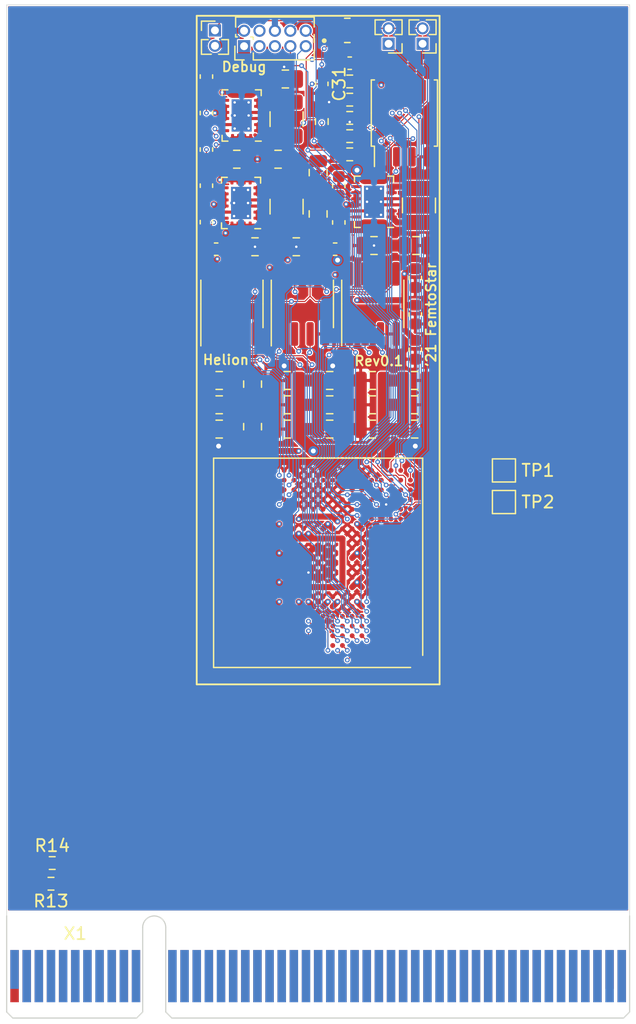
<source format=kicad_pcb>
(kicad_pcb (version 20171130) (host pcbnew 5.99.0+really5.1.10+dfsg1-1)

  (general
    (thickness 1.6)
    (drawings 11)
    (tracks 1106)
    (zones 0)
    (modules 67)
    (nets 342)
  )

  (page A4)
  (layers
    (0 F.Cu signal)
    (1 In1.Cu signal)
    (2 In2.Cu signal)
    (31 B.Cu signal)
    (32 B.Adhes user)
    (33 F.Adhes user)
    (34 B.Paste user)
    (35 F.Paste user)
    (36 B.SilkS user)
    (37 F.SilkS user)
    (38 B.Mask user)
    (39 F.Mask user)
    (40 Dwgs.User user)
    (41 Cmts.User user)
    (42 Eco1.User user)
    (43 Eco2.User user)
    (44 Edge.Cuts user)
    (45 Margin user)
    (46 B.CrtYd user)
    (47 F.CrtYd user)
    (48 B.Fab user)
    (49 F.Fab user)
  )

  (setup
    (last_trace_width 0.09)
    (user_trace_width 0.09)
    (user_trace_width 0.25)
    (user_trace_width 0.5)
    (user_trace_width 1)
    (trace_clearance 0.09)
    (zone_clearance 0.09)
    (zone_45_only no)
    (trace_min 0.09)
    (via_size 0.4)
    (via_drill 0.2)
    (via_min_size 0.4)
    (via_min_drill 0.2)
    (user_via 0.4 0.2)
    (user_via 0.8 0.4)
    (uvia_size 0.4)
    (uvia_drill 0.2)
    (uvias_allowed no)
    (uvia_min_size 0.2)
    (uvia_min_drill 0.1)
    (edge_width 0.05)
    (segment_width 0.2)
    (pcb_text_width 0.3)
    (pcb_text_size 1.5 1.5)
    (mod_edge_width 0.12)
    (mod_text_size 1 1)
    (mod_text_width 0.15)
    (pad_size 1.524 1.524)
    (pad_drill 0.762)
    (pad_to_mask_clearance 0)
    (aux_axis_origin 0 0)
    (visible_elements FFFFF77F)
    (pcbplotparams
      (layerselection 0x010fc_ffffffff)
      (usegerberextensions false)
      (usegerberattributes true)
      (usegerberadvancedattributes true)
      (creategerberjobfile true)
      (excludeedgelayer true)
      (linewidth 0.100000)
      (plotframeref false)
      (viasonmask false)
      (mode 1)
      (useauxorigin false)
      (hpglpennumber 1)
      (hpglpenspeed 20)
      (hpglpendiameter 15.000000)
      (psnegative false)
      (psa4output false)
      (plotreference true)
      (plotvalue true)
      (plotinvisibletext false)
      (padsonsilk false)
      (subtractmaskfromsilk false)
      (outputformat 1)
      (mirror false)
      (drillshape 1)
      (scaleselection 1)
      (outputdirectory ""))
  )

  (net 0 "")
  (net 1 GND)
  (net 2 +1V8)
  (net 3 +2V5)
  (net 4 +1V1)
  (net 5 +BATT)
  (net 6 "Net-(C22-Pad2)")
  (net 7 "Net-(C23-Pad2)")
  (net 8 "Net-(C24-Pad2)")
  (net 9 VBUS)
  (net 10 /Sheet61CBBC02/PROGRAMN)
  (net 11 /Sheet61CBBC02/DEBUG_TX)
  (net 12 "Net-(J1-Pad7)")
  (net 13 "Net-(J1-Pad9)")
  (net 14 /Sheet61CBBC02/DEBUG_RX)
  (net 15 "Net-(J1-Pad8)")
  (net 16 "Net-(J1-Pad10)")
  (net 17 CLKA)
  (net 18 CLKB)
  (net 19 "Net-(L1-Pad1)")
  (net 20 "Net-(L1-Pad2)")
  (net 21 "Net-(L2-Pad1)")
  (net 22 "Net-(L2-Pad2)")
  (net 23 "Net-(L3-Pad2)")
  (net 24 "Net-(L3-Pad1)")
  (net 25 "Net-(R5-Pad2)")
  (net 26 ID0)
  (net 27 ID1)
  (net 28 "Net-(TP1-Pad1)")
  (net 29 "Net-(TP2-Pad1)")
  (net 30 A2)
  (net 31 A3)
  (net 32 A4)
  (net 33 UP_R)
  (net 34 UP_L)
  (net 35 B1)
  (net 36 B2)
  (net 37 B4)
  (net 38 SC_L)
  (net 39 C1)
  (net 40 C2)
  (net 41 C3)
  (net 42 C4)
  (net 43 SC_R)
  (net 44 C18)
  (net 45 D1)
  (net 46 D2)
  (net 47 D3)
  (net 48 D17)
  (net 49 D18)
  (net 50 F1)
  (net 51 F2)
  (net 52 F3)
  (net 53 F4)
  (net 54 F16)
  (net 55 F17)
  (net 56 F18)
  (net 57 G1)
  (net 58 G3)
  (net 59 G16)
  (net 60 G18)
  (net 61 H1)
  (net 62 H2)
  (net 63 H3)
  (net 64 H4)
  (net 65 H16)
  (net 66 H17)
  (net 67 H18)
  (net 68 J1)
  (net 69 J3)
  (net 70 J16)
  (net 71 J17)
  (net 72 J18)
  (net 73 K1)
  (net 74 K2)
  (net 75 K3)
  (net 76 K4)
  (net 77 K16)
  (net 78 K17)
  (net 79 K18)
  (net 80 L1)
  (net 81 L3)
  (net 82 L4)
  (net 83 L16)
  (net 84 L18)
  (net 85 M1)
  (net 86 M3)
  (net 87 M17)
  (net 88 N1)
  (net 89 N2)
  (net 90 N3)
  (net 91 N4)
  (net 92 "Net-(U1-PadV2)")
  (net 93 "Net-(X1-PadA41)")
  (net 94 "Net-(X1-PadA40)")
  (net 95 "Net-(X1-PadA39)")
  (net 96 "Net-(X1-PadA38)")
  (net 97 "Net-(X1-PadA37)")
  (net 98 "Net-(X1-PadA36)")
  (net 99 "Net-(X1-PadA35)")
  (net 100 "Net-(X1-PadA34)")
  (net 101 "Net-(X1-PadA33)")
  (net 102 "Net-(X1-PadB49)")
  (net 103 "Net-(X1-PadB48)")
  (net 104 "Net-(X1-PadB47)")
  (net 105 "Net-(X1-PadB46)")
  (net 106 "Net-(X1-PadB45)")
  (net 107 "Net-(X1-PadB44)")
  (net 108 "Net-(X1-PadB43)")
  (net 109 "Net-(X1-PadB42)")
  (net 110 "Net-(X1-PadB41)")
  (net 111 "Net-(X1-PadB40)")
  (net 112 "Net-(X1-PadB39)")
  (net 113 "Net-(X1-PadB38)")
  (net 114 "Net-(X1-PadB37)")
  (net 115 "Net-(X1-PadB36)")
  (net 116 "Net-(X1-PadB35)")
  (net 117 "Net-(X1-PadB34)")
  (net 118 "Net-(X1-PadB33)")
  (net 119 "Net-(X1-PadA32)")
  (net 120 "Net-(X1-PadA31)")
  (net 121 "Net-(X1-PadA30)")
  (net 122 "Net-(X1-PadA29)")
  (net 123 "Net-(X1-PadA28)")
  (net 124 "Net-(X1-PadA27)")
  (net 125 "Net-(X1-PadA26)")
  (net 126 "Net-(X1-PadA25)")
  (net 127 "Net-(X1-PadA24)")
  (net 128 "Net-(X1-PadA23)")
  (net 129 "Net-(X1-PadA22)")
  (net 130 "Net-(X1-PadA21)")
  (net 131 "Net-(X1-PadA20)")
  (net 132 "Net-(X1-PadA19)")
  (net 133 "Net-(X1-PadB32)")
  (net 134 "Net-(X1-PadB31)")
  (net 135 "Net-(X1-PadB30)")
  (net 136 "Net-(X1-PadB29)")
  (net 137 "Net-(X1-PadB28)")
  (net 138 "Net-(X1-PadB27)")
  (net 139 "Net-(X1-PadB26)")
  (net 140 "Net-(X1-PadB25)")
  (net 141 "Net-(X1-PadB24)")
  (net 142 "Net-(X1-PadB23)")
  (net 143 "Net-(X1-PadB22)")
  (net 144 "Net-(X1-PadB21)")
  (net 145 "Net-(X1-PadB20)")
  (net 146 "Net-(X1-PadB19)")
  (net 147 "Net-(X1-PadB1)")
  (net 148 "Net-(X1-PadB2)")
  (net 149 "Net-(X1-PadB3)")
  (net 150 "Net-(X1-PadB4)")
  (net 151 "Net-(X1-PadB5)")
  (net 152 "Net-(X1-PadB6)")
  (net 153 "Net-(X1-PadB7)")
  (net 154 "Net-(X1-PadB8)")
  (net 155 "Net-(X1-PadB9)")
  (net 156 "Net-(X1-PadB10)")
  (net 157 "Net-(X1-PadB11)")
  (net 158 "Net-(X1-PadB14)")
  (net 159 "Net-(X1-PadB15)")
  (net 160 "Net-(X1-PadB16)")
  (net 161 "Net-(X1-PadB17)")
  (net 162 "Net-(X1-PadB18)")
  (net 163 "Net-(X1-PadB12)")
  (net 164 "Net-(X1-PadB13)")
  (net 165 "Net-(X1-PadA1)")
  (net 166 "Net-(X1-PadA2)")
  (net 167 "Net-(X1-PadA3)")
  (net 168 "Net-(X1-PadA4)")
  (net 169 "Net-(X1-PadA5)")
  (net 170 "Net-(X1-PadA6)")
  (net 171 "Net-(X1-PadA7)")
  (net 172 "Net-(X1-PadA8)")
  (net 173 "Net-(X1-PadA9)")
  (net 174 "Net-(X1-PadA10)")
  (net 175 "Net-(X1-PadA11)")
  (net 176 "Net-(X1-PadA14)")
  (net 177 "Net-(X1-PadA15)")
  (net 178 "Net-(X1-PadA16)")
  (net 179 "Net-(X1-PadA17)")
  (net 180 "Net-(X1-PadA18)")
  (net 181 "Net-(X1-PadA12)")
  (net 182 "Net-(X1-PadA13)")
  (net 183 "Net-(X1-PadA42)")
  (net 184 "Net-(X1-PadA43)")
  (net 185 "Net-(X1-PadA44)")
  (net 186 "Net-(X1-PadA45)")
  (net 187 "Net-(X1-PadA46)")
  (net 188 "Net-(X1-PadA47)")
  (net 189 "Net-(X1-PadA48)")
  (net 190 "Net-(X1-PadA49)")
  (net 191 "Net-(JP2-Pad2)")
  (net 192 "Net-(U1-PadY2)")
  (net 193 "Net-(U1-PadW18)")
  (net 194 "Net-(U1-PadW17)")
  (net 195 "Net-(U1-PadW14)")
  (net 196 "Net-(U1-PadW13)")
  (net 197 "Net-(U1-PadW11)")
  (net 198 "Net-(U1-PadW10)")
  (net 199 "Net-(U1-PadW9)")
  (net 200 "Net-(U1-PadW8)")
  (net 201 "Net-(U1-PadW5)")
  (net 202 "Net-(U1-PadW4)")
  (net 203 "Net-(U1-PadW2)")
  (net 204 "Net-(U1-PadW1)")
  (net 205 U20)
  (net 206 U19)
  (net 207 U18)
  (net 208 U17)
  (net 209 U16)
  (net 210 "Net-(U1-PadU3)")
  (net 211 "Net-(U1-PadU2)")
  (net 212 T20)
  (net 213 T19)
  (net 214 T18)
  (net 215 T17)
  (net 216 T16)
  (net 217 "Net-(U1-PadT3)")
  (net 218 "Net-(U1-PadT2)")
  (net 219 "Net-(U1-PadT1)")
  (net 220 R20)
  (net 221 R18)
  (net 222 R17)
  (net 223 R16)
  (net 224 "Net-(U1-PadR3)")
  (net 225 "Net-(U1-PadR2)")
  (net 226 "Net-(U1-PadR1)")
  (net 227 P20)
  (net 228 P19)
  (net 229 P18)
  (net 230 P17)
  (net 231 P16)
  (net 232 P5)
  (net 233 P4)
  (net 234 P3)
  (net 235 P2)
  (net 236 P1)
  (net 237 N20)
  (net 238 N19)
  (net 239 N18)
  (net 240 N17)
  (net 241 N16)
  (net 242 N5)
  (net 243 M20)
  (net 244 M19)
  (net 245 M18)
  (net 246 M5)
  (net 247 M4)
  (net 248 L20)
  (net 249 L19)
  (net 250 L17)
  (net 251 L5)
  (net 252 L2)
  (net 253 K20)
  (net 254 K19)
  (net 255 K5)
  (net 256 J20)
  (net 257 J19)
  (net 258 J5)
  (net 259 J4)
  (net 260 H20)
  (net 261 H5)
  (net 262 G20)
  (net 263 G19)
  (net 264 G5)
  (net 265 G2)
  (net 266 F20)
  (net 267 F19)
  (net 268 F5)
  (net 269 E20)
  (net 270 E19)
  (net 271 E18)
  (net 272 E17)
  (net 273 E16)
  (net 274 E15)
  (net 275 E14)
  (net 276 E13)
  (net 277 "Net-(U1-PadE10)")
  (net 278 "Net-(U1-PadE9)")
  (net 279 "Net-(U1-PadE8)")
  (net 280 "Net-(U1-PadE7)")
  (net 281 "Net-(U1-PadE6)")
  (net 282 E5)
  (net 283 E4)
  (net 284 E3)
  (net 285 E2)
  (net 286 E1)
  (net 287 D20)
  (net 288 D19)
  (net 289 D16)
  (net 290 D15)
  (net 291 D14)
  (net 292 D13)
  (net 293 "Net-(U1-PadD10)")
  (net 294 "Net-(U1-PadD9)")
  (net 295 "Net-(U1-PadD8)")
  (net 296 "Net-(U1-PadD7)")
  (net 297 "Net-(U1-PadD6)")
  (net 298 D5)
  (net 299 C20)
  (net 300 C17)
  (net 301 C16)
  (net 302 C15)
  (net 303 C14)
  (net 304 "Net-(U1-PadC11)")
  (net 305 "Net-(U1-PadC10)")
  (net 306 "Net-(U1-PadC9)")
  (net 307 "Net-(U1-PadC8)")
  (net 308 "Net-(U1-PadC7)")
  (net 309 "Net-(U1-PadC6)")
  (net 310 C5)
  (net 311 B20)
  (net 312 B19)
  (net 313 B18)
  (net 314 B17)
  (net 315 B16)
  (net 316 B15)
  (net 317 "Net-(U1-PadB11)")
  (net 318 "Net-(U1-PadB10)")
  (net 319 "Net-(U1-PadB9)")
  (net 320 "Net-(U1-PadB8)")
  (net 321 "Net-(U1-PadB6)")
  (net 322 B5)
  (net 323 B3)
  (net 324 A19)
  (net 325 A18)
  (net 326 A17)
  (net 327 A16)
  (net 328 A15)
  (net 329 A14)
  (net 330 "Net-(U1-PadA11)")
  (net 331 "Net-(U1-PadA10)")
  (net 332 "Net-(U1-PadA9)")
  (net 333 "Net-(U1-PadA8)")
  (net 334 "Net-(U1-PadA7)")
  (net 335 "Net-(U1-PadA6)")
  (net 336 A5)
  (net 337 "Net-(U6-Pad11)")
  (net 338 "Net-(U7-Pad11)")
  (net 339 "Net-(U8-Pad11)")
  (net 340 "Net-(U1-PadE11)")
  (net 341 "Net-(U1-PadC12)")

  (net_class Default "This is the default net class."
    (clearance 0.09)
    (trace_width 0.09)
    (via_dia 0.4)
    (via_drill 0.2)
    (uvia_dia 0.4)
    (uvia_drill 0.2)
    (add_net /Sheet61CBBC02/DEBUG_RX)
    (add_net /Sheet61CBBC02/DEBUG_TX)
    (add_net /Sheet61CBBC02/PROGRAMN)
    (add_net A14)
    (add_net A15)
    (add_net A16)
    (add_net A17)
    (add_net A18)
    (add_net A19)
    (add_net A2)
    (add_net A3)
    (add_net A4)
    (add_net A5)
    (add_net B1)
    (add_net B15)
    (add_net B16)
    (add_net B17)
    (add_net B18)
    (add_net B19)
    (add_net B2)
    (add_net B20)
    (add_net B3)
    (add_net B4)
    (add_net B5)
    (add_net C1)
    (add_net C14)
    (add_net C15)
    (add_net C16)
    (add_net C17)
    (add_net C18)
    (add_net C2)
    (add_net C20)
    (add_net C3)
    (add_net C4)
    (add_net C5)
    (add_net CLKA)
    (add_net CLKB)
    (add_net D1)
    (add_net D13)
    (add_net D14)
    (add_net D15)
    (add_net D16)
    (add_net D17)
    (add_net D18)
    (add_net D19)
    (add_net D2)
    (add_net D20)
    (add_net D3)
    (add_net D5)
    (add_net E1)
    (add_net E13)
    (add_net E14)
    (add_net E15)
    (add_net E16)
    (add_net E17)
    (add_net E18)
    (add_net E19)
    (add_net E2)
    (add_net E20)
    (add_net E3)
    (add_net E4)
    (add_net E5)
    (add_net F1)
    (add_net F16)
    (add_net F17)
    (add_net F18)
    (add_net F19)
    (add_net F2)
    (add_net F20)
    (add_net F3)
    (add_net F4)
    (add_net F5)
    (add_net G1)
    (add_net G16)
    (add_net G18)
    (add_net G19)
    (add_net G2)
    (add_net G20)
    (add_net G3)
    (add_net G5)
    (add_net GND)
    (add_net H1)
    (add_net H16)
    (add_net H17)
    (add_net H18)
    (add_net H2)
    (add_net H20)
    (add_net H3)
    (add_net H4)
    (add_net H5)
    (add_net ID0)
    (add_net ID1)
    (add_net J1)
    (add_net J16)
    (add_net J17)
    (add_net J18)
    (add_net J19)
    (add_net J20)
    (add_net J3)
    (add_net J4)
    (add_net J5)
    (add_net K1)
    (add_net K16)
    (add_net K17)
    (add_net K18)
    (add_net K19)
    (add_net K2)
    (add_net K20)
    (add_net K3)
    (add_net K4)
    (add_net K5)
    (add_net L1)
    (add_net L16)
    (add_net L17)
    (add_net L18)
    (add_net L19)
    (add_net L2)
    (add_net L20)
    (add_net L3)
    (add_net L4)
    (add_net L5)
    (add_net M1)
    (add_net M17)
    (add_net M18)
    (add_net M19)
    (add_net M20)
    (add_net M3)
    (add_net M4)
    (add_net M5)
    (add_net N1)
    (add_net N16)
    (add_net N17)
    (add_net N18)
    (add_net N19)
    (add_net N2)
    (add_net N20)
    (add_net N3)
    (add_net N4)
    (add_net N5)
    (add_net "Net-(C22-Pad2)")
    (add_net "Net-(C23-Pad2)")
    (add_net "Net-(C24-Pad2)")
    (add_net "Net-(J1-Pad10)")
    (add_net "Net-(J1-Pad7)")
    (add_net "Net-(J1-Pad8)")
    (add_net "Net-(J1-Pad9)")
    (add_net "Net-(JP2-Pad2)")
    (add_net "Net-(L1-Pad1)")
    (add_net "Net-(L1-Pad2)")
    (add_net "Net-(L2-Pad1)")
    (add_net "Net-(L2-Pad2)")
    (add_net "Net-(L3-Pad1)")
    (add_net "Net-(L3-Pad2)")
    (add_net "Net-(R5-Pad2)")
    (add_net "Net-(TP1-Pad1)")
    (add_net "Net-(TP2-Pad1)")
    (add_net "Net-(U1-PadA10)")
    (add_net "Net-(U1-PadA11)")
    (add_net "Net-(U1-PadA6)")
    (add_net "Net-(U1-PadA7)")
    (add_net "Net-(U1-PadA8)")
    (add_net "Net-(U1-PadA9)")
    (add_net "Net-(U1-PadB10)")
    (add_net "Net-(U1-PadB11)")
    (add_net "Net-(U1-PadB6)")
    (add_net "Net-(U1-PadB8)")
    (add_net "Net-(U1-PadB9)")
    (add_net "Net-(U1-PadC10)")
    (add_net "Net-(U1-PadC11)")
    (add_net "Net-(U1-PadC12)")
    (add_net "Net-(U1-PadC6)")
    (add_net "Net-(U1-PadC7)")
    (add_net "Net-(U1-PadC8)")
    (add_net "Net-(U1-PadC9)")
    (add_net "Net-(U1-PadD10)")
    (add_net "Net-(U1-PadD6)")
    (add_net "Net-(U1-PadD7)")
    (add_net "Net-(U1-PadD8)")
    (add_net "Net-(U1-PadD9)")
    (add_net "Net-(U1-PadE10)")
    (add_net "Net-(U1-PadE11)")
    (add_net "Net-(U1-PadE6)")
    (add_net "Net-(U1-PadE7)")
    (add_net "Net-(U1-PadE8)")
    (add_net "Net-(U1-PadE9)")
    (add_net "Net-(U1-PadR1)")
    (add_net "Net-(U1-PadR2)")
    (add_net "Net-(U1-PadR3)")
    (add_net "Net-(U1-PadT1)")
    (add_net "Net-(U1-PadT2)")
    (add_net "Net-(U1-PadT3)")
    (add_net "Net-(U1-PadU2)")
    (add_net "Net-(U1-PadU3)")
    (add_net "Net-(U1-PadV2)")
    (add_net "Net-(U1-PadW1)")
    (add_net "Net-(U1-PadW10)")
    (add_net "Net-(U1-PadW11)")
    (add_net "Net-(U1-PadW13)")
    (add_net "Net-(U1-PadW14)")
    (add_net "Net-(U1-PadW17)")
    (add_net "Net-(U1-PadW18)")
    (add_net "Net-(U1-PadW2)")
    (add_net "Net-(U1-PadW4)")
    (add_net "Net-(U1-PadW5)")
    (add_net "Net-(U1-PadW8)")
    (add_net "Net-(U1-PadW9)")
    (add_net "Net-(U1-PadY2)")
    (add_net "Net-(U6-Pad11)")
    (add_net "Net-(U7-Pad11)")
    (add_net "Net-(U8-Pad11)")
    (add_net "Net-(X1-PadA1)")
    (add_net "Net-(X1-PadA10)")
    (add_net "Net-(X1-PadA11)")
    (add_net "Net-(X1-PadA12)")
    (add_net "Net-(X1-PadA13)")
    (add_net "Net-(X1-PadA14)")
    (add_net "Net-(X1-PadA15)")
    (add_net "Net-(X1-PadA16)")
    (add_net "Net-(X1-PadA17)")
    (add_net "Net-(X1-PadA18)")
    (add_net "Net-(X1-PadA19)")
    (add_net "Net-(X1-PadA2)")
    (add_net "Net-(X1-PadA20)")
    (add_net "Net-(X1-PadA21)")
    (add_net "Net-(X1-PadA22)")
    (add_net "Net-(X1-PadA23)")
    (add_net "Net-(X1-PadA24)")
    (add_net "Net-(X1-PadA25)")
    (add_net "Net-(X1-PadA26)")
    (add_net "Net-(X1-PadA27)")
    (add_net "Net-(X1-PadA28)")
    (add_net "Net-(X1-PadA29)")
    (add_net "Net-(X1-PadA3)")
    (add_net "Net-(X1-PadA30)")
    (add_net "Net-(X1-PadA31)")
    (add_net "Net-(X1-PadA32)")
    (add_net "Net-(X1-PadA33)")
    (add_net "Net-(X1-PadA34)")
    (add_net "Net-(X1-PadA35)")
    (add_net "Net-(X1-PadA36)")
    (add_net "Net-(X1-PadA37)")
    (add_net "Net-(X1-PadA38)")
    (add_net "Net-(X1-PadA39)")
    (add_net "Net-(X1-PadA4)")
    (add_net "Net-(X1-PadA40)")
    (add_net "Net-(X1-PadA41)")
    (add_net "Net-(X1-PadA42)")
    (add_net "Net-(X1-PadA43)")
    (add_net "Net-(X1-PadA44)")
    (add_net "Net-(X1-PadA45)")
    (add_net "Net-(X1-PadA46)")
    (add_net "Net-(X1-PadA47)")
    (add_net "Net-(X1-PadA48)")
    (add_net "Net-(X1-PadA49)")
    (add_net "Net-(X1-PadA5)")
    (add_net "Net-(X1-PadA6)")
    (add_net "Net-(X1-PadA7)")
    (add_net "Net-(X1-PadA8)")
    (add_net "Net-(X1-PadA9)")
    (add_net "Net-(X1-PadB1)")
    (add_net "Net-(X1-PadB10)")
    (add_net "Net-(X1-PadB11)")
    (add_net "Net-(X1-PadB12)")
    (add_net "Net-(X1-PadB13)")
    (add_net "Net-(X1-PadB14)")
    (add_net "Net-(X1-PadB15)")
    (add_net "Net-(X1-PadB16)")
    (add_net "Net-(X1-PadB17)")
    (add_net "Net-(X1-PadB18)")
    (add_net "Net-(X1-PadB19)")
    (add_net "Net-(X1-PadB2)")
    (add_net "Net-(X1-PadB20)")
    (add_net "Net-(X1-PadB21)")
    (add_net "Net-(X1-PadB22)")
    (add_net "Net-(X1-PadB23)")
    (add_net "Net-(X1-PadB24)")
    (add_net "Net-(X1-PadB25)")
    (add_net "Net-(X1-PadB26)")
    (add_net "Net-(X1-PadB27)")
    (add_net "Net-(X1-PadB28)")
    (add_net "Net-(X1-PadB29)")
    (add_net "Net-(X1-PadB3)")
    (add_net "Net-(X1-PadB30)")
    (add_net "Net-(X1-PadB31)")
    (add_net "Net-(X1-PadB32)")
    (add_net "Net-(X1-PadB33)")
    (add_net "Net-(X1-PadB34)")
    (add_net "Net-(X1-PadB35)")
    (add_net "Net-(X1-PadB36)")
    (add_net "Net-(X1-PadB37)")
    (add_net "Net-(X1-PadB38)")
    (add_net "Net-(X1-PadB39)")
    (add_net "Net-(X1-PadB4)")
    (add_net "Net-(X1-PadB40)")
    (add_net "Net-(X1-PadB41)")
    (add_net "Net-(X1-PadB42)")
    (add_net "Net-(X1-PadB43)")
    (add_net "Net-(X1-PadB44)")
    (add_net "Net-(X1-PadB45)")
    (add_net "Net-(X1-PadB46)")
    (add_net "Net-(X1-PadB47)")
    (add_net "Net-(X1-PadB48)")
    (add_net "Net-(X1-PadB49)")
    (add_net "Net-(X1-PadB5)")
    (add_net "Net-(X1-PadB6)")
    (add_net "Net-(X1-PadB7)")
    (add_net "Net-(X1-PadB8)")
    (add_net "Net-(X1-PadB9)")
    (add_net P1)
    (add_net P16)
    (add_net P17)
    (add_net P18)
    (add_net P19)
    (add_net P2)
    (add_net P20)
    (add_net P3)
    (add_net P4)
    (add_net P5)
    (add_net R16)
    (add_net R17)
    (add_net R18)
    (add_net R20)
    (add_net SC_L)
    (add_net SC_R)
    (add_net T16)
    (add_net T17)
    (add_net T18)
    (add_net T19)
    (add_net T20)
    (add_net U16)
    (add_net U17)
    (add_net U18)
    (add_net U19)
    (add_net U20)
    (add_net UP_L)
    (add_net UP_R)
    (add_net VBUS)
  )

  (net_class Power ""
    (clearance 0.09)
    (trace_width 1)
    (via_dia 0.4)
    (via_drill 0.2)
    (uvia_dia 0.4)
    (uvia_drill 0.2)
    (add_net +1V1)
    (add_net +1V8)
    (add_net +2V5)
    (add_net +BATT)
  )

  (module Capacitor_SMD:C_0603_1608Metric (layer F.Cu) (tedit 5F68FEEE) (tstamp 613A546E)
    (at 143.4 33.3)
    (descr "Capacitor SMD 0603 (1608 Metric), square (rectangular) end terminal, IPC_7351 nominal, (Body size source: IPC-SM-782 page 76, https://www.pcb-3d.com/wordpress/wp-content/uploads/ipc-sm-782a_amendment_1_and_2.pdf), generated with kicad-footprint-generator")
    (tags capacitor)
    (path /61CBBC03/624CA373)
    (attr smd)
    (fp_text reference C1 (at 0 -1.43) (layer F.SilkS) hide
      (effects (font (size 1 1) (thickness 0.15)))
    )
    (fp_text value 0.1uF (at 0 1.43) (layer F.Fab) hide
      (effects (font (size 1 1) (thickness 0.15)))
    )
    (fp_line (start 1.48 0.73) (end -1.48 0.73) (layer F.CrtYd) (width 0.05))
    (fp_line (start 1.48 -0.73) (end 1.48 0.73) (layer F.CrtYd) (width 0.05))
    (fp_line (start -1.48 -0.73) (end 1.48 -0.73) (layer F.CrtYd) (width 0.05))
    (fp_line (start -1.48 0.73) (end -1.48 -0.73) (layer F.CrtYd) (width 0.05))
    (fp_line (start -0.14058 0.51) (end 0.14058 0.51) (layer F.SilkS) (width 0.12))
    (fp_line (start -0.14058 -0.51) (end 0.14058 -0.51) (layer F.SilkS) (width 0.12))
    (fp_line (start 0.8 0.4) (end -0.8 0.4) (layer F.Fab) (width 0.1))
    (fp_line (start 0.8 -0.4) (end 0.8 0.4) (layer F.Fab) (width 0.1))
    (fp_line (start -0.8 -0.4) (end 0.8 -0.4) (layer F.Fab) (width 0.1))
    (fp_line (start -0.8 0.4) (end -0.8 -0.4) (layer F.Fab) (width 0.1))
    (fp_text user %R (at 0 0) (layer F.Fab)
      (effects (font (size 0.4 0.4) (thickness 0.06)))
    )
    (pad 2 smd roundrect (at 0.775 0) (size 0.9 0.95) (layers F.Cu F.Paste F.Mask) (roundrect_rratio 0.25)
      (net 2 +1V8))
    (pad 1 smd roundrect (at -0.775 0) (size 0.9 0.95) (layers F.Cu F.Paste F.Mask) (roundrect_rratio 0.25)
      (net 1 GND))
    (model ${KISYS3DMOD}/Capacitor_SMD.3dshapes/C_0603_1608Metric.wrl
      (at (xyz 0 0 0))
      (scale (xyz 1 1 1))
      (rotate (xyz 0 0 0))
    )
  )

  (module Resistor_SMD:R_0603_1608Metric (layer F.Cu) (tedit 5F68FEEE) (tstamp 613A5842)
    (at 141.1 38.1 270)
    (descr "Resistor SMD 0603 (1608 Metric), square (rectangular) end terminal, IPC_7351 nominal, (Body size source: IPC-SM-782 page 72, https://www.pcb-3d.com/wordpress/wp-content/uploads/ipc-sm-782a_amendment_1_and_2.pdf), generated with kicad-footprint-generator")
    (tags resistor)
    (path /61CBBC03/62F16544)
    (attr smd)
    (fp_text reference R15 (at 0 -1.43 90) (layer F.SilkS) hide
      (effects (font (size 1 1) (thickness 0.15)))
    )
    (fp_text value 4.7k (at 0 1.43 90) (layer F.Fab) hide
      (effects (font (size 1 1) (thickness 0.15)))
    )
    (fp_line (start 1.48 0.73) (end -1.48 0.73) (layer F.CrtYd) (width 0.05))
    (fp_line (start 1.48 -0.73) (end 1.48 0.73) (layer F.CrtYd) (width 0.05))
    (fp_line (start -1.48 -0.73) (end 1.48 -0.73) (layer F.CrtYd) (width 0.05))
    (fp_line (start -1.48 0.73) (end -1.48 -0.73) (layer F.CrtYd) (width 0.05))
    (fp_line (start -0.237258 0.5225) (end 0.237258 0.5225) (layer F.SilkS) (width 0.12))
    (fp_line (start -0.237258 -0.5225) (end 0.237258 -0.5225) (layer F.SilkS) (width 0.12))
    (fp_line (start 0.8 0.4125) (end -0.8 0.4125) (layer F.Fab) (width 0.1))
    (fp_line (start 0.8 -0.4125) (end 0.8 0.4125) (layer F.Fab) (width 0.1))
    (fp_line (start -0.8 -0.4125) (end 0.8 -0.4125) (layer F.Fab) (width 0.1))
    (fp_line (start -0.8 0.4125) (end -0.8 -0.4125) (layer F.Fab) (width 0.1))
    (fp_text user %R (at 0 0 90) (layer F.Fab)
      (effects (font (size 0.4 0.4) (thickness 0.06)))
    )
    (pad 2 smd roundrect (at 0.825 0 270) (size 0.8 0.95) (layers F.Cu F.Paste F.Mask) (roundrect_rratio 0.25)
      (net 10 /Sheet61CBBC02/PROGRAMN))
    (pad 1 smd roundrect (at -0.825 0 270) (size 0.8 0.95) (layers F.Cu F.Paste F.Mask) (roundrect_rratio 0.25)
      (net 2 +1V8))
    (model ${KISYS3DMOD}/Resistor_SMD.3dshapes/R_0603_1608Metric.wrl
      (at (xyz 0 0 0))
      (scale (xyz 1 1 1))
      (rotate (xyz 0 0 0))
    )
  )

  (module Resistor_SMD:R_0603_1608Metric (layer F.Cu) (tedit 5F68FEEE) (tstamp 613A5831)
    (at 118.9 99.1)
    (descr "Resistor SMD 0603 (1608 Metric), square (rectangular) end terminal, IPC_7351 nominal, (Body size source: IPC-SM-782 page 72, https://www.pcb-3d.com/wordpress/wp-content/uploads/ipc-sm-782a_amendment_1_and_2.pdf), generated with kicad-footprint-generator")
    (tags resistor)
    (path /629A862A/62BBA73F)
    (attr smd)
    (fp_text reference R14 (at 0 -1.43) (layer F.SilkS)
      (effects (font (size 1 1) (thickness 0.15)))
    )
    (fp_text value 4.7k (at 0 1.43) (layer F.Fab)
      (effects (font (size 1 1) (thickness 0.15)))
    )
    (fp_line (start 1.48 0.73) (end -1.48 0.73) (layer F.CrtYd) (width 0.05))
    (fp_line (start 1.48 -0.73) (end 1.48 0.73) (layer F.CrtYd) (width 0.05))
    (fp_line (start -1.48 -0.73) (end 1.48 -0.73) (layer F.CrtYd) (width 0.05))
    (fp_line (start -1.48 0.73) (end -1.48 -0.73) (layer F.CrtYd) (width 0.05))
    (fp_line (start -0.237258 0.5225) (end 0.237258 0.5225) (layer F.SilkS) (width 0.12))
    (fp_line (start -0.237258 -0.5225) (end 0.237258 -0.5225) (layer F.SilkS) (width 0.12))
    (fp_line (start 0.8 0.4125) (end -0.8 0.4125) (layer F.Fab) (width 0.1))
    (fp_line (start 0.8 -0.4125) (end 0.8 0.4125) (layer F.Fab) (width 0.1))
    (fp_line (start -0.8 -0.4125) (end 0.8 -0.4125) (layer F.Fab) (width 0.1))
    (fp_line (start -0.8 0.4125) (end -0.8 -0.4125) (layer F.Fab) (width 0.1))
    (fp_text user %R (at 0 0) (layer F.Fab)
      (effects (font (size 0.4 0.4) (thickness 0.06)))
    )
    (pad 2 smd roundrect (at 0.825 0) (size 0.8 0.95) (layers F.Cu F.Paste F.Mask) (roundrect_rratio 0.25)
      (net 27 ID1))
    (pad 1 smd roundrect (at -0.825 0) (size 0.8 0.95) (layers F.Cu F.Paste F.Mask) (roundrect_rratio 0.25)
      (net 9 VBUS))
    (model ${KISYS3DMOD}/Resistor_SMD.3dshapes/R_0603_1608Metric.wrl
      (at (xyz 0 0 0))
      (scale (xyz 1 1 1))
      (rotate (xyz 0 0 0))
    )
  )

  (module Resistor_SMD:R_0603_1608Metric (layer F.Cu) (tedit 5F68FEEE) (tstamp 613A5820)
    (at 118.8 100.8 180)
    (descr "Resistor SMD 0603 (1608 Metric), square (rectangular) end terminal, IPC_7351 nominal, (Body size source: IPC-SM-782 page 72, https://www.pcb-3d.com/wordpress/wp-content/uploads/ipc-sm-782a_amendment_1_and_2.pdf), generated with kicad-footprint-generator")
    (tags resistor)
    (path /629A862A/62BBA733)
    (attr smd)
    (fp_text reference R13 (at 0 -1.43) (layer F.SilkS)
      (effects (font (size 1 1) (thickness 0.15)))
    )
    (fp_text value 4.7k (at 0 1.43) (layer F.Fab)
      (effects (font (size 1 1) (thickness 0.15)))
    )
    (fp_line (start 1.48 0.73) (end -1.48 0.73) (layer F.CrtYd) (width 0.05))
    (fp_line (start 1.48 -0.73) (end 1.48 0.73) (layer F.CrtYd) (width 0.05))
    (fp_line (start -1.48 -0.73) (end 1.48 -0.73) (layer F.CrtYd) (width 0.05))
    (fp_line (start -1.48 0.73) (end -1.48 -0.73) (layer F.CrtYd) (width 0.05))
    (fp_line (start -0.237258 0.5225) (end 0.237258 0.5225) (layer F.SilkS) (width 0.12))
    (fp_line (start -0.237258 -0.5225) (end 0.237258 -0.5225) (layer F.SilkS) (width 0.12))
    (fp_line (start 0.8 0.4125) (end -0.8 0.4125) (layer F.Fab) (width 0.1))
    (fp_line (start 0.8 -0.4125) (end 0.8 0.4125) (layer F.Fab) (width 0.1))
    (fp_line (start -0.8 -0.4125) (end 0.8 -0.4125) (layer F.Fab) (width 0.1))
    (fp_line (start -0.8 0.4125) (end -0.8 -0.4125) (layer F.Fab) (width 0.1))
    (fp_text user %R (at 0 0) (layer F.Fab)
      (effects (font (size 0.4 0.4) (thickness 0.06)))
    )
    (pad 2 smd roundrect (at 0.825 0 180) (size 0.8 0.95) (layers F.Cu F.Paste F.Mask) (roundrect_rratio 0.25)
      (net 9 VBUS))
    (pad 1 smd roundrect (at -0.825 0 180) (size 0.8 0.95) (layers F.Cu F.Paste F.Mask) (roundrect_rratio 0.25)
      (net 26 ID0))
    (model ${KISYS3DMOD}/Resistor_SMD.3dshapes/R_0603_1608Metric.wrl
      (at (xyz 0 0 0))
      (scale (xyz 1 1 1))
      (rotate (xyz 0 0 0))
    )
  )

  (module Resistor_SMD:R_0603_1608Metric (layer F.Cu) (tedit 5F68FEEE) (tstamp 613A5798)
    (at 143.4 34.8 180)
    (descr "Resistor SMD 0603 (1608 Metric), square (rectangular) end terminal, IPC_7351 nominal, (Body size source: IPC-SM-782 page 72, https://www.pcb-3d.com/wordpress/wp-content/uploads/ipc-sm-782a_amendment_1_and_2.pdf), generated with kicad-footprint-generator")
    (tags resistor)
    (path /61CBBC03/624CA368)
    (attr smd)
    (fp_text reference R5 (at 0 -1.43) (layer F.SilkS) hide
      (effects (font (size 1 1) (thickness 0.15)))
    )
    (fp_text value 4.7k (at 0 1.43) (layer F.Fab) hide
      (effects (font (size 1 1) (thickness 0.15)))
    )
    (fp_line (start 1.48 0.73) (end -1.48 0.73) (layer F.CrtYd) (width 0.05))
    (fp_line (start 1.48 -0.73) (end 1.48 0.73) (layer F.CrtYd) (width 0.05))
    (fp_line (start -1.48 -0.73) (end 1.48 -0.73) (layer F.CrtYd) (width 0.05))
    (fp_line (start -1.48 0.73) (end -1.48 -0.73) (layer F.CrtYd) (width 0.05))
    (fp_line (start -0.237258 0.5225) (end 0.237258 0.5225) (layer F.SilkS) (width 0.12))
    (fp_line (start -0.237258 -0.5225) (end 0.237258 -0.5225) (layer F.SilkS) (width 0.12))
    (fp_line (start 0.8 0.4125) (end -0.8 0.4125) (layer F.Fab) (width 0.1))
    (fp_line (start 0.8 -0.4125) (end 0.8 0.4125) (layer F.Fab) (width 0.1))
    (fp_line (start -0.8 -0.4125) (end 0.8 -0.4125) (layer F.Fab) (width 0.1))
    (fp_line (start -0.8 0.4125) (end -0.8 -0.4125) (layer F.Fab) (width 0.1))
    (fp_text user %R (at 0 0) (layer F.Fab)
      (effects (font (size 0.4 0.4) (thickness 0.06)))
    )
    (pad 2 smd roundrect (at 0.825 0 180) (size 0.8 0.95) (layers F.Cu F.Paste F.Mask) (roundrect_rratio 0.25)
      (net 25 "Net-(R5-Pad2)"))
    (pad 1 smd roundrect (at -0.825 0 180) (size 0.8 0.95) (layers F.Cu F.Paste F.Mask) (roundrect_rratio 0.25)
      (net 2 +1V8))
    (model ${KISYS3DMOD}/Resistor_SMD.3dshapes/R_0603_1608Metric.wrl
      (at (xyz 0 0 0))
      (scale (xyz 1 1 1))
      (rotate (xyz 0 0 0))
    )
  )

  (module Resistor_SMD:R_0603_1608Metric (layer F.Cu) (tedit 5F68FEEE) (tstamp 613DE20E)
    (at 143.4 37.8)
    (descr "Resistor SMD 0603 (1608 Metric), square (rectangular) end terminal, IPC_7351 nominal, (Body size source: IPC-SM-782 page 72, https://www.pcb-3d.com/wordpress/wp-content/uploads/ipc-sm-782a_amendment_1_and_2.pdf), generated with kicad-footprint-generator")
    (tags resistor)
    (path /61CBBC03/624AC3DB)
    (attr smd)
    (fp_text reference R4 (at 0 -1.43) (layer F.SilkS) hide
      (effects (font (size 1 1) (thickness 0.15)))
    )
    (fp_text value 4.7k (at 0 1.43) (layer F.Fab) hide
      (effects (font (size 1 1) (thickness 0.15)))
    )
    (fp_line (start 1.48 0.73) (end -1.48 0.73) (layer F.CrtYd) (width 0.05))
    (fp_line (start 1.48 -0.73) (end 1.48 0.73) (layer F.CrtYd) (width 0.05))
    (fp_line (start -1.48 -0.73) (end 1.48 -0.73) (layer F.CrtYd) (width 0.05))
    (fp_line (start -1.48 0.73) (end -1.48 -0.73) (layer F.CrtYd) (width 0.05))
    (fp_line (start -0.237258 0.5225) (end 0.237258 0.5225) (layer F.SilkS) (width 0.12))
    (fp_line (start -0.237258 -0.5225) (end 0.237258 -0.5225) (layer F.SilkS) (width 0.12))
    (fp_line (start 0.8 0.4125) (end -0.8 0.4125) (layer F.Fab) (width 0.1))
    (fp_line (start 0.8 -0.4125) (end 0.8 0.4125) (layer F.Fab) (width 0.1))
    (fp_line (start -0.8 -0.4125) (end 0.8 -0.4125) (layer F.Fab) (width 0.1))
    (fp_line (start -0.8 0.4125) (end -0.8 -0.4125) (layer F.Fab) (width 0.1))
    (fp_text user %R (at 0 0) (layer F.Fab)
      (effects (font (size 0.4 0.4) (thickness 0.06)))
    )
    (pad 2 smd roundrect (at 0.825 0) (size 0.8 0.95) (layers F.Cu F.Paste F.Mask) (roundrect_rratio 0.25)
      (net 1 GND))
    (pad 1 smd roundrect (at -0.825 0) (size 0.8 0.95) (layers F.Cu F.Paste F.Mask) (roundrect_rratio 0.25)
      (net 16 "Net-(J1-Pad10)"))
    (model ${KISYS3DMOD}/Resistor_SMD.3dshapes/R_0603_1608Metric.wrl
      (at (xyz 0 0 0))
      (scale (xyz 1 1 1))
      (rotate (xyz 0 0 0))
    )
  )

  (module Resistor_SMD:R_0603_1608Metric (layer F.Cu) (tedit 5F68FEEE) (tstamp 613A5776)
    (at 143.4 36.3 180)
    (descr "Resistor SMD 0603 (1608 Metric), square (rectangular) end terminal, IPC_7351 nominal, (Body size source: IPC-SM-782 page 72, https://www.pcb-3d.com/wordpress/wp-content/uploads/ipc-sm-782a_amendment_1_and_2.pdf), generated with kicad-footprint-generator")
    (tags resistor)
    (path /61CBBC03/624AC42E)
    (attr smd)
    (fp_text reference R3 (at 0 -1.43) (layer F.SilkS) hide
      (effects (font (size 1 1) (thickness 0.15)))
    )
    (fp_text value 4.7k (at 0 1.43) (layer F.Fab) hide
      (effects (font (size 1 1) (thickness 0.15)))
    )
    (fp_line (start 1.48 0.73) (end -1.48 0.73) (layer F.CrtYd) (width 0.05))
    (fp_line (start 1.48 -0.73) (end 1.48 0.73) (layer F.CrtYd) (width 0.05))
    (fp_line (start -1.48 -0.73) (end 1.48 -0.73) (layer F.CrtYd) (width 0.05))
    (fp_line (start -1.48 0.73) (end -1.48 -0.73) (layer F.CrtYd) (width 0.05))
    (fp_line (start -0.237258 0.5225) (end 0.237258 0.5225) (layer F.SilkS) (width 0.12))
    (fp_line (start -0.237258 -0.5225) (end 0.237258 -0.5225) (layer F.SilkS) (width 0.12))
    (fp_line (start 0.8 0.4125) (end -0.8 0.4125) (layer F.Fab) (width 0.1))
    (fp_line (start 0.8 -0.4125) (end 0.8 0.4125) (layer F.Fab) (width 0.1))
    (fp_line (start -0.8 -0.4125) (end 0.8 -0.4125) (layer F.Fab) (width 0.1))
    (fp_line (start -0.8 0.4125) (end -0.8 -0.4125) (layer F.Fab) (width 0.1))
    (fp_text user %R (at 0 0) (layer F.Fab)
      (effects (font (size 0.4 0.4) (thickness 0.06)))
    )
    (pad 2 smd roundrect (at 0.825 0 180) (size 0.8 0.95) (layers F.Cu F.Paste F.Mask) (roundrect_rratio 0.25)
      (net 13 "Net-(J1-Pad9)"))
    (pad 1 smd roundrect (at -0.825 0 180) (size 0.8 0.95) (layers F.Cu F.Paste F.Mask) (roundrect_rratio 0.25)
      (net 2 +1V8))
    (model ${KISYS3DMOD}/Resistor_SMD.3dshapes/R_0603_1608Metric.wrl
      (at (xyz 0 0 0))
      (scale (xyz 1 1 1))
      (rotate (xyz 0 0 0))
    )
  )

  (module Resistor_SMD:R_0603_1608Metric (layer F.Cu) (tedit 5F68FEEE) (tstamp 613A5765)
    (at 143.4 39.3 180)
    (descr "Resistor SMD 0603 (1608 Metric), square (rectangular) end terminal, IPC_7351 nominal, (Body size source: IPC-SM-782 page 72, https://www.pcb-3d.com/wordpress/wp-content/uploads/ipc-sm-782a_amendment_1_and_2.pdf), generated with kicad-footprint-generator")
    (tags resistor)
    (path /61CBBC03/624AC428)
    (attr smd)
    (fp_text reference R2 (at 0 -1.43) (layer F.SilkS) hide
      (effects (font (size 1 1) (thickness 0.15)))
    )
    (fp_text value 4.7k (at 0 1.43) (layer F.Fab) hide
      (effects (font (size 1 1) (thickness 0.15)))
    )
    (fp_line (start 1.48 0.73) (end -1.48 0.73) (layer F.CrtYd) (width 0.05))
    (fp_line (start 1.48 -0.73) (end 1.48 0.73) (layer F.CrtYd) (width 0.05))
    (fp_line (start -1.48 -0.73) (end 1.48 -0.73) (layer F.CrtYd) (width 0.05))
    (fp_line (start -1.48 0.73) (end -1.48 -0.73) (layer F.CrtYd) (width 0.05))
    (fp_line (start -0.237258 0.5225) (end 0.237258 0.5225) (layer F.SilkS) (width 0.12))
    (fp_line (start -0.237258 -0.5225) (end 0.237258 -0.5225) (layer F.SilkS) (width 0.12))
    (fp_line (start 0.8 0.4125) (end -0.8 0.4125) (layer F.Fab) (width 0.1))
    (fp_line (start 0.8 -0.4125) (end 0.8 0.4125) (layer F.Fab) (width 0.1))
    (fp_line (start -0.8 -0.4125) (end 0.8 -0.4125) (layer F.Fab) (width 0.1))
    (fp_line (start -0.8 0.4125) (end -0.8 -0.4125) (layer F.Fab) (width 0.1))
    (fp_text user %R (at 0 0) (layer F.Fab)
      (effects (font (size 0.4 0.4) (thickness 0.06)))
    )
    (pad 2 smd roundrect (at 0.825 0 180) (size 0.8 0.95) (layers F.Cu F.Paste F.Mask) (roundrect_rratio 0.25)
      (net 15 "Net-(J1-Pad8)"))
    (pad 1 smd roundrect (at -0.825 0 180) (size 0.8 0.95) (layers F.Cu F.Paste F.Mask) (roundrect_rratio 0.25)
      (net 2 +1V8))
    (model ${KISYS3DMOD}/Resistor_SMD.3dshapes/R_0603_1608Metric.wrl
      (at (xyz 0 0 0))
      (scale (xyz 1 1 1))
      (rotate (xyz 0 0 0))
    )
  )

  (module Resistor_SMD:R_0603_1608Metric (layer F.Cu) (tedit 5F68FEEE) (tstamp 613A5754)
    (at 143.4 40.8 180)
    (descr "Resistor SMD 0603 (1608 Metric), square (rectangular) end terminal, IPC_7351 nominal, (Body size source: IPC-SM-782 page 72, https://www.pcb-3d.com/wordpress/wp-content/uploads/ipc-sm-782a_amendment_1_and_2.pdf), generated with kicad-footprint-generator")
    (tags resistor)
    (path /61CBBC03/624AC422)
    (attr smd)
    (fp_text reference R1 (at 0 -1.43) (layer F.SilkS) hide
      (effects (font (size 1 1) (thickness 0.15)))
    )
    (fp_text value 4.7k (at 0 1.43) (layer F.Fab) hide
      (effects (font (size 1 1) (thickness 0.15)))
    )
    (fp_line (start 1.48 0.73) (end -1.48 0.73) (layer F.CrtYd) (width 0.05))
    (fp_line (start 1.48 -0.73) (end 1.48 0.73) (layer F.CrtYd) (width 0.05))
    (fp_line (start -1.48 -0.73) (end 1.48 -0.73) (layer F.CrtYd) (width 0.05))
    (fp_line (start -1.48 0.73) (end -1.48 -0.73) (layer F.CrtYd) (width 0.05))
    (fp_line (start -0.237258 0.5225) (end 0.237258 0.5225) (layer F.SilkS) (width 0.12))
    (fp_line (start -0.237258 -0.5225) (end 0.237258 -0.5225) (layer F.SilkS) (width 0.12))
    (fp_line (start 0.8 0.4125) (end -0.8 0.4125) (layer F.Fab) (width 0.1))
    (fp_line (start 0.8 -0.4125) (end 0.8 0.4125) (layer F.Fab) (width 0.1))
    (fp_line (start -0.8 -0.4125) (end 0.8 -0.4125) (layer F.Fab) (width 0.1))
    (fp_line (start -0.8 0.4125) (end -0.8 -0.4125) (layer F.Fab) (width 0.1))
    (fp_text user %R (at 0 0) (layer F.Fab)
      (effects (font (size 0.4 0.4) (thickness 0.06)))
    )
    (pad 2 smd roundrect (at 0.825 0 180) (size 0.8 0.95) (layers F.Cu F.Paste F.Mask) (roundrect_rratio 0.25)
      (net 12 "Net-(J1-Pad7)"))
    (pad 1 smd roundrect (at -0.825 0 180) (size 0.8 0.95) (layers F.Cu F.Paste F.Mask) (roundrect_rratio 0.25)
      (net 2 +1V8))
    (model ${KISYS3DMOD}/Resistor_SMD.3dshapes/R_0603_1608Metric.wrl
      (at (xyz 0 0 0))
      (scale (xyz 1 1 1))
      (rotate (xyz 0 0 0))
    )
  )

  (module Connector_PinHeader_1.27mm:PinHeader_1x02_P1.27mm_Vertical (layer F.Cu) (tedit 59FED6E3) (tstamp 613D5BBF)
    (at 149.4 31.7 180)
    (descr "Through hole straight pin header, 1x02, 1.27mm pitch, single row")
    (tags "Through hole pin header THT 1x02 1.27mm single row")
    (path /629A862A/62B48896)
    (fp_text reference JP3 (at 0 -1.695) (layer F.SilkS) hide
      (effects (font (size 1 1) (thickness 0.15)))
    )
    (fp_text value Jumper (at 0 2.965) (layer F.Fab) hide
      (effects (font (size 1 1) (thickness 0.15)))
    )
    (fp_line (start 1.55 -1.15) (end -1.55 -1.15) (layer F.CrtYd) (width 0.05))
    (fp_line (start 1.55 2.45) (end 1.55 -1.15) (layer F.CrtYd) (width 0.05))
    (fp_line (start -1.55 2.45) (end 1.55 2.45) (layer F.CrtYd) (width 0.05))
    (fp_line (start -1.55 -1.15) (end -1.55 2.45) (layer F.CrtYd) (width 0.05))
    (fp_line (start -1.11 -0.76) (end 0 -0.76) (layer F.SilkS) (width 0.12))
    (fp_line (start -1.11 0) (end -1.11 -0.76) (layer F.SilkS) (width 0.12))
    (fp_line (start 0.563471 0.76) (end 1.11 0.76) (layer F.SilkS) (width 0.12))
    (fp_line (start -1.11 0.76) (end -0.563471 0.76) (layer F.SilkS) (width 0.12))
    (fp_line (start 1.11 0.76) (end 1.11 1.965) (layer F.SilkS) (width 0.12))
    (fp_line (start -1.11 0.76) (end -1.11 1.965) (layer F.SilkS) (width 0.12))
    (fp_line (start 0.30753 1.965) (end 1.11 1.965) (layer F.SilkS) (width 0.12))
    (fp_line (start -1.11 1.965) (end -0.30753 1.965) (layer F.SilkS) (width 0.12))
    (fp_line (start -1.05 -0.11) (end -0.525 -0.635) (layer F.Fab) (width 0.1))
    (fp_line (start -1.05 1.905) (end -1.05 -0.11) (layer F.Fab) (width 0.1))
    (fp_line (start 1.05 1.905) (end -1.05 1.905) (layer F.Fab) (width 0.1))
    (fp_line (start 1.05 -0.635) (end 1.05 1.905) (layer F.Fab) (width 0.1))
    (fp_line (start -0.525 -0.635) (end 1.05 -0.635) (layer F.Fab) (width 0.1))
    (fp_text user %R (at 0 0.635 90) (layer F.Fab)
      (effects (font (size 1 1) (thickness 0.15)))
    )
    (pad 2 thru_hole oval (at 0 1.27 180) (size 1 1) (drill 0.65) (layers *.Cu *.Mask)
      (net 191 "Net-(JP2-Pad2)"))
    (pad 1 thru_hole rect (at 0 0 180) (size 1 1) (drill 0.65) (layers *.Cu *.Mask)
      (net 18 CLKB))
    (model ${KISYS3DMOD}/Connector_PinHeader_1.27mm.3dshapes/PinHeader_1x02_P1.27mm_Vertical.wrl
      (at (xyz 0 0 0))
      (scale (xyz 1 1 1))
      (rotate (xyz 0 0 0))
    )
  )

  (module Connector_PinHeader_1.27mm:PinHeader_1x02_P1.27mm_Vertical (layer F.Cu) (tedit 59FED6E3) (tstamp 613A56FA)
    (at 146.6 31.7 180)
    (descr "Through hole straight pin header, 1x02, 1.27mm pitch, single row")
    (tags "Through hole pin header THT 1x02 1.27mm single row")
    (path /629A862A/62B4888D)
    (fp_text reference JP2 (at 0 -1.695) (layer F.SilkS) hide
      (effects (font (size 1 1) (thickness 0.15)))
    )
    (fp_text value Jumper (at 0 2.965) (layer F.Fab) hide
      (effects (font (size 1 1) (thickness 0.15)))
    )
    (fp_line (start 1.55 -1.15) (end -1.55 -1.15) (layer F.CrtYd) (width 0.05))
    (fp_line (start 1.55 2.45) (end 1.55 -1.15) (layer F.CrtYd) (width 0.05))
    (fp_line (start -1.55 2.45) (end 1.55 2.45) (layer F.CrtYd) (width 0.05))
    (fp_line (start -1.55 -1.15) (end -1.55 2.45) (layer F.CrtYd) (width 0.05))
    (fp_line (start -1.11 -0.76) (end 0 -0.76) (layer F.SilkS) (width 0.12))
    (fp_line (start -1.11 0) (end -1.11 -0.76) (layer F.SilkS) (width 0.12))
    (fp_line (start 0.563471 0.76) (end 1.11 0.76) (layer F.SilkS) (width 0.12))
    (fp_line (start -1.11 0.76) (end -0.563471 0.76) (layer F.SilkS) (width 0.12))
    (fp_line (start 1.11 0.76) (end 1.11 1.965) (layer F.SilkS) (width 0.12))
    (fp_line (start -1.11 0.76) (end -1.11 1.965) (layer F.SilkS) (width 0.12))
    (fp_line (start 0.30753 1.965) (end 1.11 1.965) (layer F.SilkS) (width 0.12))
    (fp_line (start -1.11 1.965) (end -0.30753 1.965) (layer F.SilkS) (width 0.12))
    (fp_line (start -1.05 -0.11) (end -0.525 -0.635) (layer F.Fab) (width 0.1))
    (fp_line (start -1.05 1.905) (end -1.05 -0.11) (layer F.Fab) (width 0.1))
    (fp_line (start 1.05 1.905) (end -1.05 1.905) (layer F.Fab) (width 0.1))
    (fp_line (start 1.05 -0.635) (end 1.05 1.905) (layer F.Fab) (width 0.1))
    (fp_line (start -0.525 -0.635) (end 1.05 -0.635) (layer F.Fab) (width 0.1))
    (fp_text user %R (at 0 0.635 90) (layer F.Fab)
      (effects (font (size 1 1) (thickness 0.15)))
    )
    (pad 2 thru_hole oval (at 0 1.27 180) (size 1 1) (drill 0.65) (layers *.Cu *.Mask)
      (net 191 "Net-(JP2-Pad2)"))
    (pad 1 thru_hole rect (at 0 0 180) (size 1 1) (drill 0.65) (layers *.Cu *.Mask)
      (net 17 CLKA))
    (model ${KISYS3DMOD}/Connector_PinHeader_1.27mm.3dshapes/PinHeader_1x02_P1.27mm_Vertical.wrl
      (at (xyz 0 0 0))
      (scale (xyz 1 1 1))
      (rotate (xyz 0 0 0))
    )
  )

  (module Connector_PinHeader_1.27mm:PinHeader_1x02_P1.27mm_Vertical (layer F.Cu) (tedit 59FED6E3) (tstamp 613A56E4)
    (at 132.3 30.6)
    (descr "Through hole straight pin header, 1x02, 1.27mm pitch, single row")
    (tags "Through hole pin header THT 1x02 1.27mm single row")
    (path /629A862A/62B7F21D)
    (fp_text reference JP1 (at 0 -1.695) (layer F.SilkS) hide
      (effects (font (size 1 1) (thickness 0.15)))
    )
    (fp_text value Jumper (at 0 2.965) (layer F.Fab) hide
      (effects (font (size 1 1) (thickness 0.15)))
    )
    (fp_line (start 1.55 -1.15) (end -1.55 -1.15) (layer F.CrtYd) (width 0.05))
    (fp_line (start 1.55 2.45) (end 1.55 -1.15) (layer F.CrtYd) (width 0.05))
    (fp_line (start -1.55 2.45) (end 1.55 2.45) (layer F.CrtYd) (width 0.05))
    (fp_line (start -1.55 -1.15) (end -1.55 2.45) (layer F.CrtYd) (width 0.05))
    (fp_line (start -1.11 -0.76) (end 0 -0.76) (layer F.SilkS) (width 0.12))
    (fp_line (start -1.11 0) (end -1.11 -0.76) (layer F.SilkS) (width 0.12))
    (fp_line (start 0.563471 0.76) (end 1.11 0.76) (layer F.SilkS) (width 0.12))
    (fp_line (start -1.11 0.76) (end -0.563471 0.76) (layer F.SilkS) (width 0.12))
    (fp_line (start 1.11 0.76) (end 1.11 1.965) (layer F.SilkS) (width 0.12))
    (fp_line (start -1.11 0.76) (end -1.11 1.965) (layer F.SilkS) (width 0.12))
    (fp_line (start 0.30753 1.965) (end 1.11 1.965) (layer F.SilkS) (width 0.12))
    (fp_line (start -1.11 1.965) (end -0.30753 1.965) (layer F.SilkS) (width 0.12))
    (fp_line (start -1.05 -0.11) (end -0.525 -0.635) (layer F.Fab) (width 0.1))
    (fp_line (start -1.05 1.905) (end -1.05 -0.11) (layer F.Fab) (width 0.1))
    (fp_line (start 1.05 1.905) (end -1.05 1.905) (layer F.Fab) (width 0.1))
    (fp_line (start 1.05 -0.635) (end 1.05 1.905) (layer F.Fab) (width 0.1))
    (fp_line (start -0.525 -0.635) (end 1.05 -0.635) (layer F.Fab) (width 0.1))
    (fp_text user %R (at 0.1 0.3 90) (layer F.Fab)
      (effects (font (size 1 1) (thickness 0.15)))
    )
    (pad 2 thru_hole oval (at 0 1.27) (size 1 1) (drill 0.65) (layers *.Cu *.Mask)
      (net 2 +1V8))
    (pad 1 thru_hole rect (at 0 0) (size 1 1) (drill 0.65) (layers *.Cu *.Mask)
      (net 9 VBUS))
    (model ${KISYS3DMOD}/Connector_PinHeader_1.27mm.3dshapes/PinHeader_1x02_P1.27mm_Vertical.wrl
      (at (xyz 0 0 0))
      (scale (xyz 1 1 1))
      (rotate (xyz 0 0 0))
    )
  )

  (module Connector_PinHeader_1.27mm:PinHeader_2x05_P1.27mm_Vertical (layer F.Cu) (tedit 59FED6E3) (tstamp 613BA836)
    (at 134.7 31.9 90)
    (descr "Through hole straight pin header, 2x05, 1.27mm pitch, double rows")
    (tags "Through hole pin header THT 2x05 1.27mm double row")
    (path /61CBBC03/624AC3F2)
    (fp_text reference J1 (at 0.635 -1.695 90) (layer F.SilkS) hide
      (effects (font (size 1 1) (thickness 0.15)))
    )
    (fp_text value Conn_02x05_Counter_Clockwise (at 0.635 6.775 90) (layer F.Fab) hide
      (effects (font (size 1 1) (thickness 0.15)))
    )
    (fp_line (start 2.85 -1.15) (end -1.6 -1.15) (layer F.CrtYd) (width 0.05))
    (fp_line (start 2.85 6.25) (end 2.85 -1.15) (layer F.CrtYd) (width 0.05))
    (fp_line (start -1.6 6.25) (end 2.85 6.25) (layer F.CrtYd) (width 0.05))
    (fp_line (start -1.6 -1.15) (end -1.6 6.25) (layer F.CrtYd) (width 0.05))
    (fp_line (start -1.13 -0.76) (end 0 -0.76) (layer F.SilkS) (width 0.12))
    (fp_line (start -1.13 0) (end -1.13 -0.76) (layer F.SilkS) (width 0.12))
    (fp_line (start 1.57753 -0.695) (end 2.4 -0.695) (layer F.SilkS) (width 0.12))
    (fp_line (start 0.76 -0.695) (end 0.96247 -0.695) (layer F.SilkS) (width 0.12))
    (fp_line (start 0.76 -0.563471) (end 0.76 -0.695) (layer F.SilkS) (width 0.12))
    (fp_line (start 0.76 0.706529) (end 0.76 0.563471) (layer F.SilkS) (width 0.12))
    (fp_line (start 0.563471 0.76) (end 0.706529 0.76) (layer F.SilkS) (width 0.12))
    (fp_line (start -1.13 0.76) (end -0.563471 0.76) (layer F.SilkS) (width 0.12))
    (fp_line (start 2.4 -0.695) (end 2.4 5.775) (layer F.SilkS) (width 0.12))
    (fp_line (start -1.13 0.76) (end -1.13 5.775) (layer F.SilkS) (width 0.12))
    (fp_line (start 0.30753 5.775) (end 0.96247 5.775) (layer F.SilkS) (width 0.12))
    (fp_line (start 1.57753 5.775) (end 2.4 5.775) (layer F.SilkS) (width 0.12))
    (fp_line (start -1.13 5.775) (end -0.30753 5.775) (layer F.SilkS) (width 0.12))
    (fp_line (start -1.07 0.2175) (end -0.2175 -0.635) (layer F.Fab) (width 0.1))
    (fp_line (start -1.07 5.715) (end -1.07 0.2175) (layer F.Fab) (width 0.1))
    (fp_line (start 2.34 5.715) (end -1.07 5.715) (layer F.Fab) (width 0.1))
    (fp_line (start 2.34 -0.635) (end 2.34 5.715) (layer F.Fab) (width 0.1))
    (fp_line (start -0.2175 -0.635) (end 2.34 -0.635) (layer F.Fab) (width 0.1))
    (fp_text user %R (at 0.635 2.54) (layer F.Fab)
      (effects (font (size 1 1) (thickness 0.15)))
    )
    (pad 10 thru_hole oval (at 1.27 5.08 90) (size 1 1) (drill 0.65) (layers *.Cu *.Mask)
      (net 16 "Net-(J1-Pad10)"))
    (pad 9 thru_hole oval (at 0 5.08 90) (size 1 1) (drill 0.65) (layers *.Cu *.Mask)
      (net 13 "Net-(J1-Pad9)"))
    (pad 8 thru_hole oval (at 1.27 3.81 90) (size 1 1) (drill 0.65) (layers *.Cu *.Mask)
      (net 15 "Net-(J1-Pad8)"))
    (pad 7 thru_hole oval (at 0 3.81 90) (size 1 1) (drill 0.65) (layers *.Cu *.Mask)
      (net 12 "Net-(J1-Pad7)"))
    (pad 6 thru_hole oval (at 1.27 2.54 90) (size 1 1) (drill 0.65) (layers *.Cu *.Mask)
      (net 1 GND))
    (pad 5 thru_hole oval (at 0 2.54 90) (size 1 1) (drill 0.65) (layers *.Cu *.Mask)
      (net 11 /Sheet61CBBC02/DEBUG_TX))
    (pad 4 thru_hole oval (at 1.27 1.27 90) (size 1 1) (drill 0.65) (layers *.Cu *.Mask)
      (net 14 /Sheet61CBBC02/DEBUG_RX))
    (pad 3 thru_hole oval (at 0 1.27 90) (size 1 1) (drill 0.65) (layers *.Cu *.Mask)
      (net 10 /Sheet61CBBC02/PROGRAMN))
    (pad 2 thru_hole oval (at 1.27 0 90) (size 1 1) (drill 0.65) (layers *.Cu *.Mask)
      (net 2 +1V8))
    (pad 1 thru_hole rect (at 0 0 90) (size 1 1) (drill 0.65) (layers *.Cu *.Mask)
      (net 5 +BATT))
    (model ${KISYS3DMOD}/Connector_PinHeader_1.27mm.3dshapes/PinHeader_2x05_P1.27mm_Vertical.wrl
      (at (xyz 0 0 0))
      (scale (xyz 1 1 1))
      (rotate (xyz 0 0 0))
    )
  )

  (module Capacitor_SMD:C_0603_1608Metric (layer F.Cu) (tedit 5F68FEEE) (tstamp 613A569F)
    (at 148.8 56.875 90)
    (descr "Capacitor SMD 0603 (1608 Metric), square (rectangular) end terminal, IPC_7351 nominal, (Body size source: IPC-SM-782 page 76, https://www.pcb-3d.com/wordpress/wp-content/uploads/ipc-sm-782a_amendment_1_and_2.pdf), generated with kicad-footprint-generator")
    (tags capacitor)
    (path /61CBBC03/62F2D5BB)
    (attr smd)
    (fp_text reference C34 (at 0 -1.43 90) (layer F.SilkS) hide
      (effects (font (size 1 1) (thickness 0.15)))
    )
    (fp_text value 0.1uF (at 0 1.43 90) (layer F.Fab) hide
      (effects (font (size 1 1) (thickness 0.15)))
    )
    (fp_line (start 1.48 0.73) (end -1.48 0.73) (layer F.CrtYd) (width 0.05))
    (fp_line (start 1.48 -0.73) (end 1.48 0.73) (layer F.CrtYd) (width 0.05))
    (fp_line (start -1.48 -0.73) (end 1.48 -0.73) (layer F.CrtYd) (width 0.05))
    (fp_line (start -1.48 0.73) (end -1.48 -0.73) (layer F.CrtYd) (width 0.05))
    (fp_line (start -0.14058 0.51) (end 0.14058 0.51) (layer F.SilkS) (width 0.12))
    (fp_line (start -0.14058 -0.51) (end 0.14058 -0.51) (layer F.SilkS) (width 0.12))
    (fp_line (start 0.8 0.4) (end -0.8 0.4) (layer F.Fab) (width 0.1))
    (fp_line (start 0.8 -0.4) (end 0.8 0.4) (layer F.Fab) (width 0.1))
    (fp_line (start -0.8 -0.4) (end 0.8 -0.4) (layer F.Fab) (width 0.1))
    (fp_line (start -0.8 0.4) (end -0.8 -0.4) (layer F.Fab) (width 0.1))
    (fp_text user %R (at 0 0 90) (layer F.Fab)
      (effects (font (size 0.4 0.4) (thickness 0.06)))
    )
    (pad 2 smd roundrect (at 0.775 0 90) (size 0.9 0.95) (layers F.Cu F.Paste F.Mask) (roundrect_rratio 0.25)
      (net 2 +1V8))
    (pad 1 smd roundrect (at -0.775 0 90) (size 0.9 0.95) (layers F.Cu F.Paste F.Mask) (roundrect_rratio 0.25)
      (net 1 GND))
    (model ${KISYS3DMOD}/Capacitor_SMD.3dshapes/C_0603_1608Metric.wrl
      (at (xyz 0 0 0))
      (scale (xyz 1 1 1))
      (rotate (xyz 0 0 0))
    )
  )

  (module Capacitor_SMD:C_0603_1608Metric (layer F.Cu) (tedit 5F68FEEE) (tstamp 613C6BE5)
    (at 148.8 50.975 90)
    (descr "Capacitor SMD 0603 (1608 Metric), square (rectangular) end terminal, IPC_7351 nominal, (Body size source: IPC-SM-782 page 76, https://www.pcb-3d.com/wordpress/wp-content/uploads/ipc-sm-782a_amendment_1_and_2.pdf), generated with kicad-footprint-generator")
    (tags capacitor)
    (path /61CBBC03/62F2CB13)
    (attr smd)
    (fp_text reference C33 (at 0 -1.43 90) (layer F.SilkS) hide
      (effects (font (size 1 1) (thickness 0.15)))
    )
    (fp_text value 0.1uF (at 0 1.43 90) (layer F.Fab) hide
      (effects (font (size 1 1) (thickness 0.15)))
    )
    (fp_line (start 1.48 0.73) (end -1.48 0.73) (layer F.CrtYd) (width 0.05))
    (fp_line (start 1.48 -0.73) (end 1.48 0.73) (layer F.CrtYd) (width 0.05))
    (fp_line (start -1.48 -0.73) (end 1.48 -0.73) (layer F.CrtYd) (width 0.05))
    (fp_line (start -1.48 0.73) (end -1.48 -0.73) (layer F.CrtYd) (width 0.05))
    (fp_line (start -0.14058 0.51) (end 0.14058 0.51) (layer F.SilkS) (width 0.12))
    (fp_line (start -0.14058 -0.51) (end 0.14058 -0.51) (layer F.SilkS) (width 0.12))
    (fp_line (start 0.8 0.4) (end -0.8 0.4) (layer F.Fab) (width 0.1))
    (fp_line (start 0.8 -0.4) (end 0.8 0.4) (layer F.Fab) (width 0.1))
    (fp_line (start -0.8 -0.4) (end 0.8 -0.4) (layer F.Fab) (width 0.1))
    (fp_line (start -0.8 0.4) (end -0.8 -0.4) (layer F.Fab) (width 0.1))
    (fp_text user %R (at 0 0 90) (layer F.Fab)
      (effects (font (size 0.4 0.4) (thickness 0.06)))
    )
    (pad 2 smd roundrect (at 0.775 0 90) (size 0.9 0.95) (layers F.Cu F.Paste F.Mask) (roundrect_rratio 0.25)
      (net 2 +1V8))
    (pad 1 smd roundrect (at -0.775 0 90) (size 0.9 0.95) (layers F.Cu F.Paste F.Mask) (roundrect_rratio 0.25)
      (net 1 GND))
    (model ${KISYS3DMOD}/Capacitor_SMD.3dshapes/C_0603_1608Metric.wrl
      (at (xyz 0 0 0))
      (scale (xyz 1 1 1))
      (rotate (xyz 0 0 0))
    )
  )

  (module Capacitor_SMD:C_0603_1608Metric (layer F.Cu) (tedit 5F68FEEE) (tstamp 613A567D)
    (at 148.8 53.975 90)
    (descr "Capacitor SMD 0603 (1608 Metric), square (rectangular) end terminal, IPC_7351 nominal, (Body size source: IPC-SM-782 page 76, https://www.pcb-3d.com/wordpress/wp-content/uploads/ipc-sm-782a_amendment_1_and_2.pdf), generated with kicad-footprint-generator")
    (tags capacitor)
    (path /61CBBC03/62F2C034)
    (attr smd)
    (fp_text reference C32 (at 0 -1.43 90) (layer F.SilkS) hide
      (effects (font (size 1 1) (thickness 0.15)))
    )
    (fp_text value 0.1uF (at 0 1.43 90) (layer F.Fab) hide
      (effects (font (size 1 1) (thickness 0.15)))
    )
    (fp_line (start 1.48 0.73) (end -1.48 0.73) (layer F.CrtYd) (width 0.05))
    (fp_line (start 1.48 -0.73) (end 1.48 0.73) (layer F.CrtYd) (width 0.05))
    (fp_line (start -1.48 -0.73) (end 1.48 -0.73) (layer F.CrtYd) (width 0.05))
    (fp_line (start -1.48 0.73) (end -1.48 -0.73) (layer F.CrtYd) (width 0.05))
    (fp_line (start -0.14058 0.51) (end 0.14058 0.51) (layer F.SilkS) (width 0.12))
    (fp_line (start -0.14058 -0.51) (end 0.14058 -0.51) (layer F.SilkS) (width 0.12))
    (fp_line (start 0.8 0.4) (end -0.8 0.4) (layer F.Fab) (width 0.1))
    (fp_line (start 0.8 -0.4) (end 0.8 0.4) (layer F.Fab) (width 0.1))
    (fp_line (start -0.8 -0.4) (end 0.8 -0.4) (layer F.Fab) (width 0.1))
    (fp_line (start -0.8 0.4) (end -0.8 -0.4) (layer F.Fab) (width 0.1))
    (fp_text user %R (at 0 0 90) (layer F.Fab)
      (effects (font (size 0.4 0.4) (thickness 0.06)))
    )
    (pad 2 smd roundrect (at 0.775 0 90) (size 0.9 0.95) (layers F.Cu F.Paste F.Mask) (roundrect_rratio 0.25)
      (net 2 +1V8))
    (pad 1 smd roundrect (at -0.775 0 90) (size 0.9 0.95) (layers F.Cu F.Paste F.Mask) (roundrect_rratio 0.25)
      (net 1 GND))
    (model ${KISYS3DMOD}/Capacitor_SMD.3dshapes/C_0603_1608Metric.wrl
      (at (xyz 0 0 0))
      (scale (xyz 1 1 1))
      (rotate (xyz 0 0 0))
    )
  )

  (module Capacitor_SMD:C_0603_1608Metric (layer F.Cu) (tedit 5F68FEEE) (tstamp 613A566C)
    (at 141.1 35 270)
    (descr "Capacitor SMD 0603 (1608 Metric), square (rectangular) end terminal, IPC_7351 nominal, (Body size source: IPC-SM-782 page 76, https://www.pcb-3d.com/wordpress/wp-content/uploads/ipc-sm-782a_amendment_1_and_2.pdf), generated with kicad-footprint-generator")
    (tags capacitor)
    (path /629A862A/62B48869)
    (attr smd)
    (fp_text reference C31 (at 0 -1.43 90) (layer F.SilkS)
      (effects (font (size 1 1) (thickness 0.15)))
    )
    (fp_text value 0.1uF (at 0 1.43 90) (layer F.Fab)
      (effects (font (size 1 1) (thickness 0.15)))
    )
    (fp_line (start 1.48 0.73) (end -1.48 0.73) (layer F.CrtYd) (width 0.05))
    (fp_line (start 1.48 -0.73) (end 1.48 0.73) (layer F.CrtYd) (width 0.05))
    (fp_line (start -1.48 -0.73) (end 1.48 -0.73) (layer F.CrtYd) (width 0.05))
    (fp_line (start -1.48 0.73) (end -1.48 -0.73) (layer F.CrtYd) (width 0.05))
    (fp_line (start -0.14058 0.51) (end 0.14058 0.51) (layer F.SilkS) (width 0.12))
    (fp_line (start -0.14058 -0.51) (end 0.14058 -0.51) (layer F.SilkS) (width 0.12))
    (fp_line (start 0.8 0.4) (end -0.8 0.4) (layer F.Fab) (width 0.1))
    (fp_line (start 0.8 -0.4) (end 0.8 0.4) (layer F.Fab) (width 0.1))
    (fp_line (start -0.8 -0.4) (end 0.8 -0.4) (layer F.Fab) (width 0.1))
    (fp_line (start -0.8 0.4) (end -0.8 -0.4) (layer F.Fab) (width 0.1))
    (fp_text user %R (at 0 0 90) (layer F.Fab)
      (effects (font (size 0.4 0.4) (thickness 0.06)))
    )
    (pad 2 smd roundrect (at 0.775 0 270) (size 0.9 0.95) (layers F.Cu F.Paste F.Mask) (roundrect_rratio 0.25)
      (net 1 GND))
    (pad 1 smd roundrect (at -0.775 0 270) (size 0.9 0.95) (layers F.Cu F.Paste F.Mask) (roundrect_rratio 0.25)
      (net 9 VBUS))
    (model ${KISYS3DMOD}/Capacitor_SMD.3dshapes/C_0603_1608Metric.wrl
      (at (xyz 0 0 0))
      (scale (xyz 1 1 1))
      (rotate (xyz 0 0 0))
    )
  )

  (module Capacitor_SMD:C_0603_1608Metric (layer F.Cu) (tedit 5F68FEEE) (tstamp 613A580F)
    (at 131.6 43.375 90)
    (descr "Capacitor SMD 0603 (1608 Metric), square (rectangular) end terminal, IPC_7351 nominal, (Body size source: IPC-SM-782 page 76, https://www.pcb-3d.com/wordpress/wp-content/uploads/ipc-sm-782a_amendment_1_and_2.pdf), generated with kicad-footprint-generator")
    (tags capacitor)
    (path /6255F87B/6258BC8E)
    (attr smd)
    (fp_text reference R12 (at 0 -1.43 90) (layer F.SilkS) hide
      (effects (font (size 1 1) (thickness 0.15)))
    )
    (fp_text value 80k (at 0 1.43 90) (layer F.Fab) hide
      (effects (font (size 1 1) (thickness 0.15)))
    )
    (fp_line (start 1.48 0.73) (end -1.48 0.73) (layer F.CrtYd) (width 0.05))
    (fp_line (start 1.48 -0.73) (end 1.48 0.73) (layer F.CrtYd) (width 0.05))
    (fp_line (start -1.48 -0.73) (end 1.48 -0.73) (layer F.CrtYd) (width 0.05))
    (fp_line (start -1.48 0.73) (end -1.48 -0.73) (layer F.CrtYd) (width 0.05))
    (fp_line (start -0.14058 0.51) (end 0.14058 0.51) (layer F.SilkS) (width 0.12))
    (fp_line (start -0.14058 -0.51) (end 0.14058 -0.51) (layer F.SilkS) (width 0.12))
    (fp_line (start 0.8 0.4) (end -0.8 0.4) (layer F.Fab) (width 0.1))
    (fp_line (start 0.8 -0.4) (end 0.8 0.4) (layer F.Fab) (width 0.1))
    (fp_line (start -0.8 -0.4) (end 0.8 -0.4) (layer F.Fab) (width 0.1))
    (fp_line (start -0.8 0.4) (end -0.8 -0.4) (layer F.Fab) (width 0.1))
    (fp_text user %R (at 0 0 90) (layer F.Fab)
      (effects (font (size 0.4 0.4) (thickness 0.06)))
    )
    (pad 2 smd roundrect (at 0.775 0 90) (size 0.9 0.95) (layers F.Cu F.Paste F.Mask) (roundrect_rratio 0.25)
      (net 1 GND))
    (pad 1 smd roundrect (at -0.775 0 90) (size 0.9 0.95) (layers F.Cu F.Paste F.Mask) (roundrect_rratio 0.25)
      (net 8 "Net-(C24-Pad2)"))
    (model ${KISYS3DMOD}/Capacitor_SMD.3dshapes/C_0603_1608Metric.wrl
      (at (xyz 0 0 0))
      (scale (xyz 1 1 1))
      (rotate (xyz 0 0 0))
    )
  )

  (module Capacitor_SMD:C_0603_1608Metric (layer F.Cu) (tedit 5F68FEEE) (tstamp 613A57FE)
    (at 131.6 34.4 90)
    (descr "Capacitor SMD 0603 (1608 Metric), square (rectangular) end terminal, IPC_7351 nominal, (Body size source: IPC-SM-782 page 76, https://www.pcb-3d.com/wordpress/wp-content/uploads/ipc-sm-782a_amendment_1_and_2.pdf), generated with kicad-footprint-generator")
    (tags capacitor)
    (path /6255F87B/6258BD3A)
    (attr smd)
    (fp_text reference R11 (at 0 -1.43 90) (layer F.SilkS) hide
      (effects (font (size 1 1) (thickness 0.15)))
    )
    (fp_text value 110k (at 0 1.43 90) (layer F.Fab) hide
      (effects (font (size 1 1) (thickness 0.15)))
    )
    (fp_line (start 1.48 0.73) (end -1.48 0.73) (layer F.CrtYd) (width 0.05))
    (fp_line (start 1.48 -0.73) (end 1.48 0.73) (layer F.CrtYd) (width 0.05))
    (fp_line (start -1.48 -0.73) (end 1.48 -0.73) (layer F.CrtYd) (width 0.05))
    (fp_line (start -1.48 0.73) (end -1.48 -0.73) (layer F.CrtYd) (width 0.05))
    (fp_line (start -0.14058 0.51) (end 0.14058 0.51) (layer F.SilkS) (width 0.12))
    (fp_line (start -0.14058 -0.51) (end 0.14058 -0.51) (layer F.SilkS) (width 0.12))
    (fp_line (start 0.8 0.4) (end -0.8 0.4) (layer F.Fab) (width 0.1))
    (fp_line (start 0.8 -0.4) (end 0.8 0.4) (layer F.Fab) (width 0.1))
    (fp_line (start -0.8 -0.4) (end 0.8 -0.4) (layer F.Fab) (width 0.1))
    (fp_line (start -0.8 0.4) (end -0.8 -0.4) (layer F.Fab) (width 0.1))
    (fp_text user %R (at 0 0 90) (layer F.Fab)
      (effects (font (size 0.4 0.4) (thickness 0.06)))
    )
    (pad 2 smd roundrect (at 0.775 0 90) (size 0.9 0.95) (layers F.Cu F.Paste F.Mask) (roundrect_rratio 0.25)
      (net 1 GND))
    (pad 1 smd roundrect (at -0.775 0 90) (size 0.9 0.95) (layers F.Cu F.Paste F.Mask) (roundrect_rratio 0.25)
      (net 7 "Net-(C23-Pad2)"))
    (model ${KISYS3DMOD}/Capacitor_SMD.3dshapes/C_0603_1608Metric.wrl
      (at (xyz 0 0 0))
      (scale (xyz 1 1 1))
      (rotate (xyz 0 0 0))
    )
  )

  (module Capacitor_SMD:C_0603_1608Metric (layer F.Cu) (tedit 5F68FEEE) (tstamp 613A57ED)
    (at 142.5 43.4 90)
    (descr "Capacitor SMD 0603 (1608 Metric), square (rectangular) end terminal, IPC_7351 nominal, (Body size source: IPC-SM-782 page 76, https://www.pcb-3d.com/wordpress/wp-content/uploads/ipc-sm-782a_amendment_1_and_2.pdf), generated with kicad-footprint-generator")
    (tags capacitor)
    (path /6255F87B/6258BCBE)
    (attr smd)
    (fp_text reference R10 (at 0 -1.43 90) (layer F.SilkS) hide
      (effects (font (size 1 1) (thickness 0.15)))
    )
    (fp_text value 180k (at 0 1.43 90) (layer F.Fab) hide
      (effects (font (size 1 1) (thickness 0.15)))
    )
    (fp_line (start 1.48 0.73) (end -1.48 0.73) (layer F.CrtYd) (width 0.05))
    (fp_line (start 1.48 -0.73) (end 1.48 0.73) (layer F.CrtYd) (width 0.05))
    (fp_line (start -1.48 -0.73) (end 1.48 -0.73) (layer F.CrtYd) (width 0.05))
    (fp_line (start -1.48 0.73) (end -1.48 -0.73) (layer F.CrtYd) (width 0.05))
    (fp_line (start -0.14058 0.51) (end 0.14058 0.51) (layer F.SilkS) (width 0.12))
    (fp_line (start -0.14058 -0.51) (end 0.14058 -0.51) (layer F.SilkS) (width 0.12))
    (fp_line (start 0.8 0.4) (end -0.8 0.4) (layer F.Fab) (width 0.1))
    (fp_line (start 0.8 -0.4) (end 0.8 0.4) (layer F.Fab) (width 0.1))
    (fp_line (start -0.8 -0.4) (end 0.8 -0.4) (layer F.Fab) (width 0.1))
    (fp_line (start -0.8 0.4) (end -0.8 -0.4) (layer F.Fab) (width 0.1))
    (fp_text user %R (at 0 0 90) (layer F.Fab)
      (effects (font (size 0.4 0.4) (thickness 0.06)))
    )
    (pad 2 smd roundrect (at 0.775 0 90) (size 0.9 0.95) (layers F.Cu F.Paste F.Mask) (roundrect_rratio 0.25)
      (net 1 GND))
    (pad 1 smd roundrect (at -0.775 0 90) (size 0.9 0.95) (layers F.Cu F.Paste F.Mask) (roundrect_rratio 0.25)
      (net 6 "Net-(C22-Pad2)"))
    (model ${KISYS3DMOD}/Capacitor_SMD.3dshapes/C_0603_1608Metric.wrl
      (at (xyz 0 0 0))
      (scale (xyz 1 1 1))
      (rotate (xyz 0 0 0))
    )
  )

  (module Capacitor_SMD:C_0603_1608Metric (layer F.Cu) (tedit 5F68FEEE) (tstamp 613A57DC)
    (at 131.6 46.375 90)
    (descr "Capacitor SMD 0603 (1608 Metric), square (rectangular) end terminal, IPC_7351 nominal, (Body size source: IPC-SM-782 page 76, https://www.pcb-3d.com/wordpress/wp-content/uploads/ipc-sm-782a_amendment_1_and_2.pdf), generated with kicad-footprint-generator")
    (tags capacitor)
    (path /6255F87B/6258BC88)
    (attr smd)
    (fp_text reference R9 (at 0 -1.43 90) (layer F.SilkS) hide
      (effects (font (size 1 1) (thickness 0.15)))
    )
    (fp_text value 170k (at 0 1.43 90) (layer F.Fab) hide
      (effects (font (size 1 1) (thickness 0.15)))
    )
    (fp_line (start 1.48 0.73) (end -1.48 0.73) (layer F.CrtYd) (width 0.05))
    (fp_line (start 1.48 -0.73) (end 1.48 0.73) (layer F.CrtYd) (width 0.05))
    (fp_line (start -1.48 -0.73) (end 1.48 -0.73) (layer F.CrtYd) (width 0.05))
    (fp_line (start -1.48 0.73) (end -1.48 -0.73) (layer F.CrtYd) (width 0.05))
    (fp_line (start -0.14058 0.51) (end 0.14058 0.51) (layer F.SilkS) (width 0.12))
    (fp_line (start -0.14058 -0.51) (end 0.14058 -0.51) (layer F.SilkS) (width 0.12))
    (fp_line (start 0.8 0.4) (end -0.8 0.4) (layer F.Fab) (width 0.1))
    (fp_line (start 0.8 -0.4) (end 0.8 0.4) (layer F.Fab) (width 0.1))
    (fp_line (start -0.8 -0.4) (end 0.8 -0.4) (layer F.Fab) (width 0.1))
    (fp_line (start -0.8 0.4) (end -0.8 -0.4) (layer F.Fab) (width 0.1))
    (fp_text user %R (at 0 0 90) (layer F.Fab)
      (effects (font (size 0.4 0.4) (thickness 0.06)))
    )
    (pad 2 smd roundrect (at 0.775 0 90) (size 0.9 0.95) (layers F.Cu F.Paste F.Mask) (roundrect_rratio 0.25)
      (net 8 "Net-(C24-Pad2)"))
    (pad 1 smd roundrect (at -0.775 0 90) (size 0.9 0.95) (layers F.Cu F.Paste F.Mask) (roundrect_rratio 0.25)
      (net 3 +2V5))
    (model ${KISYS3DMOD}/Capacitor_SMD.3dshapes/C_0603_1608Metric.wrl
      (at (xyz 0 0 0))
      (scale (xyz 1 1 1))
      (rotate (xyz 0 0 0))
    )
  )

  (module Capacitor_SMD:C_0603_1608Metric (layer F.Cu) (tedit 5F68FEEE) (tstamp 613A57CB)
    (at 131.6 37.4 90)
    (descr "Capacitor SMD 0603 (1608 Metric), square (rectangular) end terminal, IPC_7351 nominal, (Body size source: IPC-SM-782 page 76, https://www.pcb-3d.com/wordpress/wp-content/uploads/ipc-sm-782a_amendment_1_and_2.pdf), generated with kicad-footprint-generator")
    (tags capacitor)
    (path /6255F87B/6258BD34)
    (attr smd)
    (fp_text reference R8 (at 0 -1.43 90) (layer F.SilkS) hide
      (effects (font (size 1 1) (thickness 0.15)))
    )
    (fp_text value 140k (at 0 1.43 90) (layer F.Fab) hide
      (effects (font (size 1 1) (thickness 0.15)))
    )
    (fp_line (start 1.48 0.73) (end -1.48 0.73) (layer F.CrtYd) (width 0.05))
    (fp_line (start 1.48 -0.73) (end 1.48 0.73) (layer F.CrtYd) (width 0.05))
    (fp_line (start -1.48 -0.73) (end 1.48 -0.73) (layer F.CrtYd) (width 0.05))
    (fp_line (start -1.48 0.73) (end -1.48 -0.73) (layer F.CrtYd) (width 0.05))
    (fp_line (start -0.14058 0.51) (end 0.14058 0.51) (layer F.SilkS) (width 0.12))
    (fp_line (start -0.14058 -0.51) (end 0.14058 -0.51) (layer F.SilkS) (width 0.12))
    (fp_line (start 0.8 0.4) (end -0.8 0.4) (layer F.Fab) (width 0.1))
    (fp_line (start 0.8 -0.4) (end 0.8 0.4) (layer F.Fab) (width 0.1))
    (fp_line (start -0.8 -0.4) (end 0.8 -0.4) (layer F.Fab) (width 0.1))
    (fp_line (start -0.8 0.4) (end -0.8 -0.4) (layer F.Fab) (width 0.1))
    (fp_text user %R (at 0 0 90) (layer F.Fab)
      (effects (font (size 0.4 0.4) (thickness 0.06)))
    )
    (pad 2 smd roundrect (at 0.775 0 90) (size 0.9 0.95) (layers F.Cu F.Paste F.Mask) (roundrect_rratio 0.25)
      (net 7 "Net-(C23-Pad2)"))
    (pad 1 smd roundrect (at -0.775 0 90) (size 0.9 0.95) (layers F.Cu F.Paste F.Mask) (roundrect_rratio 0.25)
      (net 2 +1V8))
    (model ${KISYS3DMOD}/Capacitor_SMD.3dshapes/C_0603_1608Metric.wrl
      (at (xyz 0 0 0))
      (scale (xyz 1 1 1))
      (rotate (xyz 0 0 0))
    )
  )

  (module Capacitor_SMD:C_0603_1608Metric (layer F.Cu) (tedit 5F68FEEE) (tstamp 613B3103)
    (at 142.5 46.4 90)
    (descr "Capacitor SMD 0603 (1608 Metric), square (rectangular) end terminal, IPC_7351 nominal, (Body size source: IPC-SM-782 page 76, https://www.pcb-3d.com/wordpress/wp-content/uploads/ipc-sm-782a_amendment_1_and_2.pdf), generated with kicad-footprint-generator")
    (tags capacitor)
    (path /6255F87B/6258BCB8)
    (attr smd)
    (fp_text reference R7 (at 0 -1.43 90) (layer F.SilkS) hide
      (effects (font (size 1 1) (thickness 0.15)))
    )
    (fp_text value 68k (at 0 1.43 90) (layer F.Fab) hide
      (effects (font (size 1 1) (thickness 0.15)))
    )
    (fp_line (start 1.48 0.73) (end -1.48 0.73) (layer F.CrtYd) (width 0.05))
    (fp_line (start 1.48 -0.73) (end 1.48 0.73) (layer F.CrtYd) (width 0.05))
    (fp_line (start -1.48 -0.73) (end 1.48 -0.73) (layer F.CrtYd) (width 0.05))
    (fp_line (start -1.48 0.73) (end -1.48 -0.73) (layer F.CrtYd) (width 0.05))
    (fp_line (start -0.14058 0.51) (end 0.14058 0.51) (layer F.SilkS) (width 0.12))
    (fp_line (start -0.14058 -0.51) (end 0.14058 -0.51) (layer F.SilkS) (width 0.12))
    (fp_line (start 0.8 0.4) (end -0.8 0.4) (layer F.Fab) (width 0.1))
    (fp_line (start 0.8 -0.4) (end 0.8 0.4) (layer F.Fab) (width 0.1))
    (fp_line (start -0.8 -0.4) (end 0.8 -0.4) (layer F.Fab) (width 0.1))
    (fp_line (start -0.8 0.4) (end -0.8 -0.4) (layer F.Fab) (width 0.1))
    (fp_text user %R (at 0 0 90) (layer F.Fab)
      (effects (font (size 0.4 0.4) (thickness 0.06)))
    )
    (pad 2 smd roundrect (at 0.775 0 90) (size 0.9 0.95) (layers F.Cu F.Paste F.Mask) (roundrect_rratio 0.25)
      (net 6 "Net-(C22-Pad2)"))
    (pad 1 smd roundrect (at -0.775 0 90) (size 0.9 0.95) (layers F.Cu F.Paste F.Mask) (roundrect_rratio 0.25)
      (net 4 +1V1))
    (model ${KISYS3DMOD}/Capacitor_SMD.3dshapes/C_0603_1608Metric.wrl
      (at (xyz 0 0 0))
      (scale (xyz 1 1 1))
      (rotate (xyz 0 0 0))
    )
  )

  (module Capacitor_SMD:C_0603_1608Metric (layer F.Cu) (tedit 5F68FEEE) (tstamp 613A55F5)
    (at 132.4 48.6 180)
    (descr "Capacitor SMD 0603 (1608 Metric), square (rectangular) end terminal, IPC_7351 nominal, (Body size source: IPC-SM-782 page 76, https://www.pcb-3d.com/wordpress/wp-content/uploads/ipc-sm-782a_amendment_1_and_2.pdf), generated with kicad-footprint-generator")
    (tags capacitor)
    (path /6255F87B/6258BC94)
    (attr smd)
    (fp_text reference C24 (at 0 -1.43) (layer F.SilkS) hide
      (effects (font (size 1 1) (thickness 0.15)))
    )
    (fp_text value 22pF (at 0 1.43) (layer F.Fab) hide
      (effects (font (size 1 1) (thickness 0.15)))
    )
    (fp_line (start 1.48 0.73) (end -1.48 0.73) (layer F.CrtYd) (width 0.05))
    (fp_line (start 1.48 -0.73) (end 1.48 0.73) (layer F.CrtYd) (width 0.05))
    (fp_line (start -1.48 -0.73) (end 1.48 -0.73) (layer F.CrtYd) (width 0.05))
    (fp_line (start -1.48 0.73) (end -1.48 -0.73) (layer F.CrtYd) (width 0.05))
    (fp_line (start -0.14058 0.51) (end 0.14058 0.51) (layer F.SilkS) (width 0.12))
    (fp_line (start -0.14058 -0.51) (end 0.14058 -0.51) (layer F.SilkS) (width 0.12))
    (fp_line (start 0.8 0.4) (end -0.8 0.4) (layer F.Fab) (width 0.1))
    (fp_line (start 0.8 -0.4) (end 0.8 0.4) (layer F.Fab) (width 0.1))
    (fp_line (start -0.8 -0.4) (end 0.8 -0.4) (layer F.Fab) (width 0.1))
    (fp_line (start -0.8 0.4) (end -0.8 -0.4) (layer F.Fab) (width 0.1))
    (fp_text user %R (at 0 0) (layer F.Fab)
      (effects (font (size 0.4 0.4) (thickness 0.06)))
    )
    (pad 2 smd roundrect (at 0.775 0 180) (size 0.9 0.95) (layers F.Cu F.Paste F.Mask) (roundrect_rratio 0.25)
      (net 8 "Net-(C24-Pad2)"))
    (pad 1 smd roundrect (at -0.775 0 180) (size 0.9 0.95) (layers F.Cu F.Paste F.Mask) (roundrect_rratio 0.25)
      (net 3 +2V5))
    (model ${KISYS3DMOD}/Capacitor_SMD.3dshapes/C_0603_1608Metric.wrl
      (at (xyz 0 0 0))
      (scale (xyz 1 1 1))
      (rotate (xyz 0 0 0))
    )
  )

  (module Capacitor_SMD:C_0603_1608Metric (layer F.Cu) (tedit 5F68FEEE) (tstamp 613A55E4)
    (at 131.6 40.4 90)
    (descr "Capacitor SMD 0603 (1608 Metric), square (rectangular) end terminal, IPC_7351 nominal, (Body size source: IPC-SM-782 page 76, https://www.pcb-3d.com/wordpress/wp-content/uploads/ipc-sm-782a_amendment_1_and_2.pdf), generated with kicad-footprint-generator")
    (tags capacitor)
    (path /6255F87B/6258BD40)
    (attr smd)
    (fp_text reference C23 (at 0 -1.43 90) (layer F.SilkS) hide
      (effects (font (size 1 1) (thickness 0.15)))
    )
    (fp_text value 22pF (at 0 1.43 90) (layer F.Fab) hide
      (effects (font (size 1 1) (thickness 0.15)))
    )
    (fp_line (start 1.48 0.73) (end -1.48 0.73) (layer F.CrtYd) (width 0.05))
    (fp_line (start 1.48 -0.73) (end 1.48 0.73) (layer F.CrtYd) (width 0.05))
    (fp_line (start -1.48 -0.73) (end 1.48 -0.73) (layer F.CrtYd) (width 0.05))
    (fp_line (start -1.48 0.73) (end -1.48 -0.73) (layer F.CrtYd) (width 0.05))
    (fp_line (start -0.14058 0.51) (end 0.14058 0.51) (layer F.SilkS) (width 0.12))
    (fp_line (start -0.14058 -0.51) (end 0.14058 -0.51) (layer F.SilkS) (width 0.12))
    (fp_line (start 0.8 0.4) (end -0.8 0.4) (layer F.Fab) (width 0.1))
    (fp_line (start 0.8 -0.4) (end 0.8 0.4) (layer F.Fab) (width 0.1))
    (fp_line (start -0.8 -0.4) (end 0.8 -0.4) (layer F.Fab) (width 0.1))
    (fp_line (start -0.8 0.4) (end -0.8 -0.4) (layer F.Fab) (width 0.1))
    (fp_text user %R (at 0 0 90) (layer F.Fab)
      (effects (font (size 0.4 0.4) (thickness 0.06)))
    )
    (pad 2 smd roundrect (at 0.775 0 90) (size 0.9 0.95) (layers F.Cu F.Paste F.Mask) (roundrect_rratio 0.25)
      (net 7 "Net-(C23-Pad2)"))
    (pad 1 smd roundrect (at -0.775 0 90) (size 0.9 0.95) (layers F.Cu F.Paste F.Mask) (roundrect_rratio 0.25)
      (net 2 +1V8))
    (model ${KISYS3DMOD}/Capacitor_SMD.3dshapes/C_0603_1608Metric.wrl
      (at (xyz 0 0 0))
      (scale (xyz 1 1 1))
      (rotate (xyz 0 0 0))
    )
  )

  (module Capacitor_SMD:C_0603_1608Metric (layer F.Cu) (tedit 5F68FEEE) (tstamp 613A55D3)
    (at 142.2 48.6 180)
    (descr "Capacitor SMD 0603 (1608 Metric), square (rectangular) end terminal, IPC_7351 nominal, (Body size source: IPC-SM-782 page 76, https://www.pcb-3d.com/wordpress/wp-content/uploads/ipc-sm-782a_amendment_1_and_2.pdf), generated with kicad-footprint-generator")
    (tags capacitor)
    (path /6255F87B/6258BCC4)
    (attr smd)
    (fp_text reference C22 (at 0 -1.43) (layer F.SilkS) hide
      (effects (font (size 1 1) (thickness 0.15)))
    )
    (fp_text value 22pF (at 0 1.43) (layer F.Fab) hide
      (effects (font (size 1 1) (thickness 0.15)))
    )
    (fp_line (start 1.48 0.73) (end -1.48 0.73) (layer F.CrtYd) (width 0.05))
    (fp_line (start 1.48 -0.73) (end 1.48 0.73) (layer F.CrtYd) (width 0.05))
    (fp_line (start -1.48 -0.73) (end 1.48 -0.73) (layer F.CrtYd) (width 0.05))
    (fp_line (start -1.48 0.73) (end -1.48 -0.73) (layer F.CrtYd) (width 0.05))
    (fp_line (start -0.14058 0.51) (end 0.14058 0.51) (layer F.SilkS) (width 0.12))
    (fp_line (start -0.14058 -0.51) (end 0.14058 -0.51) (layer F.SilkS) (width 0.12))
    (fp_line (start 0.8 0.4) (end -0.8 0.4) (layer F.Fab) (width 0.1))
    (fp_line (start 0.8 -0.4) (end 0.8 0.4) (layer F.Fab) (width 0.1))
    (fp_line (start -0.8 -0.4) (end 0.8 -0.4) (layer F.Fab) (width 0.1))
    (fp_line (start -0.8 0.4) (end -0.8 -0.4) (layer F.Fab) (width 0.1))
    (fp_text user %R (at 0 0) (layer F.Fab)
      (effects (font (size 0.4 0.4) (thickness 0.06)))
    )
    (pad 2 smd roundrect (at 0.775 0 180) (size 0.9 0.95) (layers F.Cu F.Paste F.Mask) (roundrect_rratio 0.25)
      (net 6 "Net-(C22-Pad2)"))
    (pad 1 smd roundrect (at -0.775 0 180) (size 0.9 0.95) (layers F.Cu F.Paste F.Mask) (roundrect_rratio 0.25)
      (net 4 +1V1))
    (model ${KISYS3DMOD}/Capacitor_SMD.3dshapes/C_0603_1608Metric.wrl
      (at (xyz 0 0 0))
      (scale (xyz 1 1 1))
      (rotate (xyz 0 0 0))
    )
  )

  (module Package_DFN_QFN:QFN-20-1EP_3x4mm_P0.5mm_EP1.65x2.65mm_ThermalVias (layer F.Cu) (tedit 5DC5F6A3) (tstamp 613A5A43)
    (at 134.45 44.8 180)
    (descr "QFN, 20 Pin (http://www.analog.com/media/en/package-pcb-resources/package/pkg_pdf/ltc-legacy-qfn/QFN_20_05-08-1742.pdf), generated with kicad-footprint-generator ipc_noLead_generator.py")
    (tags "QFN NoLead")
    (path /6255F87B/6258BC36)
    (attr smd)
    (fp_text reference U8 (at 0 -3.32) (layer F.SilkS) hide
      (effects (font (size 1 1) (thickness 0.15)))
    )
    (fp_text value ISL91107 (at 0 3.32) (layer F.Fab) hide
      (effects (font (size 1 1) (thickness 0.15)))
    )
    (fp_line (start 2.12 -2.62) (end -2.12 -2.62) (layer F.CrtYd) (width 0.05))
    (fp_line (start 2.12 2.62) (end 2.12 -2.62) (layer F.CrtYd) (width 0.05))
    (fp_line (start -2.12 2.62) (end 2.12 2.62) (layer F.CrtYd) (width 0.05))
    (fp_line (start -2.12 -2.62) (end -2.12 2.62) (layer F.CrtYd) (width 0.05))
    (fp_line (start -1.5 -1.25) (end -0.75 -2) (layer F.Fab) (width 0.1))
    (fp_line (start -1.5 2) (end -1.5 -1.25) (layer F.Fab) (width 0.1))
    (fp_line (start 1.5 2) (end -1.5 2) (layer F.Fab) (width 0.1))
    (fp_line (start 1.5 -2) (end 1.5 2) (layer F.Fab) (width 0.1))
    (fp_line (start -0.75 -2) (end 1.5 -2) (layer F.Fab) (width 0.1))
    (fp_line (start -1.135 -2.11) (end -1.61 -2.11) (layer F.SilkS) (width 0.12))
    (fp_line (start 1.61 2.11) (end 1.61 1.635) (layer F.SilkS) (width 0.12))
    (fp_line (start 1.135 2.11) (end 1.61 2.11) (layer F.SilkS) (width 0.12))
    (fp_line (start -1.61 2.11) (end -1.61 1.635) (layer F.SilkS) (width 0.12))
    (fp_line (start -1.135 2.11) (end -1.61 2.11) (layer F.SilkS) (width 0.12))
    (fp_line (start 1.61 -2.11) (end 1.61 -1.635) (layer F.SilkS) (width 0.12))
    (fp_line (start 1.135 -2.11) (end 1.61 -2.11) (layer F.SilkS) (width 0.12))
    (fp_text user %R (at 0 0) (layer F.Fab)
      (effects (font (size 0.75 0.75) (thickness 0.11)))
    )
    (pad "" smd roundrect (at 0.41 0.66 180) (size 0.71 1.15) (layers F.Paste) (roundrect_rratio 0.25))
    (pad "" smd roundrect (at 0.41 -0.66 180) (size 0.71 1.15) (layers F.Paste) (roundrect_rratio 0.25))
    (pad "" smd roundrect (at -0.41 0.66 180) (size 0.71 1.15) (layers F.Paste) (roundrect_rratio 0.25))
    (pad "" smd roundrect (at -0.41 -0.66 180) (size 0.71 1.15) (layers F.Paste) (roundrect_rratio 0.25))
    (pad 21 smd rect (at 0 0 180) (size 1.65 2.65) (layers B.Cu)
      (net 1 GND))
    (pad 21 thru_hole circle (at 0.575 1.075 180) (size 0.5 0.5) (drill 0.2) (layers *.Cu)
      (net 1 GND))
    (pad 21 thru_hole circle (at -0.575 1.075 180) (size 0.5 0.5) (drill 0.2) (layers *.Cu)
      (net 1 GND))
    (pad 21 thru_hole circle (at 0.575 0 180) (size 0.5 0.5) (drill 0.2) (layers *.Cu)
      (net 1 GND))
    (pad 21 thru_hole circle (at -0.575 0 180) (size 0.5 0.5) (drill 0.2) (layers *.Cu)
      (net 1 GND))
    (pad 21 thru_hole circle (at 0.575 -1.075 180) (size 0.5 0.5) (drill 0.2) (layers *.Cu)
      (net 1 GND))
    (pad 21 thru_hole circle (at -0.575 -1.075 180) (size 0.5 0.5) (drill 0.2) (layers *.Cu)
      (net 1 GND))
    (pad 21 smd rect (at 0 0 180) (size 1.65 2.65) (layers F.Cu F.Mask)
      (net 1 GND))
    (pad 20 smd roundrect (at -0.75 -1.95 180) (size 0.25 0.85) (layers F.Cu F.Paste F.Mask) (roundrect_rratio 0.25)
      (net 3 +2V5))
    (pad 19 smd roundrect (at -0.25 -1.95 180) (size 0.25 0.85) (layers F.Cu F.Paste F.Mask) (roundrect_rratio 0.25)
      (net 3 +2V5))
    (pad 18 smd roundrect (at 0.25 -1.95 180) (size 0.25 0.85) (layers F.Cu F.Paste F.Mask) (roundrect_rratio 0.25)
      (net 3 +2V5))
    (pad 17 smd roundrect (at 0.75 -1.95 180) (size 0.25 0.85) (layers F.Cu F.Paste F.Mask) (roundrect_rratio 0.25)
      (net 3 +2V5))
    (pad 16 smd roundrect (at 1.45 -1.25 180) (size 0.85 0.25) (layers F.Cu F.Paste F.Mask) (roundrect_rratio 0.25)
      (net 8 "Net-(C24-Pad2)"))
    (pad 15 smd roundrect (at 1.45 -0.75 180) (size 0.85 0.25) (layers F.Cu F.Paste F.Mask) (roundrect_rratio 0.25)
      (net 1 GND))
    (pad 14 smd roundrect (at 1.45 -0.25 180) (size 0.85 0.25) (layers F.Cu F.Paste F.Mask) (roundrect_rratio 0.25)
      (net 5 +BATT))
    (pad 13 smd roundrect (at 1.45 0.25 180) (size 0.85 0.25) (layers F.Cu F.Paste F.Mask) (roundrect_rratio 0.25)
      (net 5 +BATT))
    (pad 12 smd roundrect (at 1.45 0.75 180) (size 0.85 0.25) (layers F.Cu F.Paste F.Mask) (roundrect_rratio 0.25)
      (net 5 +BATT))
    (pad 11 smd roundrect (at 1.45 1.25 180) (size 0.85 0.25) (layers F.Cu F.Paste F.Mask) (roundrect_rratio 0.25)
      (net 339 "Net-(U8-Pad11)"))
    (pad 10 smd roundrect (at 0.75 1.95 180) (size 0.25 0.85) (layers F.Cu F.Paste F.Mask) (roundrect_rratio 0.25)
      (net 5 +BATT))
    (pad 9 smd roundrect (at 0.25 1.95 180) (size 0.25 0.85) (layers F.Cu F.Paste F.Mask) (roundrect_rratio 0.25)
      (net 5 +BATT))
    (pad 8 smd roundrect (at -0.25 1.95 180) (size 0.25 0.85) (layers F.Cu F.Paste F.Mask) (roundrect_rratio 0.25)
      (net 5 +BATT))
    (pad 7 smd roundrect (at -0.75 1.95 180) (size 0.25 0.85) (layers F.Cu F.Paste F.Mask) (roundrect_rratio 0.25)
      (net 5 +BATT))
    (pad 6 smd roundrect (at -1.45 1.25 180) (size 0.85 0.25) (layers F.Cu F.Paste F.Mask) (roundrect_rratio 0.25)
      (net 23 "Net-(L3-Pad2)"))
    (pad 5 smd roundrect (at -1.45 0.75 180) (size 0.85 0.25) (layers F.Cu F.Paste F.Mask) (roundrect_rratio 0.25)
      (net 23 "Net-(L3-Pad2)"))
    (pad 4 smd roundrect (at -1.45 0.25 180) (size 0.85 0.25) (layers F.Cu F.Paste F.Mask) (roundrect_rratio 0.25)
      (net 1 GND))
    (pad 3 smd roundrect (at -1.45 -0.25 180) (size 0.85 0.25) (layers F.Cu F.Paste F.Mask) (roundrect_rratio 0.25)
      (net 1 GND))
    (pad 2 smd roundrect (at -1.45 -0.75 180) (size 0.85 0.25) (layers F.Cu F.Paste F.Mask) (roundrect_rratio 0.25)
      (net 24 "Net-(L3-Pad1)"))
    (pad 1 smd roundrect (at -1.45 -1.25 180) (size 0.85 0.25) (layers F.Cu F.Paste F.Mask) (roundrect_rratio 0.25)
      (net 24 "Net-(L3-Pad1)"))
    (model ${KISYS3DMOD}/Package_DFN_QFN.3dshapes/QFN-20-1EP_3x4mm_P0.5mm_EP1.65x2.65mm.wrl
      (at (xyz 0 0 0))
      (scale (xyz 1 1 1))
      (rotate (xyz 0 0 0))
    )
  )

  (module Package_DFN_QFN:QFN-20-1EP_3x4mm_P0.5mm_EP1.65x2.65mm_ThermalVias (layer F.Cu) (tedit 5DC5F6A3) (tstamp 613A5A2C)
    (at 134.5 37.6 180)
    (descr "QFN, 20 Pin (http://www.analog.com/media/en/package-pcb-resources/package/pkg_pdf/ltc-legacy-qfn/QFN_20_05-08-1742.pdf), generated with kicad-footprint-generator ipc_noLead_generator.py")
    (tags "QFN NoLead")
    (path /6255F87B/6258BD0F)
    (attr smd)
    (fp_text reference U7 (at 0 -3.32) (layer F.SilkS) hide
      (effects (font (size 1 1) (thickness 0.15)))
    )
    (fp_text value ISL91107 (at 0 3.32) (layer F.Fab) hide
      (effects (font (size 1 1) (thickness 0.15)))
    )
    (fp_line (start 2.12 -2.62) (end -2.12 -2.62) (layer F.CrtYd) (width 0.05))
    (fp_line (start 2.12 2.62) (end 2.12 -2.62) (layer F.CrtYd) (width 0.05))
    (fp_line (start -2.12 2.62) (end 2.12 2.62) (layer F.CrtYd) (width 0.05))
    (fp_line (start -2.12 -2.62) (end -2.12 2.62) (layer F.CrtYd) (width 0.05))
    (fp_line (start -1.5 -1.25) (end -0.75 -2) (layer F.Fab) (width 0.1))
    (fp_line (start -1.5 2) (end -1.5 -1.25) (layer F.Fab) (width 0.1))
    (fp_line (start 1.5 2) (end -1.5 2) (layer F.Fab) (width 0.1))
    (fp_line (start 1.5 -2) (end 1.5 2) (layer F.Fab) (width 0.1))
    (fp_line (start -0.75 -2) (end 1.5 -2) (layer F.Fab) (width 0.1))
    (fp_line (start -1.135 -2.11) (end -1.61 -2.11) (layer F.SilkS) (width 0.12))
    (fp_line (start 1.61 2.11) (end 1.61 1.635) (layer F.SilkS) (width 0.12))
    (fp_line (start 1.135 2.11) (end 1.61 2.11) (layer F.SilkS) (width 0.12))
    (fp_line (start -1.61 2.11) (end -1.61 1.635) (layer F.SilkS) (width 0.12))
    (fp_line (start -1.135 2.11) (end -1.61 2.11) (layer F.SilkS) (width 0.12))
    (fp_line (start 1.61 -2.11) (end 1.61 -1.635) (layer F.SilkS) (width 0.12))
    (fp_line (start 1.135 -2.11) (end 1.61 -2.11) (layer F.SilkS) (width 0.12))
    (fp_text user %R (at 0 0) (layer F.Fab)
      (effects (font (size 0.75 0.75) (thickness 0.11)))
    )
    (pad "" smd roundrect (at 0.41 0.66 180) (size 0.71 1.15) (layers F.Paste) (roundrect_rratio 0.25))
    (pad "" smd roundrect (at 0.41 -0.66 180) (size 0.71 1.15) (layers F.Paste) (roundrect_rratio 0.25))
    (pad "" smd roundrect (at -0.41 0.66 180) (size 0.71 1.15) (layers F.Paste) (roundrect_rratio 0.25))
    (pad "" smd roundrect (at -0.41 -0.66 180) (size 0.71 1.15) (layers F.Paste) (roundrect_rratio 0.25))
    (pad 21 smd rect (at 0 0 180) (size 1.65 2.65) (layers B.Cu)
      (net 1 GND))
    (pad 21 thru_hole circle (at 0.575 1.075 180) (size 0.5 0.5) (drill 0.2) (layers *.Cu)
      (net 1 GND))
    (pad 21 thru_hole circle (at -0.575 1.075 180) (size 0.5 0.5) (drill 0.2) (layers *.Cu)
      (net 1 GND))
    (pad 21 thru_hole circle (at 0.575 0 180) (size 0.5 0.5) (drill 0.2) (layers *.Cu)
      (net 1 GND))
    (pad 21 thru_hole circle (at -0.575 0 180) (size 0.5 0.5) (drill 0.2) (layers *.Cu)
      (net 1 GND))
    (pad 21 thru_hole circle (at 0.575 -1.075 180) (size 0.5 0.5) (drill 0.2) (layers *.Cu)
      (net 1 GND))
    (pad 21 thru_hole circle (at -0.575 -1.075 180) (size 0.5 0.5) (drill 0.2) (layers *.Cu)
      (net 1 GND))
    (pad 21 smd rect (at 0 0 180) (size 1.65 2.65) (layers F.Cu F.Mask)
      (net 1 GND))
    (pad 20 smd roundrect (at -0.75 -1.95 180) (size 0.25 0.85) (layers F.Cu F.Paste F.Mask) (roundrect_rratio 0.25)
      (net 2 +1V8))
    (pad 19 smd roundrect (at -0.25 -1.95 180) (size 0.25 0.85) (layers F.Cu F.Paste F.Mask) (roundrect_rratio 0.25)
      (net 2 +1V8))
    (pad 18 smd roundrect (at 0.25 -1.95 180) (size 0.25 0.85) (layers F.Cu F.Paste F.Mask) (roundrect_rratio 0.25)
      (net 2 +1V8))
    (pad 17 smd roundrect (at 0.75 -1.95 180) (size 0.25 0.85) (layers F.Cu F.Paste F.Mask) (roundrect_rratio 0.25)
      (net 2 +1V8))
    (pad 16 smd roundrect (at 1.45 -1.25 180) (size 0.85 0.25) (layers F.Cu F.Paste F.Mask) (roundrect_rratio 0.25)
      (net 7 "Net-(C23-Pad2)"))
    (pad 15 smd roundrect (at 1.45 -0.75 180) (size 0.85 0.25) (layers F.Cu F.Paste F.Mask) (roundrect_rratio 0.25)
      (net 1 GND))
    (pad 14 smd roundrect (at 1.45 -0.25 180) (size 0.85 0.25) (layers F.Cu F.Paste F.Mask) (roundrect_rratio 0.25)
      (net 5 +BATT))
    (pad 13 smd roundrect (at 1.45 0.25 180) (size 0.85 0.25) (layers F.Cu F.Paste F.Mask) (roundrect_rratio 0.25)
      (net 5 +BATT))
    (pad 12 smd roundrect (at 1.45 0.75 180) (size 0.85 0.25) (layers F.Cu F.Paste F.Mask) (roundrect_rratio 0.25)
      (net 5 +BATT))
    (pad 11 smd roundrect (at 1.45 1.25 180) (size 0.85 0.25) (layers F.Cu F.Paste F.Mask) (roundrect_rratio 0.25)
      (net 338 "Net-(U7-Pad11)"))
    (pad 10 smd roundrect (at 0.75 1.95 180) (size 0.25 0.85) (layers F.Cu F.Paste F.Mask) (roundrect_rratio 0.25)
      (net 5 +BATT))
    (pad 9 smd roundrect (at 0.25 1.95 180) (size 0.25 0.85) (layers F.Cu F.Paste F.Mask) (roundrect_rratio 0.25)
      (net 5 +BATT))
    (pad 8 smd roundrect (at -0.25 1.95 180) (size 0.25 0.85) (layers F.Cu F.Paste F.Mask) (roundrect_rratio 0.25)
      (net 5 +BATT))
    (pad 7 smd roundrect (at -0.75 1.95 180) (size 0.25 0.85) (layers F.Cu F.Paste F.Mask) (roundrect_rratio 0.25)
      (net 5 +BATT))
    (pad 6 smd roundrect (at -1.45 1.25 180) (size 0.85 0.25) (layers F.Cu F.Paste F.Mask) (roundrect_rratio 0.25)
      (net 22 "Net-(L2-Pad2)"))
    (pad 5 smd roundrect (at -1.45 0.75 180) (size 0.85 0.25) (layers F.Cu F.Paste F.Mask) (roundrect_rratio 0.25)
      (net 22 "Net-(L2-Pad2)"))
    (pad 4 smd roundrect (at -1.45 0.25 180) (size 0.85 0.25) (layers F.Cu F.Paste F.Mask) (roundrect_rratio 0.25)
      (net 1 GND))
    (pad 3 smd roundrect (at -1.45 -0.25 180) (size 0.85 0.25) (layers F.Cu F.Paste F.Mask) (roundrect_rratio 0.25)
      (net 1 GND))
    (pad 2 smd roundrect (at -1.45 -0.75 180) (size 0.85 0.25) (layers F.Cu F.Paste F.Mask) (roundrect_rratio 0.25)
      (net 21 "Net-(L2-Pad1)"))
    (pad 1 smd roundrect (at -1.45 -1.25 180) (size 0.85 0.25) (layers F.Cu F.Paste F.Mask) (roundrect_rratio 0.25)
      (net 21 "Net-(L2-Pad1)"))
    (model ${KISYS3DMOD}/Package_DFN_QFN.3dshapes/QFN-20-1EP_3x4mm_P0.5mm_EP1.65x2.65mm.wrl
      (at (xyz 0 0 0))
      (scale (xyz 1 1 1))
      (rotate (xyz 0 0 0))
    )
  )

  (module Package_DFN_QFN:QFN-20-1EP_3x4mm_P0.5mm_EP1.65x2.65mm_ThermalVias (layer F.Cu) (tedit 5DC5F6A3) (tstamp 613A5A15)
    (at 145.4 44.7 180)
    (descr "QFN, 20 Pin (http://www.analog.com/media/en/package-pcb-resources/package/pkg_pdf/ltc-legacy-qfn/QFN_20_05-08-1742.pdf), generated with kicad-footprint-generator ipc_noLead_generator.py")
    (tags "QFN NoLead")
    (path /6255F87B/6258BC30)
    (attr smd)
    (fp_text reference U6 (at 0 -3.32) (layer F.SilkS) hide
      (effects (font (size 1 1) (thickness 0.15)))
    )
    (fp_text value ISL91107 (at 0 3.32) (layer F.Fab) hide
      (effects (font (size 1 1) (thickness 0.15)))
    )
    (fp_line (start 2.12 -2.62) (end -2.12 -2.62) (layer F.CrtYd) (width 0.05))
    (fp_line (start 2.12 2.62) (end 2.12 -2.62) (layer F.CrtYd) (width 0.05))
    (fp_line (start -2.12 2.62) (end 2.12 2.62) (layer F.CrtYd) (width 0.05))
    (fp_line (start -2.12 -2.62) (end -2.12 2.62) (layer F.CrtYd) (width 0.05))
    (fp_line (start -1.5 -1.25) (end -0.75 -2) (layer F.Fab) (width 0.1))
    (fp_line (start -1.5 2) (end -1.5 -1.25) (layer F.Fab) (width 0.1))
    (fp_line (start 1.5 2) (end -1.5 2) (layer F.Fab) (width 0.1))
    (fp_line (start 1.5 -2) (end 1.5 2) (layer F.Fab) (width 0.1))
    (fp_line (start -0.75 -2) (end 1.5 -2) (layer F.Fab) (width 0.1))
    (fp_line (start -1.135 -2.11) (end -1.61 -2.11) (layer F.SilkS) (width 0.12))
    (fp_line (start 1.61 2.11) (end 1.61 1.635) (layer F.SilkS) (width 0.12))
    (fp_line (start 1.135 2.11) (end 1.61 2.11) (layer F.SilkS) (width 0.12))
    (fp_line (start -1.61 2.11) (end -1.61 1.635) (layer F.SilkS) (width 0.12))
    (fp_line (start -1.135 2.11) (end -1.61 2.11) (layer F.SilkS) (width 0.12))
    (fp_line (start 1.61 -2.11) (end 1.61 -1.635) (layer F.SilkS) (width 0.12))
    (fp_line (start 1.135 -2.11) (end 1.61 -2.11) (layer F.SilkS) (width 0.12))
    (fp_text user %R (at 0 0) (layer F.Fab)
      (effects (font (size 0.75 0.75) (thickness 0.11)))
    )
    (pad "" smd roundrect (at 0.41 0.66 180) (size 0.71 1.15) (layers F.Paste) (roundrect_rratio 0.25))
    (pad "" smd roundrect (at 0.41 -0.66 180) (size 0.71 1.15) (layers F.Paste) (roundrect_rratio 0.25))
    (pad "" smd roundrect (at -0.41 0.66 180) (size 0.71 1.15) (layers F.Paste) (roundrect_rratio 0.25))
    (pad "" smd roundrect (at -0.41 -0.66 180) (size 0.71 1.15) (layers F.Paste) (roundrect_rratio 0.25))
    (pad 21 smd rect (at 0 0 180) (size 1.65 2.65) (layers B.Cu)
      (net 1 GND))
    (pad 21 thru_hole circle (at 0.575 1.075 180) (size 0.5 0.5) (drill 0.2) (layers *.Cu)
      (net 1 GND))
    (pad 21 thru_hole circle (at -0.575 1.075 180) (size 0.5 0.5) (drill 0.2) (layers *.Cu)
      (net 1 GND))
    (pad 21 thru_hole circle (at 0.575 0 180) (size 0.5 0.5) (drill 0.2) (layers *.Cu)
      (net 1 GND))
    (pad 21 thru_hole circle (at -0.575 0 180) (size 0.5 0.5) (drill 0.2) (layers *.Cu)
      (net 1 GND))
    (pad 21 thru_hole circle (at 0.575 -1.075 180) (size 0.5 0.5) (drill 0.2) (layers *.Cu)
      (net 1 GND))
    (pad 21 thru_hole circle (at -0.575 -1.075 180) (size 0.5 0.5) (drill 0.2) (layers *.Cu)
      (net 1 GND))
    (pad 21 smd rect (at 0 0 180) (size 1.65 2.65) (layers F.Cu F.Mask)
      (net 1 GND))
    (pad 20 smd roundrect (at -0.75 -1.95 180) (size 0.25 0.85) (layers F.Cu F.Paste F.Mask) (roundrect_rratio 0.25)
      (net 4 +1V1))
    (pad 19 smd roundrect (at -0.25 -1.95 180) (size 0.25 0.85) (layers F.Cu F.Paste F.Mask) (roundrect_rratio 0.25)
      (net 4 +1V1))
    (pad 18 smd roundrect (at 0.25 -1.95 180) (size 0.25 0.85) (layers F.Cu F.Paste F.Mask) (roundrect_rratio 0.25)
      (net 4 +1V1))
    (pad 17 smd roundrect (at 0.75 -1.95 180) (size 0.25 0.85) (layers F.Cu F.Paste F.Mask) (roundrect_rratio 0.25)
      (net 4 +1V1))
    (pad 16 smd roundrect (at 1.45 -1.25 180) (size 0.85 0.25) (layers F.Cu F.Paste F.Mask) (roundrect_rratio 0.25)
      (net 6 "Net-(C22-Pad2)"))
    (pad 15 smd roundrect (at 1.45 -0.75 180) (size 0.85 0.25) (layers F.Cu F.Paste F.Mask) (roundrect_rratio 0.25)
      (net 1 GND))
    (pad 14 smd roundrect (at 1.45 -0.25 180) (size 0.85 0.25) (layers F.Cu F.Paste F.Mask) (roundrect_rratio 0.25)
      (net 5 +BATT))
    (pad 13 smd roundrect (at 1.45 0.25 180) (size 0.85 0.25) (layers F.Cu F.Paste F.Mask) (roundrect_rratio 0.25)
      (net 5 +BATT))
    (pad 12 smd roundrect (at 1.45 0.75 180) (size 0.85 0.25) (layers F.Cu F.Paste F.Mask) (roundrect_rratio 0.25)
      (net 5 +BATT))
    (pad 11 smd roundrect (at 1.45 1.25 180) (size 0.85 0.25) (layers F.Cu F.Paste F.Mask) (roundrect_rratio 0.25)
      (net 337 "Net-(U6-Pad11)"))
    (pad 10 smd roundrect (at 0.75 1.95 180) (size 0.25 0.85) (layers F.Cu F.Paste F.Mask) (roundrect_rratio 0.25)
      (net 5 +BATT))
    (pad 9 smd roundrect (at 0.25 1.95 180) (size 0.25 0.85) (layers F.Cu F.Paste F.Mask) (roundrect_rratio 0.25)
      (net 5 +BATT))
    (pad 8 smd roundrect (at -0.25 1.95 180) (size 0.25 0.85) (layers F.Cu F.Paste F.Mask) (roundrect_rratio 0.25)
      (net 5 +BATT))
    (pad 7 smd roundrect (at -0.75 1.95 180) (size 0.25 0.85) (layers F.Cu F.Paste F.Mask) (roundrect_rratio 0.25)
      (net 5 +BATT))
    (pad 6 smd roundrect (at -1.45 1.25 180) (size 0.85 0.25) (layers F.Cu F.Paste F.Mask) (roundrect_rratio 0.25)
      (net 20 "Net-(L1-Pad2)"))
    (pad 5 smd roundrect (at -1.45 0.75 180) (size 0.85 0.25) (layers F.Cu F.Paste F.Mask) (roundrect_rratio 0.25)
      (net 20 "Net-(L1-Pad2)"))
    (pad 4 smd roundrect (at -1.45 0.25 180) (size 0.85 0.25) (layers F.Cu F.Paste F.Mask) (roundrect_rratio 0.25)
      (net 1 GND))
    (pad 3 smd roundrect (at -1.45 -0.25 180) (size 0.85 0.25) (layers F.Cu F.Paste F.Mask) (roundrect_rratio 0.25)
      (net 1 GND))
    (pad 2 smd roundrect (at -1.45 -0.75 180) (size 0.85 0.25) (layers F.Cu F.Paste F.Mask) (roundrect_rratio 0.25)
      (net 19 "Net-(L1-Pad1)"))
    (pad 1 smd roundrect (at -1.45 -1.25 180) (size 0.85 0.25) (layers F.Cu F.Paste F.Mask) (roundrect_rratio 0.25)
      (net 19 "Net-(L1-Pad1)"))
    (model ${KISYS3DMOD}/Package_DFN_QFN.3dshapes/QFN-20-1EP_3x4mm_P0.5mm_EP1.65x2.65mm.wrl
      (at (xyz 0 0 0))
      (scale (xyz 1 1 1))
      (rotate (xyz 0 0 0))
    )
  )

  (module Package_SO:SOIC-8_3.9x4.9mm_P1.27mm (layer F.Cu) (tedit 5D9F72B1) (tstamp 613BE122)
    (at 145.3 53.1 90)
    (descr "SOIC, 8 Pin (JEDEC MS-012AA, https://www.analog.com/media/en/package-pcb-resources/package/pkg_pdf/soic_narrow-r/r_8.pdf), generated with kicad-footprint-generator ipc_gullwing_generator.py")
    (tags "SOIC SO")
    (path /61CBBC03/621387B0)
    (attr smd)
    (fp_text reference U2 (at 4.4 -1.8 180) (layer F.SilkS) hide
      (effects (font (size 1 1) (thickness 0.15)))
    )
    (fp_text value W25Q128JVS (at 11.2 -2.6 90) (layer F.Fab) hide
      (effects (font (size 1 1) (thickness 0.15)))
    )
    (fp_line (start 0 2.56) (end 1.95 2.56) (layer F.SilkS) (width 0.12))
    (fp_line (start 0 2.56) (end -1.95 2.56) (layer F.SilkS) (width 0.12))
    (fp_line (start 0 -2.56) (end 1.95 -2.56) (layer F.SilkS) (width 0.12))
    (fp_line (start 0 -2.56) (end -3.45 -2.56) (layer F.SilkS) (width 0.12))
    (fp_line (start -0.975 -2.45) (end 1.95 -2.45) (layer F.Fab) (width 0.1))
    (fp_line (start 1.95 -2.45) (end 1.95 2.45) (layer F.Fab) (width 0.1))
    (fp_line (start 1.95 2.45) (end -1.95 2.45) (layer F.Fab) (width 0.1))
    (fp_line (start -1.95 2.45) (end -1.95 -1.475) (layer F.Fab) (width 0.1))
    (fp_line (start -1.95 -1.475) (end -0.975 -2.45) (layer F.Fab) (width 0.1))
    (fp_line (start -3.7 -2.7) (end -3.7 2.7) (layer F.CrtYd) (width 0.05))
    (fp_line (start -3.7 2.7) (end 3.7 2.7) (layer F.CrtYd) (width 0.05))
    (fp_line (start 3.7 2.7) (end 3.7 -2.7) (layer F.CrtYd) (width 0.05))
    (fp_line (start 3.7 -2.7) (end -3.7 -2.7) (layer F.CrtYd) (width 0.05))
    (fp_text user %R (at 0 0 90) (layer F.Fab)
      (effects (font (size 0.98 0.98) (thickness 0.15)))
    )
    (pad 8 smd roundrect (at 2.475 -1.905 90) (size 1.95 0.6) (layers F.Cu F.Paste F.Mask) (roundrect_rratio 0.25)
      (net 2 +1V8))
    (pad 7 smd roundrect (at 2.475 -0.635 90) (size 1.95 0.6) (layers F.Cu F.Paste F.Mask) (roundrect_rratio 0.25)
      (net 296 "Net-(U1-PadD7)"))
    (pad 6 smd roundrect (at 2.475 0.635 90) (size 1.95 0.6) (layers F.Cu F.Paste F.Mask) (roundrect_rratio 0.25)
      (net 293 "Net-(U1-PadD10)"))
    (pad 5 smd roundrect (at 2.475 1.905 90) (size 1.95 0.6) (layers F.Cu F.Paste F.Mask) (roundrect_rratio 0.25)
      (net 281 "Net-(U1-PadE6)"))
    (pad 4 smd roundrect (at -2.475 1.905 90) (size 1.95 0.6) (layers F.Cu F.Paste F.Mask) (roundrect_rratio 0.25)
      (net 1 GND))
    (pad 3 smd roundrect (at -2.475 0.635 90) (size 1.95 0.6) (layers F.Cu F.Paste F.Mask) (roundrect_rratio 0.25)
      (net 280 "Net-(U1-PadE7)"))
    (pad 2 smd roundrect (at -2.475 -0.635 90) (size 1.95 0.6) (layers F.Cu F.Paste F.Mask) (roundrect_rratio 0.25)
      (net 297 "Net-(U1-PadD6)"))
    (pad 1 smd roundrect (at -2.475 -1.905 90) (size 1.95 0.6) (layers F.Cu F.Paste F.Mask) (roundrect_rratio 0.25)
      (net 309 "Net-(U1-PadC6)"))
    (model ${KISYS3DMOD}/Package_SO.3dshapes/SOIC-8_3.9x4.9mm_P1.27mm.wrl
      (at (xyz 0 0 0))
      (scale (xyz 1 1 1))
      (rotate (xyz 0 0 0))
    )
  )

  (module Package_SO:SOIC-8_3.9x4.9mm_P1.27mm (layer F.Cu) (tedit 5D9F72B1) (tstamp 613BE179)
    (at 139.5 53.1 90)
    (descr "SOIC, 8 Pin (JEDEC MS-012AA, https://www.analog.com/media/en/package-pcb-resources/package/pkg_pdf/soic_narrow-r/r_8.pdf), generated with kicad-footprint-generator ipc_gullwing_generator.py")
    (tags "SOIC SO")
    (path /61CBBC03/62137E0C)
    (attr smd)
    (fp_text reference U3 (at 4.4 -1.8 180) (layer F.SilkS) hide
      (effects (font (size 1 1) (thickness 0.15)))
    )
    (fp_text value W25Q128JVS (at 10.6 -1.8 90) (layer F.Fab) hide
      (effects (font (size 1 1) (thickness 0.15)))
    )
    (fp_line (start 3.7 -2.7) (end -3.7 -2.7) (layer F.CrtYd) (width 0.05))
    (fp_line (start 3.7 2.7) (end 3.7 -2.7) (layer F.CrtYd) (width 0.05))
    (fp_line (start -3.7 2.7) (end 3.7 2.7) (layer F.CrtYd) (width 0.05))
    (fp_line (start -3.7 -2.7) (end -3.7 2.7) (layer F.CrtYd) (width 0.05))
    (fp_line (start -1.95 -1.475) (end -0.975 -2.45) (layer F.Fab) (width 0.1))
    (fp_line (start -1.95 2.45) (end -1.95 -1.475) (layer F.Fab) (width 0.1))
    (fp_line (start 1.95 2.45) (end -1.95 2.45) (layer F.Fab) (width 0.1))
    (fp_line (start 1.95 -2.45) (end 1.95 2.45) (layer F.Fab) (width 0.1))
    (fp_line (start -0.975 -2.45) (end 1.95 -2.45) (layer F.Fab) (width 0.1))
    (fp_line (start 0 -2.56) (end -3.45 -2.56) (layer F.SilkS) (width 0.12))
    (fp_line (start 0 -2.56) (end 1.95 -2.56) (layer F.SilkS) (width 0.12))
    (fp_line (start 0 2.56) (end -1.95 2.56) (layer F.SilkS) (width 0.12))
    (fp_line (start 0 2.56) (end 1.95 2.56) (layer F.SilkS) (width 0.12))
    (fp_text user %R (at 0 0 90) (layer F.Fab)
      (effects (font (size 0.98 0.98) (thickness 0.15)))
    )
    (pad 1 smd roundrect (at -2.475 -1.905 90) (size 1.95 0.6) (layers F.Cu F.Paste F.Mask) (roundrect_rratio 0.25)
      (net 320 "Net-(U1-PadB8)"))
    (pad 2 smd roundrect (at -2.475 -0.635 90) (size 1.95 0.6) (layers F.Cu F.Paste F.Mask) (roundrect_rratio 0.25)
      (net 279 "Net-(U1-PadE8)"))
    (pad 3 smd roundrect (at -2.475 0.635 90) (size 1.95 0.6) (layers F.Cu F.Paste F.Mask) (roundrect_rratio 0.25)
      (net 295 "Net-(U1-PadD8)"))
    (pad 4 smd roundrect (at -2.475 1.905 90) (size 1.95 0.6) (layers F.Cu F.Paste F.Mask) (roundrect_rratio 0.25)
      (net 1 GND))
    (pad 5 smd roundrect (at 2.475 1.905 90) (size 1.95 0.6) (layers F.Cu F.Paste F.Mask) (roundrect_rratio 0.25)
      (net 308 "Net-(U1-PadC7)"))
    (pad 6 smd roundrect (at 2.475 0.635 90) (size 1.95 0.6) (layers F.Cu F.Paste F.Mask) (roundrect_rratio 0.25)
      (net 293 "Net-(U1-PadD10)"))
    (pad 7 smd roundrect (at 2.475 -0.635 90) (size 1.95 0.6) (layers F.Cu F.Paste F.Mask) (roundrect_rratio 0.25)
      (net 307 "Net-(U1-PadC8)"))
    (pad 8 smd roundrect (at 2.475 -1.905 90) (size 1.95 0.6) (layers F.Cu F.Paste F.Mask) (roundrect_rratio 0.25)
      (net 2 +1V8))
    (model ${KISYS3DMOD}/Package_SO.3dshapes/SOIC-8_3.9x4.9mm_P1.27mm.wrl
      (at (xyz 0 0 0))
      (scale (xyz 1 1 1))
      (rotate (xyz 0 0 0))
    )
  )

  (module Package_SO:SOIC-8_3.9x4.9mm_P1.27mm (layer F.Cu) (tedit 5D9F72B1) (tstamp 613BE1C4)
    (at 133.7 53.1 90)
    (descr "SOIC, 8 Pin (JEDEC MS-012AA, https://www.analog.com/media/en/package-pcb-resources/package/pkg_pdf/soic_narrow-r/r_8.pdf), generated with kicad-footprint-generator ipc_gullwing_generator.py")
    (tags "SOIC SO")
    (path /61CBBC03/62138FF3)
    (attr smd)
    (fp_text reference U4 (at 4.4 -1.8 180) (layer F.SilkS) hide
      (effects (font (size 1 1) (thickness 0.15)))
    )
    (fp_text value W25Q128JVS (at 10.8 -1 90) (layer F.Fab) hide
      (effects (font (size 1 1) (thickness 0.15)))
    )
    (fp_line (start 3.7 -2.7) (end -3.7 -2.7) (layer F.CrtYd) (width 0.05))
    (fp_line (start 3.7 2.7) (end 3.7 -2.7) (layer F.CrtYd) (width 0.05))
    (fp_line (start -3.7 2.7) (end 3.7 2.7) (layer F.CrtYd) (width 0.05))
    (fp_line (start -3.7 -2.7) (end -3.7 2.7) (layer F.CrtYd) (width 0.05))
    (fp_line (start -1.95 -1.475) (end -0.975 -2.45) (layer F.Fab) (width 0.1))
    (fp_line (start -1.95 2.45) (end -1.95 -1.475) (layer F.Fab) (width 0.1))
    (fp_line (start 1.95 2.45) (end -1.95 2.45) (layer F.Fab) (width 0.1))
    (fp_line (start 1.95 -2.45) (end 1.95 2.45) (layer F.Fab) (width 0.1))
    (fp_line (start -0.975 -2.45) (end 1.95 -2.45) (layer F.Fab) (width 0.1))
    (fp_line (start 0 -2.56) (end -3.45 -2.56) (layer F.SilkS) (width 0.12))
    (fp_line (start 0 -2.56) (end 1.95 -2.56) (layer F.SilkS) (width 0.12))
    (fp_line (start 0 2.56) (end -1.95 2.56) (layer F.SilkS) (width 0.12))
    (fp_line (start 0 2.56) (end 1.95 2.56) (layer F.SilkS) (width 0.12))
    (fp_text user %R (at 0 0 90) (layer F.Fab)
      (effects (font (size 0.98 0.98) (thickness 0.15)))
    )
    (pad 1 smd roundrect (at -2.475 -1.905 90) (size 1.95 0.6) (layers F.Cu F.Paste F.Mask) (roundrect_rratio 0.25)
      (net 306 "Net-(U1-PadC9)"))
    (pad 2 smd roundrect (at -2.475 -0.635 90) (size 1.95 0.6) (layers F.Cu F.Paste F.Mask) (roundrect_rratio 0.25)
      (net 333 "Net-(U1-PadA8)"))
    (pad 3 smd roundrect (at -2.475 0.635 90) (size 1.95 0.6) (layers F.Cu F.Paste F.Mask) (roundrect_rratio 0.25)
      (net 294 "Net-(U1-PadD9)"))
    (pad 4 smd roundrect (at -2.475 1.905 90) (size 1.95 0.6) (layers F.Cu F.Paste F.Mask) (roundrect_rratio 0.25)
      (net 1 GND))
    (pad 5 smd roundrect (at 2.475 1.905 90) (size 1.95 0.6) (layers F.Cu F.Paste F.Mask) (roundrect_rratio 0.25)
      (net 334 "Net-(U1-PadA7)"))
    (pad 6 smd roundrect (at 2.475 0.635 90) (size 1.95 0.6) (layers F.Cu F.Paste F.Mask) (roundrect_rratio 0.25)
      (net 293 "Net-(U1-PadD10)"))
    (pad 7 smd roundrect (at 2.475 -0.635 90) (size 1.95 0.6) (layers F.Cu F.Paste F.Mask) (roundrect_rratio 0.25)
      (net 278 "Net-(U1-PadE9)"))
    (pad 8 smd roundrect (at 2.475 -1.905 90) (size 1.95 0.6) (layers F.Cu F.Paste F.Mask) (roundrect_rratio 0.25)
      (net 2 +1V8))
    (model ${KISYS3DMOD}/Package_SO.3dshapes/SOIC-8_3.9x4.9mm_P1.27mm.wrl
      (at (xyz 0 0 0))
      (scale (xyz 1 1 1))
      (rotate (xyz 0 0 0))
    )
  )

  (module Package_BGA:Lattice_caBGA-381_17.0x17.0mm_Layout20x20_P0.8mm_Ball0.4mm_Pad0.4mm_NSMD (layer F.Cu) (tedit 5C207E9C) (tstamp 613AB4AB)
    (at 140.8 74.4 180)
    (descr "Lattice caBGA-381 footprint for ECP5 FPGAs, based on http://www.latticesemi.com/view_document?document_id=213")
    (tags "BGA 381 0.8")
    (path /61CBBC03/61416C05)
    (solder_mask_margin 0.075)
    (attr smd)
    (fp_text reference U1 (at 0 -9.5) (layer F.SilkS) hide
      (effects (font (size 1 1) (thickness 0.15)))
    )
    (fp_text value ECP5U_85_CABGA381 (at 0 9.5) (layer F.Fab) hide
      (effects (font (size 1 1) (thickness 0.15)))
    )
    (fp_line (start -8.61 8.61) (end -8.61 -7.61) (layer F.SilkS) (width 0.12))
    (fp_line (start 8.61 8.61) (end -8.61 8.61) (layer F.SilkS) (width 0.12))
    (fp_line (start 8.61 -8.61) (end 8.61 8.61) (layer F.SilkS) (width 0.12))
    (fp_line (start -7.61 -8.61) (end 8.61 -8.61) (layer F.SilkS) (width 0.12))
    (fp_line (start 9.5 -9.5) (end -9.5 -9.5) (layer F.CrtYd) (width 0.05))
    (fp_line (start 9.5 9.5) (end 9.5 -9.5) (layer F.CrtYd) (width 0.05))
    (fp_line (start -9.5 9.5) (end 9.5 9.5) (layer F.CrtYd) (width 0.05))
    (fp_line (start -9.5 -9.5) (end -9.5 9.5) (layer F.CrtYd) (width 0.05))
    (fp_line (start 8.5 -8.5) (end 8.5 8.5) (layer F.Fab) (width 0.1))
    (fp_line (start -7.5 -8.5) (end 8.5 -8.5) (layer F.Fab) (width 0.1))
    (fp_line (start -8.5 -7.5) (end -7.5 -8.5) (layer F.Fab) (width 0.1))
    (fp_line (start -8.5 8.5) (end -8.5 -7.5) (layer F.Fab) (width 0.1))
    (fp_line (start 8.5 8.5) (end -8.5 8.5) (layer F.Fab) (width 0.1))
    (fp_text user %R (at 0 0) (layer F.Fab)
      (effects (font (size 1 1) (thickness 0.15)))
    )
    (pad Y19 smd circle (at 6.8 7.6 180) (size 0.4 0.4) (layers F.Cu F.Paste F.Mask)
      (net 1 GND))
    (pad Y17 smd circle (at 5.2 7.6 180) (size 0.4 0.4) (layers F.Cu F.Paste F.Mask)
      (net 1 GND))
    (pad Y16 smd circle (at 4.4 7.6 180) (size 0.4 0.4) (layers F.Cu F.Paste F.Mask)
      (net 1 GND))
    (pad Y15 smd circle (at 3.6 7.6 180) (size 0.4 0.4) (layers F.Cu F.Paste F.Mask)
      (net 1 GND))
    (pad Y14 smd circle (at 2.8 7.6 180) (size 0.4 0.4) (layers F.Cu F.Paste F.Mask)
      (net 1 GND))
    (pad Y12 smd circle (at 1.2 7.6 180) (size 0.4 0.4) (layers F.Cu F.Paste F.Mask)
      (net 1 GND))
    (pad Y11 smd circle (at 0.4 7.6 180) (size 0.4 0.4) (layers F.Cu F.Paste F.Mask)
      (net 1 GND))
    (pad Y8 smd circle (at -2 7.6 180) (size 0.4 0.4) (layers F.Cu F.Paste F.Mask)
      (net 1 GND))
    (pad Y7 smd circle (at -2.8 7.6 180) (size 0.4 0.4) (layers F.Cu F.Paste F.Mask)
      (net 1 GND))
    (pad Y6 smd circle (at -3.6 7.6 180) (size 0.4 0.4) (layers F.Cu F.Paste F.Mask)
      (net 1 GND))
    (pad Y5 smd circle (at -4.4 7.6 180) (size 0.4 0.4) (layers F.Cu F.Paste F.Mask)
      (net 1 GND))
    (pad Y3 smd circle (at -6 7.6 180) (size 0.4 0.4) (layers F.Cu F.Paste F.Mask)
      (net 28 "Net-(TP1-Pad1)"))
    (pad Y2 smd circle (at -6.8 7.6 180) (size 0.4 0.4) (layers F.Cu F.Paste F.Mask)
      (net 192 "Net-(U1-PadY2)"))
    (pad W20 smd circle (at 7.6 6.8 180) (size 0.4 0.4) (layers F.Cu F.Paste F.Mask)
      (net 1 GND))
    (pad W19 smd circle (at 6.8 6.8 180) (size 0.4 0.4) (layers F.Cu F.Paste F.Mask)
      (net 1 GND))
    (pad W18 smd circle (at 6 6.8 180) (size 0.4 0.4) (layers F.Cu F.Paste F.Mask)
      (net 193 "Net-(U1-PadW18)"))
    (pad W17 smd circle (at 5.2 6.8 180) (size 0.4 0.4) (layers F.Cu F.Paste F.Mask)
      (net 194 "Net-(U1-PadW17)"))
    (pad W16 smd circle (at 4.4 6.8 180) (size 0.4 0.4) (layers F.Cu F.Paste F.Mask)
      (net 1 GND))
    (pad W15 smd circle (at 3.6 6.8 180) (size 0.4 0.4) (layers F.Cu F.Paste F.Mask)
      (net 1 GND))
    (pad W14 smd circle (at 2.8 6.8 180) (size 0.4 0.4) (layers F.Cu F.Paste F.Mask)
      (net 195 "Net-(U1-PadW14)"))
    (pad W13 smd circle (at 2 6.8 180) (size 0.4 0.4) (layers F.Cu F.Paste F.Mask)
      (net 196 "Net-(U1-PadW13)"))
    (pad W12 smd circle (at 1.2 6.8 180) (size 0.4 0.4) (layers F.Cu F.Paste F.Mask)
      (net 1 GND))
    (pad W11 smd circle (at 0.4 6.8 180) (size 0.4 0.4) (layers F.Cu F.Paste F.Mask)
      (net 197 "Net-(U1-PadW11)"))
    (pad W10 smd circle (at -0.4 6.8 180) (size 0.4 0.4) (layers F.Cu F.Paste F.Mask)
      (net 198 "Net-(U1-PadW10)"))
    (pad W9 smd circle (at -1.2 6.8 180) (size 0.4 0.4) (layers F.Cu F.Paste F.Mask)
      (net 199 "Net-(U1-PadW9)"))
    (pad W8 smd circle (at -2 6.8 180) (size 0.4 0.4) (layers F.Cu F.Paste F.Mask)
      (net 200 "Net-(U1-PadW8)"))
    (pad W7 smd circle (at -2.8 6.8 180) (size 0.4 0.4) (layers F.Cu F.Paste F.Mask)
      (net 1 GND))
    (pad W6 smd circle (at -3.6 6.8 180) (size 0.4 0.4) (layers F.Cu F.Paste F.Mask)
      (net 1 GND))
    (pad W5 smd circle (at -4.4 6.8 180) (size 0.4 0.4) (layers F.Cu F.Paste F.Mask)
      (net 201 "Net-(U1-PadW5)"))
    (pad W4 smd circle (at -5.2 6.8 180) (size 0.4 0.4) (layers F.Cu F.Paste F.Mask)
      (net 202 "Net-(U1-PadW4)"))
    (pad W3 smd circle (at -6 6.8 180) (size 0.4 0.4) (layers F.Cu F.Paste F.Mask)
      (net 10 /Sheet61CBBC02/PROGRAMN))
    (pad W2 smd circle (at -6.8 6.8 180) (size 0.4 0.4) (layers F.Cu F.Paste F.Mask)
      (net 203 "Net-(U1-PadW2)"))
    (pad W1 smd circle (at -7.6 6.8 180) (size 0.4 0.4) (layers F.Cu F.Paste F.Mask)
      (net 204 "Net-(U1-PadW1)"))
    (pad V20 smd circle (at 7.6 6 180) (size 0.4 0.4) (layers F.Cu F.Paste F.Mask)
      (net 1 GND))
    (pad V19 smd circle (at 6.8 6 180) (size 0.4 0.4) (layers F.Cu F.Paste F.Mask)
      (net 1 GND))
    (pad V18 smd circle (at 6 6 180) (size 0.4 0.4) (layers F.Cu F.Paste F.Mask)
      (net 1 GND))
    (pad V17 smd circle (at 5.2 6 180) (size 0.4 0.4) (layers F.Cu F.Paste F.Mask)
      (net 1 GND))
    (pad V16 smd circle (at 4.4 6 180) (size 0.4 0.4) (layers F.Cu F.Paste F.Mask)
      (net 1 GND))
    (pad V15 smd circle (at 3.6 6 180) (size 0.4 0.4) (layers F.Cu F.Paste F.Mask)
      (net 1 GND))
    (pad V14 smd circle (at 2.8 6 180) (size 0.4 0.4) (layers F.Cu F.Paste F.Mask)
      (net 1 GND))
    (pad V13 smd circle (at 2 6 180) (size 0.4 0.4) (layers F.Cu F.Paste F.Mask)
      (net 1 GND))
    (pad V12 smd circle (at 1.2 6 180) (size 0.4 0.4) (layers F.Cu F.Paste F.Mask)
      (net 1 GND))
    (pad V11 smd circle (at 0.4 6 180) (size 0.4 0.4) (layers F.Cu F.Paste F.Mask)
      (net 1 GND))
    (pad V10 smd circle (at -0.4 6 180) (size 0.4 0.4) (layers F.Cu F.Paste F.Mask)
      (net 1 GND))
    (pad V9 smd circle (at -1.2 6 180) (size 0.4 0.4) (layers F.Cu F.Paste F.Mask)
      (net 1 GND))
    (pad V8 smd circle (at -2 6 180) (size 0.4 0.4) (layers F.Cu F.Paste F.Mask)
      (net 1 GND))
    (pad V7 smd circle (at -2.8 6 180) (size 0.4 0.4) (layers F.Cu F.Paste F.Mask)
      (net 1 GND))
    (pad V6 smd circle (at -3.6 6 180) (size 0.4 0.4) (layers F.Cu F.Paste F.Mask)
      (net 1 GND))
    (pad V5 smd circle (at -4.4 6 180) (size 0.4 0.4) (layers F.Cu F.Paste F.Mask)
      (net 1 GND))
    (pad V4 smd circle (at -5.2 6 180) (size 0.4 0.4) (layers F.Cu F.Paste F.Mask)
      (net 15 "Net-(J1-Pad8)"))
    (pad V3 smd circle (at -6 6 180) (size 0.4 0.4) (layers F.Cu F.Paste F.Mask)
      (net 29 "Net-(TP2-Pad1)"))
    (pad V2 smd circle (at -6.8 6 180) (size 0.4 0.4) (layers F.Cu F.Paste F.Mask)
      (net 92 "Net-(U1-PadV2)"))
    (pad V1 smd circle (at -7.6 6 180) (size 0.4 0.4) (layers F.Cu F.Paste F.Mask)
      (net 14 /Sheet61CBBC02/DEBUG_RX))
    (pad U20 smd circle (at 7.6 5.2 180) (size 0.4 0.4) (layers F.Cu F.Paste F.Mask)
      (net 205 U20))
    (pad U19 smd circle (at 6.8 5.2 180) (size 0.4 0.4) (layers F.Cu F.Paste F.Mask)
      (net 206 U19))
    (pad U18 smd circle (at 6 5.2 180) (size 0.4 0.4) (layers F.Cu F.Paste F.Mask)
      (net 207 U18))
    (pad U17 smd circle (at 5.2 5.2 180) (size 0.4 0.4) (layers F.Cu F.Paste F.Mask)
      (net 208 U17))
    (pad U16 smd circle (at 4.4 5.2 180) (size 0.4 0.4) (layers F.Cu F.Paste F.Mask)
      (net 209 U16))
    (pad U15 smd circle (at 3.6 5.2 180) (size 0.4 0.4) (layers F.Cu F.Paste F.Mask)
      (net 1 GND))
    (pad U14 smd circle (at 2.8 5.2 180) (size 0.4 0.4) (layers F.Cu F.Paste F.Mask)
      (net 1 GND))
    (pad U13 smd circle (at 2 5.2 180) (size 0.4 0.4) (layers F.Cu F.Paste F.Mask)
      (net 1 GND))
    (pad U12 smd circle (at 1.2 5.2 180) (size 0.4 0.4) (layers F.Cu F.Paste F.Mask)
      (net 1 GND))
    (pad U11 smd circle (at 0.4 5.2 180) (size 0.4 0.4) (layers F.Cu F.Paste F.Mask)
      (net 1 GND))
    (pad U10 smd circle (at -0.4 5.2 180) (size 0.4 0.4) (layers F.Cu F.Paste F.Mask)
      (net 1 GND))
    (pad U9 smd circle (at -1.2 5.2 180) (size 0.4 0.4) (layers F.Cu F.Paste F.Mask)
      (net 1 GND))
    (pad U8 smd circle (at -2 5.2 180) (size 0.4 0.4) (layers F.Cu F.Paste F.Mask)
      (net 1 GND))
    (pad U7 smd circle (at -2.8 5.2 180) (size 0.4 0.4) (layers F.Cu F.Paste F.Mask)
      (net 1 GND))
    (pad U6 smd circle (at -3.6 5.2 180) (size 0.4 0.4) (layers F.Cu F.Paste F.Mask)
      (net 1 GND))
    (pad U5 smd circle (at -4.4 5.2 180) (size 0.4 0.4) (layers F.Cu F.Paste F.Mask)
      (net 12 "Net-(J1-Pad7)"))
    (pad U4 smd circle (at -5.2 5.2 180) (size 0.4 0.4) (layers F.Cu F.Paste F.Mask)
      (net 1 GND))
    (pad U3 smd circle (at -6 5.2 180) (size 0.4 0.4) (layers F.Cu F.Paste F.Mask)
      (net 210 "Net-(U1-PadU3)"))
    (pad U2 smd circle (at -6.8 5.2 180) (size 0.4 0.4) (layers F.Cu F.Paste F.Mask)
      (net 211 "Net-(U1-PadU2)"))
    (pad U1 smd circle (at -7.6 5.2 180) (size 0.4 0.4) (layers F.Cu F.Paste F.Mask)
      (net 11 /Sheet61CBBC02/DEBUG_TX))
    (pad T20 smd circle (at 7.6 4.4 180) (size 0.4 0.4) (layers F.Cu F.Paste F.Mask)
      (net 212 T20))
    (pad T19 smd circle (at 6.8 4.4 180) (size 0.4 0.4) (layers F.Cu F.Paste F.Mask)
      (net 213 T19))
    (pad T18 smd circle (at 6 4.4 180) (size 0.4 0.4) (layers F.Cu F.Paste F.Mask)
      (net 214 T18))
    (pad T17 smd circle (at 5.2 4.4 180) (size 0.4 0.4) (layers F.Cu F.Paste F.Mask)
      (net 215 T17))
    (pad T16 smd circle (at 4.4 4.4 180) (size 0.4 0.4) (layers F.Cu F.Paste F.Mask)
      (net 216 T16))
    (pad T15 smd circle (at 3.6 4.4 180) (size 0.4 0.4) (layers F.Cu F.Paste F.Mask)
      (net 1 GND))
    (pad T14 smd circle (at 2.8 4.4 180) (size 0.4 0.4) (layers F.Cu F.Paste F.Mask)
      (net 1 GND))
    (pad T13 smd circle (at 2 4.4 180) (size 0.4 0.4) (layers F.Cu F.Paste F.Mask)
      (net 1 GND))
    (pad T12 smd circle (at 1.2 4.4 180) (size 0.4 0.4) (layers F.Cu F.Paste F.Mask)
      (net 1 GND))
    (pad T11 smd circle (at 0.4 4.4 180) (size 0.4 0.4) (layers F.Cu F.Paste F.Mask)
      (net 1 GND))
    (pad T10 smd circle (at -0.4 4.4 180) (size 0.4 0.4) (layers F.Cu F.Paste F.Mask)
      (net 1 GND))
    (pad T9 smd circle (at -1.2 4.4 180) (size 0.4 0.4) (layers F.Cu F.Paste F.Mask)
      (net 1 GND))
    (pad T8 smd circle (at -2 4.4 180) (size 0.4 0.4) (layers F.Cu F.Paste F.Mask)
      (net 1 GND))
    (pad T7 smd circle (at -2.8 4.4 180) (size 0.4 0.4) (layers F.Cu F.Paste F.Mask)
      (net 1 GND))
    (pad T6 smd circle (at -3.6 4.4 180) (size 0.4 0.4) (layers F.Cu F.Paste F.Mask)
      (net 1 GND))
    (pad T5 smd circle (at -4.4 4.4 180) (size 0.4 0.4) (layers F.Cu F.Paste F.Mask)
      (net 16 "Net-(J1-Pad10)"))
    (pad T4 smd circle (at -5.2 4.4 180) (size 0.4 0.4) (layers F.Cu F.Paste F.Mask)
      (net 25 "Net-(R5-Pad2)"))
    (pad T3 smd circle (at -6 4.4 180) (size 0.4 0.4) (layers F.Cu F.Paste F.Mask)
      (net 217 "Net-(U1-PadT3)"))
    (pad T2 smd circle (at -6.8 4.4 180) (size 0.4 0.4) (layers F.Cu F.Paste F.Mask)
      (net 218 "Net-(U1-PadT2)"))
    (pad T1 smd circle (at -7.6 4.4 180) (size 0.4 0.4) (layers F.Cu F.Paste F.Mask)
      (net 219 "Net-(U1-PadT1)"))
    (pad R20 smd circle (at 7.6 3.6 180) (size 0.4 0.4) (layers F.Cu F.Paste F.Mask)
      (net 220 R20))
    (pad R19 smd circle (at 6.8 3.6 180) (size 0.4 0.4) (layers F.Cu F.Paste F.Mask)
      (net 1 GND))
    (pad R18 smd circle (at 6 3.6 180) (size 0.4 0.4) (layers F.Cu F.Paste F.Mask)
      (net 221 R18))
    (pad R17 smd circle (at 5.2 3.6 180) (size 0.4 0.4) (layers F.Cu F.Paste F.Mask)
      (net 222 R17))
    (pad R16 smd circle (at 4.4 3.6 180) (size 0.4 0.4) (layers F.Cu F.Paste F.Mask)
      (net 223 R16))
    (pad R5 smd circle (at -4.4 3.6 180) (size 0.4 0.4) (layers F.Cu F.Paste F.Mask)
      (net 13 "Net-(J1-Pad9)"))
    (pad R4 smd circle (at -5.2 3.6 180) (size 0.4 0.4) (layers F.Cu F.Paste F.Mask)
      (net 1 GND))
    (pad R3 smd circle (at -6 3.6 180) (size 0.4 0.4) (layers F.Cu F.Paste F.Mask)
      (net 224 "Net-(U1-PadR3)"))
    (pad R2 smd circle (at -6.8 3.6 180) (size 0.4 0.4) (layers F.Cu F.Paste F.Mask)
      (net 225 "Net-(U1-PadR2)"))
    (pad R1 smd circle (at -7.6 3.6 180) (size 0.4 0.4) (layers F.Cu F.Paste F.Mask)
      (net 226 "Net-(U1-PadR1)"))
    (pad P20 smd circle (at 7.6 2.8 180) (size 0.4 0.4) (layers F.Cu F.Paste F.Mask)
      (net 227 P20))
    (pad P19 smd circle (at 6.8 2.8 180) (size 0.4 0.4) (layers F.Cu F.Paste F.Mask)
      (net 228 P19))
    (pad P18 smd circle (at 6 2.8 180) (size 0.4 0.4) (layers F.Cu F.Paste F.Mask)
      (net 229 P18))
    (pad P17 smd circle (at 5.2 2.8 180) (size 0.4 0.4) (layers F.Cu F.Paste F.Mask)
      (net 230 P17))
    (pad P16 smd circle (at 4.4 2.8 180) (size 0.4 0.4) (layers F.Cu F.Paste F.Mask)
      (net 231 P16))
    (pad P15 smd circle (at 3.6 2.8 180) (size 0.4 0.4) (layers F.Cu F.Paste F.Mask)
      (net 3 +2V5))
    (pad P14 smd circle (at 2.8 2.8 180) (size 0.4 0.4) (layers F.Cu F.Paste F.Mask)
      (net 1 GND))
    (pad P13 smd circle (at 2 2.8 180) (size 0.4 0.4) (layers F.Cu F.Paste F.Mask)
      (net 1 GND))
    (pad P12 smd circle (at 1.2 2.8 180) (size 0.4 0.4) (layers F.Cu F.Paste F.Mask)
      (net 1 GND))
    (pad P11 smd circle (at 0.4 2.8 180) (size 0.4 0.4) (layers F.Cu F.Paste F.Mask)
      (net 1 GND))
    (pad P10 smd circle (at -0.4 2.8 180) (size 0.4 0.4) (layers F.Cu F.Paste F.Mask)
      (net 2 +1V8))
    (pad P9 smd circle (at -1.2 2.8 180) (size 0.4 0.4) (layers F.Cu F.Paste F.Mask)
      (net 2 +1V8))
    (pad P8 smd circle (at -2 2.8 180) (size 0.4 0.4) (layers F.Cu F.Paste F.Mask)
      (net 1 GND))
    (pad P7 smd circle (at -2.8 2.8 180) (size 0.4 0.4) (layers F.Cu F.Paste F.Mask)
      (net 1 GND))
    (pad P6 smd circle (at -3.6 2.8 180) (size 0.4 0.4) (layers F.Cu F.Paste F.Mask)
      (net 3 +2V5))
    (pad P5 smd circle (at -4.4 2.8 180) (size 0.4 0.4) (layers F.Cu F.Paste F.Mask)
      (net 232 P5))
    (pad P4 smd circle (at -5.2 2.8 180) (size 0.4 0.4) (layers F.Cu F.Paste F.Mask)
      (net 233 P4))
    (pad P3 smd circle (at -6 2.8 180) (size 0.4 0.4) (layers F.Cu F.Paste F.Mask)
      (net 234 P3))
    (pad P2 smd circle (at -6.8 2.8 180) (size 0.4 0.4) (layers F.Cu F.Paste F.Mask)
      (net 235 P2))
    (pad P1 smd circle (at -7.6 2.8 180) (size 0.4 0.4) (layers F.Cu F.Paste F.Mask)
      (net 236 P1))
    (pad N20 smd circle (at 7.6 2 180) (size 0.4 0.4) (layers F.Cu F.Paste F.Mask)
      (net 237 N20))
    (pad N19 smd circle (at 6.8 2 180) (size 0.4 0.4) (layers F.Cu F.Paste F.Mask)
      (net 238 N19))
    (pad N18 smd circle (at 6 2 180) (size 0.4 0.4) (layers F.Cu F.Paste F.Mask)
      (net 239 N18))
    (pad N17 smd circle (at 5.2 2 180) (size 0.4 0.4) (layers F.Cu F.Paste F.Mask)
      (net 240 N17))
    (pad N16 smd circle (at 4.4 2 180) (size 0.4 0.4) (layers F.Cu F.Paste F.Mask)
      (net 241 N16))
    (pad N15 smd circle (at 3.6 2 180) (size 0.4 0.4) (layers F.Cu F.Paste F.Mask)
      (net 1 GND))
    (pad N14 smd circle (at 2.8 2 180) (size 0.4 0.4) (layers F.Cu F.Paste F.Mask)
      (net 1 GND))
    (pad N13 smd circle (at 2 2 180) (size 0.4 0.4) (layers F.Cu F.Paste F.Mask)
      (net 4 +1V1))
    (pad N12 smd circle (at 1.2 2 180) (size 0.4 0.4) (layers F.Cu F.Paste F.Mask)
      (net 4 +1V1))
    (pad N11 smd circle (at 0.4 2 180) (size 0.4 0.4) (layers F.Cu F.Paste F.Mask)
      (net 4 +1V1))
    (pad N10 smd circle (at -0.4 2 180) (size 0.4 0.4) (layers F.Cu F.Paste F.Mask)
      (net 4 +1V1))
    (pad N9 smd circle (at -1.2 2 180) (size 0.4 0.4) (layers F.Cu F.Paste F.Mask)
      (net 4 +1V1))
    (pad N8 smd circle (at -2 2 180) (size 0.4 0.4) (layers F.Cu F.Paste F.Mask)
      (net 4 +1V1))
    (pad N7 smd circle (at -2.8 2 180) (size 0.4 0.4) (layers F.Cu F.Paste F.Mask)
      (net 1 GND))
    (pad N6 smd circle (at -3.6 2 180) (size 0.4 0.4) (layers F.Cu F.Paste F.Mask)
      (net 1 GND))
    (pad N5 smd circle (at -4.4 2 180) (size 0.4 0.4) (layers F.Cu F.Paste F.Mask)
      (net 242 N5))
    (pad N4 smd circle (at -5.2 2 180) (size 0.4 0.4) (layers F.Cu F.Paste F.Mask)
      (net 91 N4))
    (pad N3 smd circle (at -6 2 180) (size 0.4 0.4) (layers F.Cu F.Paste F.Mask)
      (net 90 N3))
    (pad N2 smd circle (at -6.8 2 180) (size 0.4 0.4) (layers F.Cu F.Paste F.Mask)
      (net 89 N2))
    (pad N1 smd circle (at -7.6 2 180) (size 0.4 0.4) (layers F.Cu F.Paste F.Mask)
      (net 88 N1))
    (pad M20 smd circle (at 7.6 1.2 180) (size 0.4 0.4) (layers F.Cu F.Paste F.Mask)
      (net 243 M20))
    (pad M19 smd circle (at 6.8 1.2 180) (size 0.4 0.4) (layers F.Cu F.Paste F.Mask)
      (net 244 M19))
    (pad M18 smd circle (at 6 1.2 180) (size 0.4 0.4) (layers F.Cu F.Paste F.Mask)
      (net 245 M18))
    (pad M17 smd circle (at 5.2 1.2 180) (size 0.4 0.4) (layers F.Cu F.Paste F.Mask)
      (net 87 M17))
    (pad M16 smd circle (at 4.4 1.2 180) (size 0.4 0.4) (layers F.Cu F.Paste F.Mask)
      (net 1 GND))
    (pad M15 smd circle (at 3.6 1.2 180) (size 0.4 0.4) (layers F.Cu F.Paste F.Mask)
      (net 9 VBUS))
    (pad M14 smd circle (at 2.8 1.2 180) (size 0.4 0.4) (layers F.Cu F.Paste F.Mask)
      (net 1 GND))
    (pad M13 smd circle (at 2 1.2 180) (size 0.4 0.4) (layers F.Cu F.Paste F.Mask)
      (net 4 +1V1))
    (pad M12 smd circle (at 1.2 1.2 180) (size 0.4 0.4) (layers F.Cu F.Paste F.Mask)
      (net 1 GND))
    (pad M11 smd circle (at 0.4 1.2 180) (size 0.4 0.4) (layers F.Cu F.Paste F.Mask)
      (net 1 GND))
    (pad M10 smd circle (at -0.4 1.2 180) (size 0.4 0.4) (layers F.Cu F.Paste F.Mask)
      (net 1 GND))
    (pad M9 smd circle (at -1.2 1.2 180) (size 0.4 0.4) (layers F.Cu F.Paste F.Mask)
      (net 1 GND))
    (pad M8 smd circle (at -2 1.2 180) (size 0.4 0.4) (layers F.Cu F.Paste F.Mask)
      (net 4 +1V1))
    (pad M7 smd circle (at -2.8 1.2 180) (size 0.4 0.4) (layers F.Cu F.Paste F.Mask)
      (net 1 GND))
    (pad M6 smd circle (at -3.6 1.2 180) (size 0.4 0.4) (layers F.Cu F.Paste F.Mask)
      (net 9 VBUS))
    (pad M5 smd circle (at -4.4 1.2 180) (size 0.4 0.4) (layers F.Cu F.Paste F.Mask)
      (net 246 M5))
    (pad M4 smd circle (at -5.2 1.2 180) (size 0.4 0.4) (layers F.Cu F.Paste F.Mask)
      (net 247 M4))
    (pad M3 smd circle (at -6 1.2 180) (size 0.4 0.4) (layers F.Cu F.Paste F.Mask)
      (net 86 M3))
    (pad M2 smd circle (at -6.8 1.2 180) (size 0.4 0.4) (layers F.Cu F.Paste F.Mask)
      (net 1 GND))
    (pad M1 smd circle (at -7.6 1.2 180) (size 0.4 0.4) (layers F.Cu F.Paste F.Mask)
      (net 85 M1))
    (pad L20 smd circle (at 7.6 0.4 180) (size 0.4 0.4) (layers F.Cu F.Paste F.Mask)
      (net 248 L20))
    (pad L19 smd circle (at 6.8 0.4 180) (size 0.4 0.4) (layers F.Cu F.Paste F.Mask)
      (net 249 L19))
    (pad L18 smd circle (at 6 0.4 180) (size 0.4 0.4) (layers F.Cu F.Paste F.Mask)
      (net 84 L18))
    (pad L17 smd circle (at 5.2 0.4 180) (size 0.4 0.4) (layers F.Cu F.Paste F.Mask)
      (net 250 L17))
    (pad L16 smd circle (at 4.4 0.4 180) (size 0.4 0.4) (layers F.Cu F.Paste F.Mask)
      (net 83 L16))
    (pad L15 smd circle (at 3.6 0.4 180) (size 0.4 0.4) (layers F.Cu F.Paste F.Mask)
      (net 9 VBUS))
    (pad L14 smd circle (at 2.8 0.4 180) (size 0.4 0.4) (layers F.Cu F.Paste F.Mask)
      (net 9 VBUS))
    (pad L13 smd circle (at 2 0.4 180) (size 0.4 0.4) (layers F.Cu F.Paste F.Mask)
      (net 4 +1V1))
    (pad L12 smd circle (at 1.2 0.4 180) (size 0.4 0.4) (layers F.Cu F.Paste F.Mask)
      (net 1 GND))
    (pad L11 smd circle (at 0.4 0.4 180) (size 0.4 0.4) (layers F.Cu F.Paste F.Mask)
      (net 1 GND))
    (pad L10 smd circle (at -0.4 0.4 180) (size 0.4 0.4) (layers F.Cu F.Paste F.Mask)
      (net 1 GND))
    (pad L9 smd circle (at -1.2 0.4 180) (size 0.4 0.4) (layers F.Cu F.Paste F.Mask)
      (net 1 GND))
    (pad L8 smd circle (at -2 0.4 180) (size 0.4 0.4) (layers F.Cu F.Paste F.Mask)
      (net 4 +1V1))
    (pad L7 smd circle (at -2.8 0.4 180) (size 0.4 0.4) (layers F.Cu F.Paste F.Mask)
      (net 9 VBUS))
    (pad L6 smd circle (at -3.6 0.4 180) (size 0.4 0.4) (layers F.Cu F.Paste F.Mask)
      (net 9 VBUS))
    (pad L5 smd circle (at -4.4 0.4 180) (size 0.4 0.4) (layers F.Cu F.Paste F.Mask)
      (net 251 L5))
    (pad L4 smd circle (at -5.2 0.4 180) (size 0.4 0.4) (layers F.Cu F.Paste F.Mask)
      (net 82 L4))
    (pad L3 smd circle (at -6 0.4 180) (size 0.4 0.4) (layers F.Cu F.Paste F.Mask)
      (net 81 L3))
    (pad L2 smd circle (at -6.8 0.4 180) (size 0.4 0.4) (layers F.Cu F.Paste F.Mask)
      (net 252 L2))
    (pad L1 smd circle (at -7.6 0.4 180) (size 0.4 0.4) (layers F.Cu F.Paste F.Mask)
      (net 80 L1))
    (pad K20 smd circle (at 7.6 -0.4 180) (size 0.4 0.4) (layers F.Cu F.Paste F.Mask)
      (net 253 K20))
    (pad K19 smd circle (at 6.8 -0.4 180) (size 0.4 0.4) (layers F.Cu F.Paste F.Mask)
      (net 254 K19))
    (pad K18 smd circle (at 6 -0.4 180) (size 0.4 0.4) (layers F.Cu F.Paste F.Mask)
      (net 79 K18))
    (pad K17 smd circle (at 5.2 -0.4 180) (size 0.4 0.4) (layers F.Cu F.Paste F.Mask)
      (net 78 K17))
    (pad K16 smd circle (at 4.4 -0.4 180) (size 0.4 0.4) (layers F.Cu F.Paste F.Mask)
      (net 77 K16))
    (pad K15 smd circle (at 3.6 -0.4 180) (size 0.4 0.4) (layers F.Cu F.Paste F.Mask)
      (net 1 GND))
    (pad K14 smd circle (at 2.8 -0.4 180) (size 0.4 0.4) (layers F.Cu F.Paste F.Mask)
      (net 1 GND))
    (pad K13 smd circle (at 2 -0.4 180) (size 0.4 0.4) (layers F.Cu F.Paste F.Mask)
      (net 4 +1V1))
    (pad K12 smd circle (at 1.2 -0.4 180) (size 0.4 0.4) (layers F.Cu F.Paste F.Mask)
      (net 1 GND))
    (pad K11 smd circle (at 0.4 -0.4 180) (size 0.4 0.4) (layers F.Cu F.Paste F.Mask)
      (net 1 GND))
    (pad K10 smd circle (at -0.4 -0.4 180) (size 0.4 0.4) (layers F.Cu F.Paste F.Mask)
      (net 1 GND))
    (pad K9 smd circle (at -1.2 -0.4 180) (size 0.4 0.4) (layers F.Cu F.Paste F.Mask)
      (net 1 GND))
    (pad K8 smd circle (at -2 -0.4 180) (size 0.4 0.4) (layers F.Cu F.Paste F.Mask)
      (net 4 +1V1))
    (pad K7 smd circle (at -2.8 -0.4 180) (size 0.4 0.4) (layers F.Cu F.Paste F.Mask)
      (net 1 GND))
    (pad K6 smd circle (at -3.6 -0.4 180) (size 0.4 0.4) (layers F.Cu F.Paste F.Mask)
      (net 1 GND))
    (pad K5 smd circle (at -4.4 -0.4 180) (size 0.4 0.4) (layers F.Cu F.Paste F.Mask)
      (net 255 K5))
    (pad K4 smd circle (at -5.2 -0.4 180) (size 0.4 0.4) (layers F.Cu F.Paste F.Mask)
      (net 76 K4))
    (pad K3 smd circle (at -6 -0.4 180) (size 0.4 0.4) (layers F.Cu F.Paste F.Mask)
      (net 75 K3))
    (pad K2 smd circle (at -6.8 -0.4 180) (size 0.4 0.4) (layers F.Cu F.Paste F.Mask)
      (net 74 K2))
    (pad K1 smd circle (at -7.6 -0.4 180) (size 0.4 0.4) (layers F.Cu F.Paste F.Mask)
      (net 73 K1))
    (pad J20 smd circle (at 7.6 -1.2 180) (size 0.4 0.4) (layers F.Cu F.Paste F.Mask)
      (net 256 J20))
    (pad J19 smd circle (at 6.8 -1.2 180) (size 0.4 0.4) (layers F.Cu F.Paste F.Mask)
      (net 257 J19))
    (pad J18 smd circle (at 6 -1.2 180) (size 0.4 0.4) (layers F.Cu F.Paste F.Mask)
      (net 72 J18))
    (pad J17 smd circle (at 5.2 -1.2 180) (size 0.4 0.4) (layers F.Cu F.Paste F.Mask)
      (net 71 J17))
    (pad J16 smd circle (at 4.4 -1.2 180) (size 0.4 0.4) (layers F.Cu F.Paste F.Mask)
      (net 70 J16))
    (pad J15 smd circle (at 3.6 -1.2 180) (size 0.4 0.4) (layers F.Cu F.Paste F.Mask)
      (net 9 VBUS))
    (pad J14 smd circle (at 2.8 -1.2 180) (size 0.4 0.4) (layers F.Cu F.Paste F.Mask)
      (net 1 GND))
    (pad J13 smd circle (at 2 -1.2 180) (size 0.4 0.4) (layers F.Cu F.Paste F.Mask)
      (net 4 +1V1))
    (pad J12 smd circle (at 1.2 -1.2 180) (size 0.4 0.4) (layers F.Cu F.Paste F.Mask)
      (net 1 GND))
    (pad J11 smd circle (at 0.4 -1.2 180) (size 0.4 0.4) (layers F.Cu F.Paste F.Mask)
      (net 1 GND))
    (pad J10 smd circle (at -0.4 -1.2 180) (size 0.4 0.4) (layers F.Cu F.Paste F.Mask)
      (net 1 GND))
    (pad J9 smd circle (at -1.2 -1.2 180) (size 0.4 0.4) (layers F.Cu F.Paste F.Mask)
      (net 1 GND))
    (pad J8 smd circle (at -2 -1.2 180) (size 0.4 0.4) (layers F.Cu F.Paste F.Mask)
      (net 4 +1V1))
    (pad J7 smd circle (at -2.8 -1.2 180) (size 0.4 0.4) (layers F.Cu F.Paste F.Mask)
      (net 1 GND))
    (pad J6 smd circle (at -3.6 -1.2 180) (size 0.4 0.4) (layers F.Cu F.Paste F.Mask)
      (net 9 VBUS))
    (pad J5 smd circle (at -4.4 -1.2 180) (size 0.4 0.4) (layers F.Cu F.Paste F.Mask)
      (net 258 J5))
    (pad J4 smd circle (at -5.2 -1.2 180) (size 0.4 0.4) (layers F.Cu F.Paste F.Mask)
      (net 259 J4))
    (pad J3 smd circle (at -6 -1.2 180) (size 0.4 0.4) (layers F.Cu F.Paste F.Mask)
      (net 69 J3))
    (pad J2 smd circle (at -6.8 -1.2 180) (size 0.4 0.4) (layers F.Cu F.Paste F.Mask)
      (net 1 GND))
    (pad J1 smd circle (at -7.6 -1.2 180) (size 0.4 0.4) (layers F.Cu F.Paste F.Mask)
      (net 68 J1))
    (pad H20 smd circle (at 7.6 -2 180) (size 0.4 0.4) (layers F.Cu F.Paste F.Mask)
      (net 260 H20))
    (pad H19 smd circle (at 6.8 -2 180) (size 0.4 0.4) (layers F.Cu F.Paste F.Mask)
      (net 1 GND))
    (pad H18 smd circle (at 6 -2 180) (size 0.4 0.4) (layers F.Cu F.Paste F.Mask)
      (net 67 H18))
    (pad H17 smd circle (at 5.2 -2 180) (size 0.4 0.4) (layers F.Cu F.Paste F.Mask)
      (net 66 H17))
    (pad H16 smd circle (at 4.4 -2 180) (size 0.4 0.4) (layers F.Cu F.Paste F.Mask)
      (net 65 H16))
    (pad H15 smd circle (at 3.6 -2 180) (size 0.4 0.4) (layers F.Cu F.Paste F.Mask)
      (net 9 VBUS))
    (pad H14 smd circle (at 2.8 -2 180) (size 0.4 0.4) (layers F.Cu F.Paste F.Mask)
      (net 9 VBUS))
    (pad H13 smd circle (at 2 -2 180) (size 0.4 0.4) (layers F.Cu F.Paste F.Mask)
      (net 4 +1V1))
    (pad H12 smd circle (at 1.2 -2 180) (size 0.4 0.4) (layers F.Cu F.Paste F.Mask)
      (net 4 +1V1))
    (pad H11 smd circle (at 0.4 -2 180) (size 0.4 0.4) (layers F.Cu F.Paste F.Mask)
      (net 4 +1V1))
    (pad H10 smd circle (at -0.4 -2 180) (size 0.4 0.4) (layers F.Cu F.Paste F.Mask)
      (net 4 +1V1))
    (pad H9 smd circle (at -1.2 -2 180) (size 0.4 0.4) (layers F.Cu F.Paste F.Mask)
      (net 4 +1V1))
    (pad H8 smd circle (at -2 -2 180) (size 0.4 0.4) (layers F.Cu F.Paste F.Mask)
      (net 4 +1V1))
    (pad H7 smd circle (at -2.8 -2 180) (size 0.4 0.4) (layers F.Cu F.Paste F.Mask)
      (net 9 VBUS))
    (pad H6 smd circle (at -3.6 -2 180) (size 0.4 0.4) (layers F.Cu F.Paste F.Mask)
      (net 9 VBUS))
    (pad H5 smd circle (at -4.4 -2 180) (size 0.4 0.4) (layers F.Cu F.Paste F.Mask)
      (net 261 H5))
    (pad H4 smd circle (at -5.2 -2 180) (size 0.4 0.4) (layers F.Cu F.Paste F.Mask)
      (net 64 H4))
    (pad H3 smd circle (at -6 -2 180) (size 0.4 0.4) (layers F.Cu F.Paste F.Mask)
      (net 63 H3))
    (pad H2 smd circle (at -6.8 -2 180) (size 0.4 0.4) (layers F.Cu F.Paste F.Mask)
      (net 62 H2))
    (pad H1 smd circle (at -7.6 -2 180) (size 0.4 0.4) (layers F.Cu F.Paste F.Mask)
      (net 61 H1))
    (pad G20 smd circle (at 7.6 -2.8 180) (size 0.4 0.4) (layers F.Cu F.Paste F.Mask)
      (net 262 G20))
    (pad G19 smd circle (at 6.8 -2.8 180) (size 0.4 0.4) (layers F.Cu F.Paste F.Mask)
      (net 263 G19))
    (pad G18 smd circle (at 6 -2.8 180) (size 0.4 0.4) (layers F.Cu F.Paste F.Mask)
      (net 60 G18))
    (pad G17 smd circle (at 5.2 -2.8 180) (size 0.4 0.4) (layers F.Cu F.Paste F.Mask)
      (net 1 GND))
    (pad G16 smd circle (at 4.4 -2.8 180) (size 0.4 0.4) (layers F.Cu F.Paste F.Mask)
      (net 59 G16))
    (pad G15 smd circle (at 3.6 -2.8 180) (size 0.4 0.4) (layers F.Cu F.Paste F.Mask)
      (net 1 GND))
    (pad G14 smd circle (at 2.8 -2.8 180) (size 0.4 0.4) (layers F.Cu F.Paste F.Mask)
      (net 1 GND))
    (pad G13 smd circle (at 2 -2.8 180) (size 0.4 0.4) (layers F.Cu F.Paste F.Mask)
      (net 1 GND))
    (pad G12 smd circle (at 1.2 -2.8 180) (size 0.4 0.4) (layers F.Cu F.Paste F.Mask)
      (net 1 GND))
    (pad G11 smd circle (at 0.4 -2.8 180) (size 0.4 0.4) (layers F.Cu F.Paste F.Mask)
      (net 1 GND))
    (pad G10 smd circle (at -0.4 -2.8 180) (size 0.4 0.4) (layers F.Cu F.Paste F.Mask)
      (net 1 GND))
    (pad G9 smd circle (at -1.2 -2.8 180) (size 0.4 0.4) (layers F.Cu F.Paste F.Mask)
      (net 1 GND))
    (pad G8 smd circle (at -2 -2.8 180) (size 0.4 0.4) (layers F.Cu F.Paste F.Mask)
      (net 1 GND))
    (pad G7 smd circle (at -2.8 -2.8 180) (size 0.4 0.4) (layers F.Cu F.Paste F.Mask)
      (net 1 GND))
    (pad G6 smd circle (at -3.6 -2.8 180) (size 0.4 0.4) (layers F.Cu F.Paste F.Mask)
      (net 1 GND))
    (pad G5 smd circle (at -4.4 -2.8 180) (size 0.4 0.4) (layers F.Cu F.Paste F.Mask)
      (net 264 G5))
    (pad G4 smd circle (at -5.2 -2.8 180) (size 0.4 0.4) (layers F.Cu F.Paste F.Mask)
      (net 1 GND))
    (pad G3 smd circle (at -6 -2.8 180) (size 0.4 0.4) (layers F.Cu F.Paste F.Mask)
      (net 58 G3))
    (pad G2 smd circle (at -6.8 -2.8 180) (size 0.4 0.4) (layers F.Cu F.Paste F.Mask)
      (net 265 G2))
    (pad G1 smd circle (at -7.6 -2.8 180) (size 0.4 0.4) (layers F.Cu F.Paste F.Mask)
      (net 57 G1))
    (pad F20 smd circle (at 7.6 -3.6 180) (size 0.4 0.4) (layers F.Cu F.Paste F.Mask)
      (net 266 F20))
    (pad F19 smd circle (at 6.8 -3.6 180) (size 0.4 0.4) (layers F.Cu F.Paste F.Mask)
      (net 267 F19))
    (pad F18 smd circle (at 6 -3.6 180) (size 0.4 0.4) (layers F.Cu F.Paste F.Mask)
      (net 56 F18))
    (pad F17 smd circle (at 5.2 -3.6 180) (size 0.4 0.4) (layers F.Cu F.Paste F.Mask)
      (net 55 F17))
    (pad F16 smd circle (at 4.4 -3.6 180) (size 0.4 0.4) (layers F.Cu F.Paste F.Mask)
      (net 54 F16))
    (pad F15 smd circle (at 3.6 -3.6 180) (size 0.4 0.4) (layers F.Cu F.Paste F.Mask)
      (net 3 +2V5))
    (pad F14 smd circle (at 2.8 -3.6 180) (size 0.4 0.4) (layers F.Cu F.Paste F.Mask)
      (net 1 GND))
    (pad F13 smd circle (at 2 -3.6 180) (size 0.4 0.4) (layers F.Cu F.Paste F.Mask)
      (net 1 GND))
    (pad F12 smd circle (at 1.2 -3.6 180) (size 0.4 0.4) (layers F.Cu F.Paste F.Mask)
      (net 9 VBUS))
    (pad F11 smd circle (at 0.4 -3.6 180) (size 0.4 0.4) (layers F.Cu F.Paste F.Mask)
      (net 9 VBUS))
    (pad F10 smd circle (at -0.4 -3.6 180) (size 0.4 0.4) (layers F.Cu F.Paste F.Mask)
      (net 2 +1V8))
    (pad F9 smd circle (at -1.2 -3.6 180) (size 0.4 0.4) (layers F.Cu F.Paste F.Mask)
      (net 2 +1V8))
    (pad F8 smd circle (at -2 -3.6 180) (size 0.4 0.4) (layers F.Cu F.Paste F.Mask)
      (net 1 GND))
    (pad F7 smd circle (at -2.8 -3.6 180) (size 0.4 0.4) (layers F.Cu F.Paste F.Mask)
      (net 1 GND))
    (pad F6 smd circle (at -3.6 -3.6 180) (size 0.4 0.4) (layers F.Cu F.Paste F.Mask)
      (net 3 +2V5))
    (pad F5 smd circle (at -4.4 -3.6 180) (size 0.4 0.4) (layers F.Cu F.Paste F.Mask)
      (net 268 F5))
    (pad F4 smd circle (at -5.2 -3.6 180) (size 0.4 0.4) (layers F.Cu F.Paste F.Mask)
      (net 53 F4))
    (pad F3 smd circle (at -6 -3.6 180) (size 0.4 0.4) (layers F.Cu F.Paste F.Mask)
      (net 52 F3))
    (pad F2 smd circle (at -6.8 -3.6 180) (size 0.4 0.4) (layers F.Cu F.Paste F.Mask)
      (net 51 F2))
    (pad F1 smd circle (at -7.6 -3.6 180) (size 0.4 0.4) (layers F.Cu F.Paste F.Mask)
      (net 50 F1))
    (pad E20 smd circle (at 7.6 -4.4 180) (size 0.4 0.4) (layers F.Cu F.Paste F.Mask)
      (net 269 E20))
    (pad E19 smd circle (at 6.8 -4.4 180) (size 0.4 0.4) (layers F.Cu F.Paste F.Mask)
      (net 270 E19))
    (pad E18 smd circle (at 6 -4.4 180) (size 0.4 0.4) (layers F.Cu F.Paste F.Mask)
      (net 271 E18))
    (pad E17 smd circle (at 5.2 -4.4 180) (size 0.4 0.4) (layers F.Cu F.Paste F.Mask)
      (net 272 E17))
    (pad E16 smd circle (at 4.4 -4.4 180) (size 0.4 0.4) (layers F.Cu F.Paste F.Mask)
      (net 273 E16))
    (pad E15 smd circle (at 3.6 -4.4 180) (size 0.4 0.4) (layers F.Cu F.Paste F.Mask)
      (net 274 E15))
    (pad E14 smd circle (at 2.8 -4.4 180) (size 0.4 0.4) (layers F.Cu F.Paste F.Mask)
      (net 275 E14))
    (pad E13 smd circle (at 2 -4.4 180) (size 0.4 0.4) (layers F.Cu F.Paste F.Mask)
      (net 276 E13))
    (pad E12 smd circle (at 1.2 -4.4 180) (size 0.4 0.4) (layers F.Cu F.Paste F.Mask)
      (net 27 ID1))
    (pad E11 smd circle (at 0.4 -4.4 180) (size 0.4 0.4) (layers F.Cu F.Paste F.Mask)
      (net 340 "Net-(U1-PadE11)"))
    (pad E10 smd circle (at -0.4 -4.4 180) (size 0.4 0.4) (layers F.Cu F.Paste F.Mask)
      (net 277 "Net-(U1-PadE10)"))
    (pad E9 smd circle (at -1.2 -4.4 180) (size 0.4 0.4) (layers F.Cu F.Paste F.Mask)
      (net 278 "Net-(U1-PadE9)"))
    (pad E8 smd circle (at -2 -4.4 180) (size 0.4 0.4) (layers F.Cu F.Paste F.Mask)
      (net 279 "Net-(U1-PadE8)"))
    (pad E7 smd circle (at -2.8 -4.4 180) (size 0.4 0.4) (layers F.Cu F.Paste F.Mask)
      (net 280 "Net-(U1-PadE7)"))
    (pad E6 smd circle (at -3.6 -4.4 180) (size 0.4 0.4) (layers F.Cu F.Paste F.Mask)
      (net 281 "Net-(U1-PadE6)"))
    (pad E5 smd circle (at -4.4 -4.4 180) (size 0.4 0.4) (layers F.Cu F.Paste F.Mask)
      (net 282 E5))
    (pad E4 smd circle (at -5.2 -4.4 180) (size 0.4 0.4) (layers F.Cu F.Paste F.Mask)
      (net 283 E4))
    (pad E3 smd circle (at -6 -4.4 180) (size 0.4 0.4) (layers F.Cu F.Paste F.Mask)
      (net 284 E3))
    (pad E2 smd circle (at -6.8 -4.4 180) (size 0.4 0.4) (layers F.Cu F.Paste F.Mask)
      (net 285 E2))
    (pad E1 smd circle (at -7.6 -4.4 180) (size 0.4 0.4) (layers F.Cu F.Paste F.Mask)
      (net 286 E1))
    (pad D20 smd circle (at 7.6 -5.2 180) (size 0.4 0.4) (layers F.Cu F.Paste F.Mask)
      (net 287 D20))
    (pad D19 smd circle (at 6.8 -5.2 180) (size 0.4 0.4) (layers F.Cu F.Paste F.Mask)
      (net 288 D19))
    (pad D18 smd circle (at 6 -5.2 180) (size 0.4 0.4) (layers F.Cu F.Paste F.Mask)
      (net 49 D18))
    (pad D17 smd circle (at 5.2 -5.2 180) (size 0.4 0.4) (layers F.Cu F.Paste F.Mask)
      (net 48 D17))
    (pad D16 smd circle (at 4.4 -5.2 180) (size 0.4 0.4) (layers F.Cu F.Paste F.Mask)
      (net 289 D16))
    (pad D15 smd circle (at 3.6 -5.2 180) (size 0.4 0.4) (layers F.Cu F.Paste F.Mask)
      (net 290 D15))
    (pad D14 smd circle (at 2.8 -5.2 180) (size 0.4 0.4) (layers F.Cu F.Paste F.Mask)
      (net 291 D14))
    (pad D13 smd circle (at 2 -5.2 180) (size 0.4 0.4) (layers F.Cu F.Paste F.Mask)
      (net 292 D13))
    (pad D12 smd circle (at 1.2 -5.2 180) (size 0.4 0.4) (layers F.Cu F.Paste F.Mask)
      (net 26 ID0))
    (pad D11 smd circle (at 0.4 -5.2 180) (size 0.4 0.4) (layers F.Cu F.Paste F.Mask)
      (net 18 CLKB))
    (pad D10 smd circle (at -0.4 -5.2 180) (size 0.4 0.4) (layers F.Cu F.Paste F.Mask)
      (net 293 "Net-(U1-PadD10)"))
    (pad D9 smd circle (at -1.2 -5.2 180) (size 0.4 0.4) (layers F.Cu F.Paste F.Mask)
      (net 294 "Net-(U1-PadD9)"))
    (pad D8 smd circle (at -2 -5.2 180) (size 0.4 0.4) (layers F.Cu F.Paste F.Mask)
      (net 295 "Net-(U1-PadD8)"))
    (pad D7 smd circle (at -2.8 -5.2 180) (size 0.4 0.4) (layers F.Cu F.Paste F.Mask)
      (net 296 "Net-(U1-PadD7)"))
    (pad D6 smd circle (at -3.6 -5.2 180) (size 0.4 0.4) (layers F.Cu F.Paste F.Mask)
      (net 297 "Net-(U1-PadD6)"))
    (pad D5 smd circle (at -4.4 -5.2 180) (size 0.4 0.4) (layers F.Cu F.Paste F.Mask)
      (net 298 D5))
    (pad D4 smd circle (at -5.2 -5.2 180) (size 0.4 0.4) (layers F.Cu F.Paste F.Mask)
      (net 1 GND))
    (pad D3 smd circle (at -6 -5.2 180) (size 0.4 0.4) (layers F.Cu F.Paste F.Mask)
      (net 47 D3))
    (pad D2 smd circle (at -6.8 -5.2 180) (size 0.4 0.4) (layers F.Cu F.Paste F.Mask)
      (net 46 D2))
    (pad D1 smd circle (at -7.6 -5.2 180) (size 0.4 0.4) (layers F.Cu F.Paste F.Mask)
      (net 45 D1))
    (pad C20 smd circle (at 7.6 -6 180) (size 0.4 0.4) (layers F.Cu F.Paste F.Mask)
      (net 299 C20))
    (pad C19 smd circle (at 6.8 -6 180) (size 0.4 0.4) (layers F.Cu F.Paste F.Mask)
      (net 1 GND))
    (pad C18 smd circle (at 6 -6 180) (size 0.4 0.4) (layers F.Cu F.Paste F.Mask)
      (net 44 C18))
    (pad C17 smd circle (at 5.2 -6 180) (size 0.4 0.4) (layers F.Cu F.Paste F.Mask)
      (net 300 C17))
    (pad C16 smd circle (at 4.4 -6 180) (size 0.4 0.4) (layers F.Cu F.Paste F.Mask)
      (net 301 C16))
    (pad C15 smd circle (at 3.6 -6 180) (size 0.4 0.4) (layers F.Cu F.Paste F.Mask)
      (net 302 C15))
    (pad C14 smd circle (at 2.8 -6 180) (size 0.4 0.4) (layers F.Cu F.Paste F.Mask)
      (net 303 C14))
    (pad C13 smd circle (at 2 -6 180) (size 0.4 0.4) (layers F.Cu F.Paste F.Mask)
      (net 43 SC_R))
    (pad C12 smd circle (at 1.2 -6 180) (size 0.4 0.4) (layers F.Cu F.Paste F.Mask)
      (net 341 "Net-(U1-PadC12)"))
    (pad C11 smd circle (at 0.4 -6 180) (size 0.4 0.4) (layers F.Cu F.Paste F.Mask)
      (net 304 "Net-(U1-PadC11)"))
    (pad C10 smd circle (at -0.4 -6 180) (size 0.4 0.4) (layers F.Cu F.Paste F.Mask)
      (net 305 "Net-(U1-PadC10)"))
    (pad C9 smd circle (at -1.2 -6 180) (size 0.4 0.4) (layers F.Cu F.Paste F.Mask)
      (net 306 "Net-(U1-PadC9)"))
    (pad C8 smd circle (at -2 -6 180) (size 0.4 0.4) (layers F.Cu F.Paste F.Mask)
      (net 307 "Net-(U1-PadC8)"))
    (pad C7 smd circle (at -2.8 -6 180) (size 0.4 0.4) (layers F.Cu F.Paste F.Mask)
      (net 308 "Net-(U1-PadC7)"))
    (pad C6 smd circle (at -3.6 -6 180) (size 0.4 0.4) (layers F.Cu F.Paste F.Mask)
      (net 309 "Net-(U1-PadC6)"))
    (pad C5 smd circle (at -4.4 -6 180) (size 0.4 0.4) (layers F.Cu F.Paste F.Mask)
      (net 310 C5))
    (pad C4 smd circle (at -5.2 -6 180) (size 0.4 0.4) (layers F.Cu F.Paste F.Mask)
      (net 42 C4))
    (pad C3 smd circle (at -6 -6 180) (size 0.4 0.4) (layers F.Cu F.Paste F.Mask)
      (net 41 C3))
    (pad C2 smd circle (at -6.8 -6 180) (size 0.4 0.4) (layers F.Cu F.Paste F.Mask)
      (net 40 C2))
    (pad C1 smd circle (at -7.6 -6 180) (size 0.4 0.4) (layers F.Cu F.Paste F.Mask)
      (net 39 C1))
    (pad B20 smd circle (at 7.6 -6.8 180) (size 0.4 0.4) (layers F.Cu F.Paste F.Mask)
      (net 311 B20))
    (pad B19 smd circle (at 6.8 -6.8 180) (size 0.4 0.4) (layers F.Cu F.Paste F.Mask)
      (net 312 B19))
    (pad B18 smd circle (at 6 -6.8 180) (size 0.4 0.4) (layers F.Cu F.Paste F.Mask)
      (net 313 B18))
    (pad B17 smd circle (at 5.2 -6.8 180) (size 0.4 0.4) (layers F.Cu F.Paste F.Mask)
      (net 314 B17))
    (pad B16 smd circle (at 4.4 -6.8 180) (size 0.4 0.4) (layers F.Cu F.Paste F.Mask)
      (net 315 B16))
    (pad B15 smd circle (at 3.6 -6.8 180) (size 0.4 0.4) (layers F.Cu F.Paste F.Mask)
      (net 316 B15))
    (pad B14 smd circle (at 2.8 -6.8 180) (size 0.4 0.4) (layers F.Cu F.Paste F.Mask)
      (net 1 GND))
    (pad B13 smd circle (at 2 -6.8 180) (size 0.4 0.4) (layers F.Cu F.Paste F.Mask)
      (net 38 SC_L))
    (pad B12 smd circle (at 1.2 -6.8 180) (size 0.4 0.4) (layers F.Cu F.Paste F.Mask)
      (net 17 CLKA))
    (pad B11 smd circle (at 0.4 -6.8 180) (size 0.4 0.4) (layers F.Cu F.Paste F.Mask)
      (net 317 "Net-(U1-PadB11)"))
    (pad B10 smd circle (at -0.4 -6.8 180) (size 0.4 0.4) (layers F.Cu F.Paste F.Mask)
      (net 318 "Net-(U1-PadB10)"))
    (pad B9 smd circle (at -1.2 -6.8 180) (size 0.4 0.4) (layers F.Cu F.Paste F.Mask)
      (net 319 "Net-(U1-PadB9)"))
    (pad B8 smd circle (at -2 -6.8 180) (size 0.4 0.4) (layers F.Cu F.Paste F.Mask)
      (net 320 "Net-(U1-PadB8)"))
    (pad B7 smd circle (at -2.8 -6.8 180) (size 0.4 0.4) (layers F.Cu F.Paste F.Mask)
      (net 1 GND))
    (pad B6 smd circle (at -3.6 -6.8 180) (size 0.4 0.4) (layers F.Cu F.Paste F.Mask)
      (net 321 "Net-(U1-PadB6)"))
    (pad B5 smd circle (at -4.4 -6.8 180) (size 0.4 0.4) (layers F.Cu F.Paste F.Mask)
      (net 322 B5))
    (pad B4 smd circle (at -5.2 -6.8 180) (size 0.4 0.4) (layers F.Cu F.Paste F.Mask)
      (net 37 B4))
    (pad B3 smd circle (at -6 -6.8 180) (size 0.4 0.4) (layers F.Cu F.Paste F.Mask)
      (net 323 B3))
    (pad B2 smd circle (at -6.8 -6.8 180) (size 0.4 0.4) (layers F.Cu F.Paste F.Mask)
      (net 36 B2))
    (pad B1 smd circle (at -7.6 -6.8 180) (size 0.4 0.4) (layers F.Cu F.Paste F.Mask)
      (net 35 B1))
    (pad A19 smd circle (at 6.8 -7.6 180) (size 0.4 0.4) (layers F.Cu F.Paste F.Mask)
      (net 324 A19))
    (pad A18 smd circle (at 6 -7.6 180) (size 0.4 0.4) (layers F.Cu F.Paste F.Mask)
      (net 325 A18))
    (pad A17 smd circle (at 5.2 -7.6 180) (size 0.4 0.4) (layers F.Cu F.Paste F.Mask)
      (net 326 A17))
    (pad A16 smd circle (at 4.4 -7.6 180) (size 0.4 0.4) (layers F.Cu F.Paste F.Mask)
      (net 327 A16))
    (pad A15 smd circle (at 3.6 -7.6 180) (size 0.4 0.4) (layers F.Cu F.Paste F.Mask)
      (net 328 A15))
    (pad A14 smd circle (at 2.8 -7.6 180) (size 0.4 0.4) (layers F.Cu F.Paste F.Mask)
      (net 329 A14))
    (pad A13 smd circle (at 2 -7.6 180) (size 0.4 0.4) (layers F.Cu F.Paste F.Mask)
      (net 33 UP_R))
    (pad A12 smd circle (at 1.2 -7.6 180) (size 0.4 0.4) (layers F.Cu F.Paste F.Mask)
      (net 34 UP_L))
    (pad A11 smd circle (at 0.4 -7.6 180) (size 0.4 0.4) (layers F.Cu F.Paste F.Mask)
      (net 330 "Net-(U1-PadA11)"))
    (pad A10 smd circle (at -0.4 -7.6 180) (size 0.4 0.4) (layers F.Cu F.Paste F.Mask)
      (net 331 "Net-(U1-PadA10)"))
    (pad A9 smd circle (at -1.2 -7.6 180) (size 0.4 0.4) (layers F.Cu F.Paste F.Mask)
      (net 332 "Net-(U1-PadA9)"))
    (pad A8 smd circle (at -2 -7.6 180) (size 0.4 0.4) (layers F.Cu F.Paste F.Mask)
      (net 333 "Net-(U1-PadA8)"))
    (pad A7 smd circle (at -2.8 -7.6 180) (size 0.4 0.4) (layers F.Cu F.Paste F.Mask)
      (net 334 "Net-(U1-PadA7)"))
    (pad A6 smd circle (at -3.6 -7.6 180) (size 0.4 0.4) (layers F.Cu F.Paste F.Mask)
      (net 335 "Net-(U1-PadA6)"))
    (pad A5 smd circle (at -4.4 -7.6 180) (size 0.4 0.4) (layers F.Cu F.Paste F.Mask)
      (net 336 A5))
    (pad A4 smd circle (at -5.2 -7.6 180) (size 0.4 0.4) (layers F.Cu F.Paste F.Mask)
      (net 32 A4))
    (pad A3 smd circle (at -6 -7.6 180) (size 0.4 0.4) (layers F.Cu F.Paste F.Mask)
      (net 31 A3))
    (pad A2 smd circle (at -6.8 -7.6 180) (size 0.4 0.4) (layers F.Cu F.Paste F.Mask)
      (net 30 A2))
    (model ${KISYS3DMOD}/Package_BGA.3dshapes/Lattice_caBGA-381_17.0x17.0mm_Layout20x20_P0.8mm_Ball0.4mm_Pad0.4mm_NSMD.wrl
      (at (xyz 0 0 0))
      (scale (xyz 1 1 1))
      (rotate (xyz 0 0 0))
    )
  )

  (module Capacitor_SMD:C_0805_2012Metric (layer F.Cu) (tedit 5F68FEEE) (tstamp 613A547F)
    (at 132.65 59.4 180)
    (descr "Capacitor SMD 0805 (2012 Metric), square (rectangular) end terminal, IPC_7351 nominal, (Body size source: IPC-SM-782 page 76, https://www.pcb-3d.com/wordpress/wp-content/uploads/ipc-sm-782a_amendment_1_and_2.pdf, https://docs.google.com/spreadsheets/d/1BsfQQcO9C6DZCsRaXUlFlo91Tg2WpOkGARC1WS5S8t0/edit?usp=sharing), generated with kicad-footprint-generator")
    (tags capacitor)
    (path /6255F87B/628DBF66)
    (attr smd)
    (fp_text reference C2 (at 5.85 0) (layer F.SilkS) hide
      (effects (font (size 1 1) (thickness 0.15)))
    )
    (fp_text value 22uF (at 0 1.68) (layer F.Fab) hide
      (effects (font (size 1 1) (thickness 0.15)))
    )
    (fp_line (start -1 0.625) (end -1 -0.625) (layer F.Fab) (width 0.1))
    (fp_line (start -1 -0.625) (end 1 -0.625) (layer F.Fab) (width 0.1))
    (fp_line (start 1 -0.625) (end 1 0.625) (layer F.Fab) (width 0.1))
    (fp_line (start 1 0.625) (end -1 0.625) (layer F.Fab) (width 0.1))
    (fp_line (start -0.261252 -0.735) (end 0.261252 -0.735) (layer F.SilkS) (width 0.12))
    (fp_line (start -0.261252 0.735) (end 0.261252 0.735) (layer F.SilkS) (width 0.12))
    (fp_line (start -1.7 0.98) (end -1.7 -0.98) (layer F.CrtYd) (width 0.05))
    (fp_line (start -1.7 -0.98) (end 1.7 -0.98) (layer F.CrtYd) (width 0.05))
    (fp_line (start 1.7 -0.98) (end 1.7 0.98) (layer F.CrtYd) (width 0.05))
    (fp_line (start 1.7 0.98) (end -1.7 0.98) (layer F.CrtYd) (width 0.05))
    (fp_text user %R (at 0 0) (layer F.Fab)
      (effects (font (size 0.5 0.5) (thickness 0.08)))
    )
    (pad 2 smd roundrect (at 0.95 0 180) (size 1 1.45) (layers F.Cu F.Paste F.Mask) (roundrect_rratio 0.25)
      (net 1 GND))
    (pad 1 smd roundrect (at -0.95 0 180) (size 1 1.45) (layers F.Cu F.Paste F.Mask) (roundrect_rratio 0.25)
      (net 3 +2V5))
    (model ${KISYS3DMOD}/Capacitor_SMD.3dshapes/C_0805_2012Metric.wrl
      (at (xyz 0 0 0))
      (scale (xyz 1 1 1))
      (rotate (xyz 0 0 0))
    )
  )

  (module Capacitor_SMD:C_0805_2012Metric (layer F.Cu) (tedit 5F68FEEE) (tstamp 613A5490)
    (at 132.65 63.4 180)
    (descr "Capacitor SMD 0805 (2012 Metric), square (rectangular) end terminal, IPC_7351 nominal, (Body size source: IPC-SM-782 page 76, https://www.pcb-3d.com/wordpress/wp-content/uploads/ipc-sm-782a_amendment_1_and_2.pdf, https://docs.google.com/spreadsheets/d/1BsfQQcO9C6DZCsRaXUlFlo91Tg2WpOkGARC1WS5S8t0/edit?usp=sharing), generated with kicad-footprint-generator")
    (tags capacitor)
    (path /6255F87B/628DBF6C)
    (attr smd)
    (fp_text reference C3 (at 5.85 0) (layer F.SilkS) hide
      (effects (font (size 1 1) (thickness 0.15)))
    )
    (fp_text value 1uF (at 0 1.68) (layer F.Fab) hide
      (effects (font (size 1 1) (thickness 0.15)))
    )
    (fp_line (start 1.7 0.98) (end -1.7 0.98) (layer F.CrtYd) (width 0.05))
    (fp_line (start 1.7 -0.98) (end 1.7 0.98) (layer F.CrtYd) (width 0.05))
    (fp_line (start -1.7 -0.98) (end 1.7 -0.98) (layer F.CrtYd) (width 0.05))
    (fp_line (start -1.7 0.98) (end -1.7 -0.98) (layer F.CrtYd) (width 0.05))
    (fp_line (start -0.261252 0.735) (end 0.261252 0.735) (layer F.SilkS) (width 0.12))
    (fp_line (start -0.261252 -0.735) (end 0.261252 -0.735) (layer F.SilkS) (width 0.12))
    (fp_line (start 1 0.625) (end -1 0.625) (layer F.Fab) (width 0.1))
    (fp_line (start 1 -0.625) (end 1 0.625) (layer F.Fab) (width 0.1))
    (fp_line (start -1 -0.625) (end 1 -0.625) (layer F.Fab) (width 0.1))
    (fp_line (start -1 0.625) (end -1 -0.625) (layer F.Fab) (width 0.1))
    (fp_text user %R (at 0 0) (layer F.Fab)
      (effects (font (size 0.5 0.5) (thickness 0.08)))
    )
    (pad 1 smd roundrect (at -0.95 0 180) (size 1 1.45) (layers F.Cu F.Paste F.Mask) (roundrect_rratio 0.25)
      (net 3 +2V5))
    (pad 2 smd roundrect (at 0.95 0 180) (size 1 1.45) (layers F.Cu F.Paste F.Mask) (roundrect_rratio 0.25)
      (net 1 GND))
    (model ${KISYS3DMOD}/Capacitor_SMD.3dshapes/C_0805_2012Metric.wrl
      (at (xyz 0 0 0))
      (scale (xyz 1 1 1))
      (rotate (xyz 0 0 0))
    )
  )

  (module Capacitor_SMD:C_0805_2012Metric (layer F.Cu) (tedit 5F68FEEE) (tstamp 613A54A1)
    (at 132.65 61.4 180)
    (descr "Capacitor SMD 0805 (2012 Metric), square (rectangular) end terminal, IPC_7351 nominal, (Body size source: IPC-SM-782 page 76, https://www.pcb-3d.com/wordpress/wp-content/uploads/ipc-sm-782a_amendment_1_and_2.pdf, https://docs.google.com/spreadsheets/d/1BsfQQcO9C6DZCsRaXUlFlo91Tg2WpOkGARC1WS5S8t0/edit?usp=sharing), generated with kicad-footprint-generator")
    (tags capacitor)
    (path /6255F87B/628DBF72)
    (attr smd)
    (fp_text reference C4 (at 5.85 0) (layer F.SilkS) hide
      (effects (font (size 1 1) (thickness 0.15)))
    )
    (fp_text value 0.1uF (at 0 1.68) (layer F.Fab) hide
      (effects (font (size 1 1) (thickness 0.15)))
    )
    (fp_line (start -1 0.625) (end -1 -0.625) (layer F.Fab) (width 0.1))
    (fp_line (start -1 -0.625) (end 1 -0.625) (layer F.Fab) (width 0.1))
    (fp_line (start 1 -0.625) (end 1 0.625) (layer F.Fab) (width 0.1))
    (fp_line (start 1 0.625) (end -1 0.625) (layer F.Fab) (width 0.1))
    (fp_line (start -0.261252 -0.735) (end 0.261252 -0.735) (layer F.SilkS) (width 0.12))
    (fp_line (start -0.261252 0.735) (end 0.261252 0.735) (layer F.SilkS) (width 0.12))
    (fp_line (start -1.7 0.98) (end -1.7 -0.98) (layer F.CrtYd) (width 0.05))
    (fp_line (start -1.7 -0.98) (end 1.7 -0.98) (layer F.CrtYd) (width 0.05))
    (fp_line (start 1.7 -0.98) (end 1.7 0.98) (layer F.CrtYd) (width 0.05))
    (fp_line (start 1.7 0.98) (end -1.7 0.98) (layer F.CrtYd) (width 0.05))
    (fp_text user %R (at 0 0) (layer F.Fab)
      (effects (font (size 0.5 0.5) (thickness 0.08)))
    )
    (pad 2 smd roundrect (at 0.95 0 180) (size 1 1.45) (layers F.Cu F.Paste F.Mask) (roundrect_rratio 0.25)
      (net 1 GND))
    (pad 1 smd roundrect (at -0.95 0 180) (size 1 1.45) (layers F.Cu F.Paste F.Mask) (roundrect_rratio 0.25)
      (net 3 +2V5))
    (model ${KISYS3DMOD}/Capacitor_SMD.3dshapes/C_0805_2012Metric.wrl
      (at (xyz 0 0 0))
      (scale (xyz 1 1 1))
      (rotate (xyz 0 0 0))
    )
  )

  (module Capacitor_SMD:C_0805_2012Metric (layer F.Cu) (tedit 5F68FEEE) (tstamp 613B2756)
    (at 135.4 59.7 90)
    (descr "Capacitor SMD 0805 (2012 Metric), square (rectangular) end terminal, IPC_7351 nominal, (Body size source: IPC-SM-782 page 76, https://www.pcb-3d.com/wordpress/wp-content/uploads/ipc-sm-782a_amendment_1_and_2.pdf, https://docs.google.com/spreadsheets/d/1BsfQQcO9C6DZCsRaXUlFlo91Tg2WpOkGARC1WS5S8t0/edit?usp=sharing), generated with kicad-footprint-generator")
    (tags capacitor)
    (path /6255F87B/628DBF78)
    (attr smd)
    (fp_text reference C5 (at 5.85 0.2 90) (layer F.SilkS) hide
      (effects (font (size 1 1) (thickness 0.15)))
    )
    (fp_text value 0.1uF (at 0 1.68 90) (layer F.Fab) hide
      (effects (font (size 1 1) (thickness 0.15)))
    )
    (fp_line (start 1.7 0.98) (end -1.7 0.98) (layer F.CrtYd) (width 0.05))
    (fp_line (start 1.7 -0.98) (end 1.7 0.98) (layer F.CrtYd) (width 0.05))
    (fp_line (start -1.7 -0.98) (end 1.7 -0.98) (layer F.CrtYd) (width 0.05))
    (fp_line (start -1.7 0.98) (end -1.7 -0.98) (layer F.CrtYd) (width 0.05))
    (fp_line (start -0.261252 0.735) (end 0.261252 0.735) (layer F.SilkS) (width 0.12))
    (fp_line (start -0.261252 -0.735) (end 0.261252 -0.735) (layer F.SilkS) (width 0.12))
    (fp_line (start 1 0.625) (end -1 0.625) (layer F.Fab) (width 0.1))
    (fp_line (start 1 -0.625) (end 1 0.625) (layer F.Fab) (width 0.1))
    (fp_line (start -1 -0.625) (end 1 -0.625) (layer F.Fab) (width 0.1))
    (fp_line (start -1 0.625) (end -1 -0.625) (layer F.Fab) (width 0.1))
    (fp_text user %R (at 0 0 90) (layer F.Fab)
      (effects (font (size 0.5 0.5) (thickness 0.08)))
    )
    (pad 1 smd roundrect (at -0.95 0 90) (size 1 1.45) (layers F.Cu F.Paste F.Mask) (roundrect_rratio 0.25)
      (net 3 +2V5))
    (pad 2 smd roundrect (at 0.95 0 90) (size 1 1.45) (layers F.Cu F.Paste F.Mask) (roundrect_rratio 0.25)
      (net 1 GND))
    (model ${KISYS3DMOD}/Capacitor_SMD.3dshapes/C_0805_2012Metric.wrl
      (at (xyz 0 0 0))
      (scale (xyz 1 1 1))
      (rotate (xyz 0 0 0))
    )
  )

  (module Capacitor_SMD:C_0805_2012Metric (layer F.Cu) (tedit 5F68FEEE) (tstamp 613B2726)
    (at 135.4 63.2 270)
    (descr "Capacitor SMD 0805 (2012 Metric), square (rectangular) end terminal, IPC_7351 nominal, (Body size source: IPC-SM-782 page 76, https://www.pcb-3d.com/wordpress/wp-content/uploads/ipc-sm-782a_amendment_1_and_2.pdf, https://docs.google.com/spreadsheets/d/1BsfQQcO9C6DZCsRaXUlFlo91Tg2WpOkGARC1WS5S8t0/edit?usp=sharing), generated with kicad-footprint-generator")
    (tags capacitor)
    (path /6255F87B/628DBF7E)
    (attr smd)
    (fp_text reference C6 (at 0 -1.68 90) (layer F.SilkS) hide
      (effects (font (size 1 1) (thickness 0.15)))
    )
    (fp_text value 0.1uF (at 0 1.68 90) (layer F.Fab) hide
      (effects (font (size 1 1) (thickness 0.15)))
    )
    (fp_line (start -1 0.625) (end -1 -0.625) (layer F.Fab) (width 0.1))
    (fp_line (start -1 -0.625) (end 1 -0.625) (layer F.Fab) (width 0.1))
    (fp_line (start 1 -0.625) (end 1 0.625) (layer F.Fab) (width 0.1))
    (fp_line (start 1 0.625) (end -1 0.625) (layer F.Fab) (width 0.1))
    (fp_line (start -0.261252 -0.735) (end 0.261252 -0.735) (layer F.SilkS) (width 0.12))
    (fp_line (start -0.261252 0.735) (end 0.261252 0.735) (layer F.SilkS) (width 0.12))
    (fp_line (start -1.7 0.98) (end -1.7 -0.98) (layer F.CrtYd) (width 0.05))
    (fp_line (start -1.7 -0.98) (end 1.7 -0.98) (layer F.CrtYd) (width 0.05))
    (fp_line (start 1.7 -0.98) (end 1.7 0.98) (layer F.CrtYd) (width 0.05))
    (fp_line (start 1.7 0.98) (end -1.7 0.98) (layer F.CrtYd) (width 0.05))
    (fp_text user %R (at 0 0 90) (layer F.Fab)
      (effects (font (size 0.5 0.5) (thickness 0.08)))
    )
    (pad 2 smd roundrect (at 0.95 0 270) (size 1 1.45) (layers F.Cu F.Paste F.Mask) (roundrect_rratio 0.25)
      (net 1 GND))
    (pad 1 smd roundrect (at -0.95 0 270) (size 1 1.45) (layers F.Cu F.Paste F.Mask) (roundrect_rratio 0.25)
      (net 3 +2V5))
    (model ${KISYS3DMOD}/Capacitor_SMD.3dshapes/C_0805_2012Metric.wrl
      (at (xyz 0 0 0))
      (scale (xyz 1 1 1))
      (rotate (xyz 0 0 0))
    )
  )

  (module Capacitor_SMD:C_0805_2012Metric (layer F.Cu) (tedit 5F68FEEE) (tstamp 613A54D4)
    (at 138.25 63.4 180)
    (descr "Capacitor SMD 0805 (2012 Metric), square (rectangular) end terminal, IPC_7351 nominal, (Body size source: IPC-SM-782 page 76, https://www.pcb-3d.com/wordpress/wp-content/uploads/ipc-sm-782a_amendment_1_and_2.pdf, https://docs.google.com/spreadsheets/d/1BsfQQcO9C6DZCsRaXUlFlo91Tg2WpOkGARC1WS5S8t0/edit?usp=sharing), generated with kicad-footprint-generator")
    (tags capacitor)
    (path /6255F87B/628DBEB2)
    (attr smd)
    (fp_text reference C7 (at 5.85 0) (layer F.SilkS) hide
      (effects (font (size 1 1) (thickness 0.15)))
    )
    (fp_text value 0.1uF (at 0 1.68) (layer F.Fab) hide
      (effects (font (size 1 1) (thickness 0.15)))
    )
    (fp_line (start -1 0.625) (end -1 -0.625) (layer F.Fab) (width 0.1))
    (fp_line (start -1 -0.625) (end 1 -0.625) (layer F.Fab) (width 0.1))
    (fp_line (start 1 -0.625) (end 1 0.625) (layer F.Fab) (width 0.1))
    (fp_line (start 1 0.625) (end -1 0.625) (layer F.Fab) (width 0.1))
    (fp_line (start -0.261252 -0.735) (end 0.261252 -0.735) (layer F.SilkS) (width 0.12))
    (fp_line (start -0.261252 0.735) (end 0.261252 0.735) (layer F.SilkS) (width 0.12))
    (fp_line (start -1.7 0.98) (end -1.7 -0.98) (layer F.CrtYd) (width 0.05))
    (fp_line (start -1.7 -0.98) (end 1.7 -0.98) (layer F.CrtYd) (width 0.05))
    (fp_line (start 1.7 -0.98) (end 1.7 0.98) (layer F.CrtYd) (width 0.05))
    (fp_line (start 1.7 0.98) (end -1.7 0.98) (layer F.CrtYd) (width 0.05))
    (fp_text user %R (at 0 0) (layer F.Fab)
      (effects (font (size 0.5 0.5) (thickness 0.08)))
    )
    (pad 2 smd roundrect (at 0.95 0 180) (size 1 1.45) (layers F.Cu F.Paste F.Mask) (roundrect_rratio 0.25)
      (net 1 GND))
    (pad 1 smd roundrect (at -0.95 0 180) (size 1 1.45) (layers F.Cu F.Paste F.Mask) (roundrect_rratio 0.25)
      (net 4 +1V1))
    (model ${KISYS3DMOD}/Capacitor_SMD.3dshapes/C_0805_2012Metric.wrl
      (at (xyz 0 0 0))
      (scale (xyz 1 1 1))
      (rotate (xyz 0 0 0))
    )
  )

  (module Capacitor_SMD:C_0805_2012Metric (layer F.Cu) (tedit 5F68FEEE) (tstamp 613A54E5)
    (at 141.75 63.4)
    (descr "Capacitor SMD 0805 (2012 Metric), square (rectangular) end terminal, IPC_7351 nominal, (Body size source: IPC-SM-782 page 76, https://www.pcb-3d.com/wordpress/wp-content/uploads/ipc-sm-782a_amendment_1_and_2.pdf, https://docs.google.com/spreadsheets/d/1BsfQQcO9C6DZCsRaXUlFlo91Tg2WpOkGARC1WS5S8t0/edit?usp=sharing), generated with kicad-footprint-generator")
    (tags capacitor)
    (path /6255F87B/628DBEB8)
    (attr smd)
    (fp_text reference C8 (at 5.85 0) (layer F.SilkS) hide
      (effects (font (size 1 1) (thickness 0.15)))
    )
    (fp_text value 0.1uF (at 0 1.68) (layer F.Fab) hide
      (effects (font (size 1 1) (thickness 0.15)))
    )
    (fp_line (start 1.7 0.98) (end -1.7 0.98) (layer F.CrtYd) (width 0.05))
    (fp_line (start 1.7 -0.98) (end 1.7 0.98) (layer F.CrtYd) (width 0.05))
    (fp_line (start -1.7 -0.98) (end 1.7 -0.98) (layer F.CrtYd) (width 0.05))
    (fp_line (start -1.7 0.98) (end -1.7 -0.98) (layer F.CrtYd) (width 0.05))
    (fp_line (start -0.261252 0.735) (end 0.261252 0.735) (layer F.SilkS) (width 0.12))
    (fp_line (start -0.261252 -0.735) (end 0.261252 -0.735) (layer F.SilkS) (width 0.12))
    (fp_line (start 1 0.625) (end -1 0.625) (layer F.Fab) (width 0.1))
    (fp_line (start 1 -0.625) (end 1 0.625) (layer F.Fab) (width 0.1))
    (fp_line (start -1 -0.625) (end 1 -0.625) (layer F.Fab) (width 0.1))
    (fp_line (start -1 0.625) (end -1 -0.625) (layer F.Fab) (width 0.1))
    (fp_text user %R (at 0 0) (layer F.Fab)
      (effects (font (size 0.5 0.5) (thickness 0.08)))
    )
    (pad 1 smd roundrect (at -0.95 0) (size 1 1.45) (layers F.Cu F.Paste F.Mask) (roundrect_rratio 0.25)
      (net 4 +1V1))
    (pad 2 smd roundrect (at 0.95 0) (size 1 1.45) (layers F.Cu F.Paste F.Mask) (roundrect_rratio 0.25)
      (net 1 GND))
    (model ${KISYS3DMOD}/Capacitor_SMD.3dshapes/C_0805_2012Metric.wrl
      (at (xyz 0 0 0))
      (scale (xyz 1 1 1))
      (rotate (xyz 0 0 0))
    )
  )

  (module Capacitor_SMD:C_0805_2012Metric (layer F.Cu) (tedit 5F68FEEE) (tstamp 613B2DD5)
    (at 145.25 63.4 180)
    (descr "Capacitor SMD 0805 (2012 Metric), square (rectangular) end terminal, IPC_7351 nominal, (Body size source: IPC-SM-782 page 76, https://www.pcb-3d.com/wordpress/wp-content/uploads/ipc-sm-782a_amendment_1_and_2.pdf, https://docs.google.com/spreadsheets/d/1BsfQQcO9C6DZCsRaXUlFlo91Tg2WpOkGARC1WS5S8t0/edit?usp=sharing), generated with kicad-footprint-generator")
    (tags capacitor)
    (path /6255F87B/628DBEBE)
    (attr smd)
    (fp_text reference C9 (at 5.85 0) (layer F.SilkS) hide
      (effects (font (size 1 1) (thickness 0.15)))
    )
    (fp_text value 0.1uF (at 0 1.68) (layer F.Fab) hide
      (effects (font (size 1 1) (thickness 0.15)))
    )
    (fp_line (start -1 0.625) (end -1 -0.625) (layer F.Fab) (width 0.1))
    (fp_line (start -1 -0.625) (end 1 -0.625) (layer F.Fab) (width 0.1))
    (fp_line (start 1 -0.625) (end 1 0.625) (layer F.Fab) (width 0.1))
    (fp_line (start 1 0.625) (end -1 0.625) (layer F.Fab) (width 0.1))
    (fp_line (start -0.261252 -0.735) (end 0.261252 -0.735) (layer F.SilkS) (width 0.12))
    (fp_line (start -0.261252 0.735) (end 0.261252 0.735) (layer F.SilkS) (width 0.12))
    (fp_line (start -1.7 0.98) (end -1.7 -0.98) (layer F.CrtYd) (width 0.05))
    (fp_line (start -1.7 -0.98) (end 1.7 -0.98) (layer F.CrtYd) (width 0.05))
    (fp_line (start 1.7 -0.98) (end 1.7 0.98) (layer F.CrtYd) (width 0.05))
    (fp_line (start 1.7 0.98) (end -1.7 0.98) (layer F.CrtYd) (width 0.05))
    (fp_text user %R (at 0 0) (layer F.Fab)
      (effects (font (size 0.5 0.5) (thickness 0.08)))
    )
    (pad 2 smd roundrect (at 0.95 0 180) (size 1 1.45) (layers F.Cu F.Paste F.Mask) (roundrect_rratio 0.25)
      (net 1 GND))
    (pad 1 smd roundrect (at -0.95 0 180) (size 1 1.45) (layers F.Cu F.Paste F.Mask) (roundrect_rratio 0.25)
      (net 4 +1V1))
    (model ${KISYS3DMOD}/Capacitor_SMD.3dshapes/C_0805_2012Metric.wrl
      (at (xyz 0 0 0))
      (scale (xyz 1 1 1))
      (rotate (xyz 0 0 0))
    )
  )

  (module Capacitor_SMD:C_0805_2012Metric (layer F.Cu) (tedit 5F68FEEE) (tstamp 613A5507)
    (at 148.75 63.4)
    (descr "Capacitor SMD 0805 (2012 Metric), square (rectangular) end terminal, IPC_7351 nominal, (Body size source: IPC-SM-782 page 76, https://www.pcb-3d.com/wordpress/wp-content/uploads/ipc-sm-782a_amendment_1_and_2.pdf, https://docs.google.com/spreadsheets/d/1BsfQQcO9C6DZCsRaXUlFlo91Tg2WpOkGARC1WS5S8t0/edit?usp=sharing), generated with kicad-footprint-generator")
    (tags capacitor)
    (path /6255F87B/628DBEC4)
    (attr smd)
    (fp_text reference C10 (at 6.25 0) (layer F.SilkS) hide
      (effects (font (size 1 1) (thickness 0.15)))
    )
    (fp_text value 0.1uF (at 0 1.68) (layer F.Fab) hide
      (effects (font (size 1 1) (thickness 0.15)))
    )
    (fp_line (start 1.7 0.98) (end -1.7 0.98) (layer F.CrtYd) (width 0.05))
    (fp_line (start 1.7 -0.98) (end 1.7 0.98) (layer F.CrtYd) (width 0.05))
    (fp_line (start -1.7 -0.98) (end 1.7 -0.98) (layer F.CrtYd) (width 0.05))
    (fp_line (start -1.7 0.98) (end -1.7 -0.98) (layer F.CrtYd) (width 0.05))
    (fp_line (start -0.261252 0.735) (end 0.261252 0.735) (layer F.SilkS) (width 0.12))
    (fp_line (start -0.261252 -0.735) (end 0.261252 -0.735) (layer F.SilkS) (width 0.12))
    (fp_line (start 1 0.625) (end -1 0.625) (layer F.Fab) (width 0.1))
    (fp_line (start 1 -0.625) (end 1 0.625) (layer F.Fab) (width 0.1))
    (fp_line (start -1 -0.625) (end 1 -0.625) (layer F.Fab) (width 0.1))
    (fp_line (start -1 0.625) (end -1 -0.625) (layer F.Fab) (width 0.1))
    (fp_text user %R (at 0 0) (layer F.Fab)
      (effects (font (size 0.5 0.5) (thickness 0.08)))
    )
    (pad 1 smd roundrect (at -0.95 0) (size 1 1.45) (layers F.Cu F.Paste F.Mask) (roundrect_rratio 0.25)
      (net 4 +1V1))
    (pad 2 smd roundrect (at 0.95 0) (size 1 1.45) (layers F.Cu F.Paste F.Mask) (roundrect_rratio 0.25)
      (net 1 GND))
    (model ${KISYS3DMOD}/Capacitor_SMD.3dshapes/C_0805_2012Metric.wrl
      (at (xyz 0 0 0))
      (scale (xyz 1 1 1))
      (rotate (xyz 0 0 0))
    )
  )

  (module Capacitor_SMD:C_0805_2012Metric (layer F.Cu) (tedit 5F68FEEE) (tstamp 613B3071)
    (at 138.25 61.4 180)
    (descr "Capacitor SMD 0805 (2012 Metric), square (rectangular) end terminal, IPC_7351 nominal, (Body size source: IPC-SM-782 page 76, https://www.pcb-3d.com/wordpress/wp-content/uploads/ipc-sm-782a_amendment_1_and_2.pdf, https://docs.google.com/spreadsheets/d/1BsfQQcO9C6DZCsRaXUlFlo91Tg2WpOkGARC1WS5S8t0/edit?usp=sharing), generated with kicad-footprint-generator")
    (tags capacitor)
    (path /6255F87B/628DBECA)
    (attr smd)
    (fp_text reference C11 (at -6.8 0) (layer F.SilkS) hide
      (effects (font (size 1 1) (thickness 0.15)))
    )
    (fp_text value 0.1uF (at 0 1.68) (layer F.Fab) hide
      (effects (font (size 1 1) (thickness 0.15)))
    )
    (fp_line (start -1 0.625) (end -1 -0.625) (layer F.Fab) (width 0.1))
    (fp_line (start -1 -0.625) (end 1 -0.625) (layer F.Fab) (width 0.1))
    (fp_line (start 1 -0.625) (end 1 0.625) (layer F.Fab) (width 0.1))
    (fp_line (start 1 0.625) (end -1 0.625) (layer F.Fab) (width 0.1))
    (fp_line (start -0.261252 -0.735) (end 0.261252 -0.735) (layer F.SilkS) (width 0.12))
    (fp_line (start -0.261252 0.735) (end 0.261252 0.735) (layer F.SilkS) (width 0.12))
    (fp_line (start -1.7 0.98) (end -1.7 -0.98) (layer F.CrtYd) (width 0.05))
    (fp_line (start -1.7 -0.98) (end 1.7 -0.98) (layer F.CrtYd) (width 0.05))
    (fp_line (start 1.7 -0.98) (end 1.7 0.98) (layer F.CrtYd) (width 0.05))
    (fp_line (start 1.7 0.98) (end -1.7 0.98) (layer F.CrtYd) (width 0.05))
    (fp_text user %R (at 0 0) (layer F.Fab)
      (effects (font (size 0.5 0.5) (thickness 0.08)))
    )
    (pad 2 smd roundrect (at 0.95 0 180) (size 1 1.45) (layers F.Cu F.Paste F.Mask) (roundrect_rratio 0.25)
      (net 1 GND))
    (pad 1 smd roundrect (at -0.95 0 180) (size 1 1.45) (layers F.Cu F.Paste F.Mask) (roundrect_rratio 0.25)
      (net 4 +1V1))
    (model ${KISYS3DMOD}/Capacitor_SMD.3dshapes/C_0805_2012Metric.wrl
      (at (xyz 0 0 0))
      (scale (xyz 1 1 1))
      (rotate (xyz 0 0 0))
    )
  )

  (module Capacitor_SMD:C_0805_2012Metric (layer F.Cu) (tedit 5F68FEEE) (tstamp 613B2E78)
    (at 141.75 61.4)
    (descr "Capacitor SMD 0805 (2012 Metric), square (rectangular) end terminal, IPC_7351 nominal, (Body size source: IPC-SM-782 page 76, https://www.pcb-3d.com/wordpress/wp-content/uploads/ipc-sm-782a_amendment_1_and_2.pdf, https://docs.google.com/spreadsheets/d/1BsfQQcO9C6DZCsRaXUlFlo91Tg2WpOkGARC1WS5S8t0/edit?usp=sharing), generated with kicad-footprint-generator")
    (tags capacitor)
    (path /6255F87B/628DBED0)
    (attr smd)
    (fp_text reference C12 (at -6.75 0) (layer F.SilkS) hide
      (effects (font (size 1 1) (thickness 0.15)))
    )
    (fp_text value 0.1uF (at 0 1.68) (layer F.Fab) hide
      (effects (font (size 1 1) (thickness 0.15)))
    )
    (fp_line (start 1.7 0.98) (end -1.7 0.98) (layer F.CrtYd) (width 0.05))
    (fp_line (start 1.7 -0.98) (end 1.7 0.98) (layer F.CrtYd) (width 0.05))
    (fp_line (start -1.7 -0.98) (end 1.7 -0.98) (layer F.CrtYd) (width 0.05))
    (fp_line (start -1.7 0.98) (end -1.7 -0.98) (layer F.CrtYd) (width 0.05))
    (fp_line (start -0.261252 0.735) (end 0.261252 0.735) (layer F.SilkS) (width 0.12))
    (fp_line (start -0.261252 -0.735) (end 0.261252 -0.735) (layer F.SilkS) (width 0.12))
    (fp_line (start 1 0.625) (end -1 0.625) (layer F.Fab) (width 0.1))
    (fp_line (start 1 -0.625) (end 1 0.625) (layer F.Fab) (width 0.1))
    (fp_line (start -1 -0.625) (end 1 -0.625) (layer F.Fab) (width 0.1))
    (fp_line (start -1 0.625) (end -1 -0.625) (layer F.Fab) (width 0.1))
    (fp_text user %R (at 0 0) (layer F.Fab)
      (effects (font (size 0.5 0.5) (thickness 0.08)))
    )
    (pad 1 smd roundrect (at -0.95 0) (size 1 1.45) (layers F.Cu F.Paste F.Mask) (roundrect_rratio 0.25)
      (net 4 +1V1))
    (pad 2 smd roundrect (at 0.95 0) (size 1 1.45) (layers F.Cu F.Paste F.Mask) (roundrect_rratio 0.25)
      (net 1 GND))
    (model ${KISYS3DMOD}/Capacitor_SMD.3dshapes/C_0805_2012Metric.wrl
      (at (xyz 0 0 0))
      (scale (xyz 1 1 1))
      (rotate (xyz 0 0 0))
    )
  )

  (module Capacitor_SMD:C_0805_2012Metric (layer F.Cu) (tedit 5F68FEEE) (tstamp 613B31D7)
    (at 145.25 61.4 180)
    (descr "Capacitor SMD 0805 (2012 Metric), square (rectangular) end terminal, IPC_7351 nominal, (Body size source: IPC-SM-782 page 76, https://www.pcb-3d.com/wordpress/wp-content/uploads/ipc-sm-782a_amendment_1_and_2.pdf, https://docs.google.com/spreadsheets/d/1BsfQQcO9C6DZCsRaXUlFlo91Tg2WpOkGARC1WS5S8t0/edit?usp=sharing), generated with kicad-footprint-generator")
    (tags capacitor)
    (path /6255F87B/628DBED6)
    (attr smd)
    (fp_text reference C13 (at -6.75 0) (layer F.SilkS) hide
      (effects (font (size 1 1) (thickness 0.15)))
    )
    (fp_text value 0.1uF (at 0 1.68) (layer F.Fab) hide
      (effects (font (size 1 1) (thickness 0.15)))
    )
    (fp_line (start -1 0.625) (end -1 -0.625) (layer F.Fab) (width 0.1))
    (fp_line (start -1 -0.625) (end 1 -0.625) (layer F.Fab) (width 0.1))
    (fp_line (start 1 -0.625) (end 1 0.625) (layer F.Fab) (width 0.1))
    (fp_line (start 1 0.625) (end -1 0.625) (layer F.Fab) (width 0.1))
    (fp_line (start -0.261252 -0.735) (end 0.261252 -0.735) (layer F.SilkS) (width 0.12))
    (fp_line (start -0.261252 0.735) (end 0.261252 0.735) (layer F.SilkS) (width 0.12))
    (fp_line (start -1.7 0.98) (end -1.7 -0.98) (layer F.CrtYd) (width 0.05))
    (fp_line (start -1.7 -0.98) (end 1.7 -0.98) (layer F.CrtYd) (width 0.05))
    (fp_line (start 1.7 -0.98) (end 1.7 0.98) (layer F.CrtYd) (width 0.05))
    (fp_line (start 1.7 0.98) (end -1.7 0.98) (layer F.CrtYd) (width 0.05))
    (fp_text user %R (at 0 0) (layer F.Fab)
      (effects (font (size 0.5 0.5) (thickness 0.08)))
    )
    (pad 2 smd roundrect (at 0.95 0 180) (size 1 1.45) (layers F.Cu F.Paste F.Mask) (roundrect_rratio 0.25)
      (net 1 GND))
    (pad 1 smd roundrect (at -0.95 0 180) (size 1 1.45) (layers F.Cu F.Paste F.Mask) (roundrect_rratio 0.25)
      (net 4 +1V1))
    (model ${KISYS3DMOD}/Capacitor_SMD.3dshapes/C_0805_2012Metric.wrl
      (at (xyz 0 0 0))
      (scale (xyz 1 1 1))
      (rotate (xyz 0 0 0))
    )
  )

  (module Capacitor_SMD:C_0805_2012Metric (layer F.Cu) (tedit 5F68FEEE) (tstamp 613B2F4C)
    (at 148.75 61.4)
    (descr "Capacitor SMD 0805 (2012 Metric), square (rectangular) end terminal, IPC_7351 nominal, (Body size source: IPC-SM-782 page 76, https://www.pcb-3d.com/wordpress/wp-content/uploads/ipc-sm-782a_amendment_1_and_2.pdf, https://docs.google.com/spreadsheets/d/1BsfQQcO9C6DZCsRaXUlFlo91Tg2WpOkGARC1WS5S8t0/edit?usp=sharing), generated with kicad-footprint-generator")
    (tags capacitor)
    (path /6255F87B/628DBEDC)
    (attr smd)
    (fp_text reference C14 (at -6.75 0) (layer F.SilkS) hide
      (effects (font (size 1 1) (thickness 0.15)))
    )
    (fp_text value 0.1uF (at 0 1.68) (layer F.Fab) hide
      (effects (font (size 1 1) (thickness 0.15)))
    )
    (fp_line (start -1 0.625) (end -1 -0.625) (layer F.Fab) (width 0.1))
    (fp_line (start -1 -0.625) (end 1 -0.625) (layer F.Fab) (width 0.1))
    (fp_line (start 1 -0.625) (end 1 0.625) (layer F.Fab) (width 0.1))
    (fp_line (start 1 0.625) (end -1 0.625) (layer F.Fab) (width 0.1))
    (fp_line (start -0.261252 -0.735) (end 0.261252 -0.735) (layer F.SilkS) (width 0.12))
    (fp_line (start -0.261252 0.735) (end 0.261252 0.735) (layer F.SilkS) (width 0.12))
    (fp_line (start -1.7 0.98) (end -1.7 -0.98) (layer F.CrtYd) (width 0.05))
    (fp_line (start -1.7 -0.98) (end 1.7 -0.98) (layer F.CrtYd) (width 0.05))
    (fp_line (start 1.7 -0.98) (end 1.7 0.98) (layer F.CrtYd) (width 0.05))
    (fp_line (start 1.7 0.98) (end -1.7 0.98) (layer F.CrtYd) (width 0.05))
    (fp_text user %R (at 0 0) (layer F.Fab)
      (effects (font (size 0.5 0.5) (thickness 0.08)))
    )
    (pad 2 smd roundrect (at 0.95 0) (size 1 1.45) (layers F.Cu F.Paste F.Mask) (roundrect_rratio 0.25)
      (net 1 GND))
    (pad 1 smd roundrect (at -0.95 0) (size 1 1.45) (layers F.Cu F.Paste F.Mask) (roundrect_rratio 0.25)
      (net 4 +1V1))
    (model ${KISYS3DMOD}/Capacitor_SMD.3dshapes/C_0805_2012Metric.wrl
      (at (xyz 0 0 0))
      (scale (xyz 1 1 1))
      (rotate (xyz 0 0 0))
    )
  )

  (module Capacitor_SMD:C_0805_2012Metric (layer F.Cu) (tedit 5F68FEEE) (tstamp 613A555C)
    (at 138.25 59.4 180)
    (descr "Capacitor SMD 0805 (2012 Metric), square (rectangular) end terminal, IPC_7351 nominal, (Body size source: IPC-SM-782 page 76, https://www.pcb-3d.com/wordpress/wp-content/uploads/ipc-sm-782a_amendment_1_and_2.pdf, https://docs.google.com/spreadsheets/d/1BsfQQcO9C6DZCsRaXUlFlo91Tg2WpOkGARC1WS5S8t0/edit?usp=sharing), generated with kicad-footprint-generator")
    (tags capacitor)
    (path /6255F87B/628DBEE2)
    (attr smd)
    (fp_text reference C15 (at 6.75 0.2) (layer F.SilkS) hide
      (effects (font (size 1 1) (thickness 0.15)))
    )
    (fp_text value 0.1uF (at 0 1.68) (layer F.Fab) hide
      (effects (font (size 1 1) (thickness 0.15)))
    )
    (fp_line (start 1.7 0.98) (end -1.7 0.98) (layer F.CrtYd) (width 0.05))
    (fp_line (start 1.7 -0.98) (end 1.7 0.98) (layer F.CrtYd) (width 0.05))
    (fp_line (start -1.7 -0.98) (end 1.7 -0.98) (layer F.CrtYd) (width 0.05))
    (fp_line (start -1.7 0.98) (end -1.7 -0.98) (layer F.CrtYd) (width 0.05))
    (fp_line (start -0.261252 0.735) (end 0.261252 0.735) (layer F.SilkS) (width 0.12))
    (fp_line (start -0.261252 -0.735) (end 0.261252 -0.735) (layer F.SilkS) (width 0.12))
    (fp_line (start 1 0.625) (end -1 0.625) (layer F.Fab) (width 0.1))
    (fp_line (start 1 -0.625) (end 1 0.625) (layer F.Fab) (width 0.1))
    (fp_line (start -1 -0.625) (end 1 -0.625) (layer F.Fab) (width 0.1))
    (fp_line (start -1 0.625) (end -1 -0.625) (layer F.Fab) (width 0.1))
    (fp_text user %R (at 0 0) (layer F.Fab)
      (effects (font (size 0.5 0.5) (thickness 0.08)))
    )
    (pad 1 smd roundrect (at -0.95 0 180) (size 1 1.45) (layers F.Cu F.Paste F.Mask) (roundrect_rratio 0.25)
      (net 4 +1V1))
    (pad 2 smd roundrect (at 0.95 0 180) (size 1 1.45) (layers F.Cu F.Paste F.Mask) (roundrect_rratio 0.25)
      (net 1 GND))
    (model ${KISYS3DMOD}/Capacitor_SMD.3dshapes/C_0805_2012Metric.wrl
      (at (xyz 0 0 0))
      (scale (xyz 1 1 1))
      (rotate (xyz 0 0 0))
    )
  )

  (module Capacitor_SMD:C_0805_2012Metric (layer F.Cu) (tedit 5F68FEEE) (tstamp 613A556D)
    (at 141.75 59.4)
    (descr "Capacitor SMD 0805 (2012 Metric), square (rectangular) end terminal, IPC_7351 nominal, (Body size source: IPC-SM-782 page 76, https://www.pcb-3d.com/wordpress/wp-content/uploads/ipc-sm-782a_amendment_1_and_2.pdf, https://docs.google.com/spreadsheets/d/1BsfQQcO9C6DZCsRaXUlFlo91Tg2WpOkGARC1WS5S8t0/edit?usp=sharing), generated with kicad-footprint-generator")
    (tags capacitor)
    (path /6255F87B/628DBEE8)
    (attr smd)
    (fp_text reference C16 (at 6.75 0) (layer F.SilkS) hide
      (effects (font (size 1 1) (thickness 0.15)))
    )
    (fp_text value 0.1uF (at 0 1.68) (layer F.Fab) hide
      (effects (font (size 1 1) (thickness 0.15)))
    )
    (fp_line (start 1.7 0.98) (end -1.7 0.98) (layer F.CrtYd) (width 0.05))
    (fp_line (start 1.7 -0.98) (end 1.7 0.98) (layer F.CrtYd) (width 0.05))
    (fp_line (start -1.7 -0.98) (end 1.7 -0.98) (layer F.CrtYd) (width 0.05))
    (fp_line (start -1.7 0.98) (end -1.7 -0.98) (layer F.CrtYd) (width 0.05))
    (fp_line (start -0.261252 0.735) (end 0.261252 0.735) (layer F.SilkS) (width 0.12))
    (fp_line (start -0.261252 -0.735) (end 0.261252 -0.735) (layer F.SilkS) (width 0.12))
    (fp_line (start 1 0.625) (end -1 0.625) (layer F.Fab) (width 0.1))
    (fp_line (start 1 -0.625) (end 1 0.625) (layer F.Fab) (width 0.1))
    (fp_line (start -1 -0.625) (end 1 -0.625) (layer F.Fab) (width 0.1))
    (fp_line (start -1 0.625) (end -1 -0.625) (layer F.Fab) (width 0.1))
    (fp_text user %R (at 0 0) (layer F.Fab)
      (effects (font (size 0.5 0.5) (thickness 0.08)))
    )
    (pad 1 smd roundrect (at -0.95 0) (size 1 1.45) (layers F.Cu F.Paste F.Mask) (roundrect_rratio 0.25)
      (net 4 +1V1))
    (pad 2 smd roundrect (at 0.95 0) (size 1 1.45) (layers F.Cu F.Paste F.Mask) (roundrect_rratio 0.25)
      (net 1 GND))
    (model ${KISYS3DMOD}/Capacitor_SMD.3dshapes/C_0805_2012Metric.wrl
      (at (xyz 0 0 0))
      (scale (xyz 1 1 1))
      (rotate (xyz 0 0 0))
    )
  )

  (module Capacitor_SMD:C_0805_2012Metric (layer F.Cu) (tedit 5F68FEEE) (tstamp 613B3248)
    (at 145.25 59.4 180)
    (descr "Capacitor SMD 0805 (2012 Metric), square (rectangular) end terminal, IPC_7351 nominal, (Body size source: IPC-SM-782 page 76, https://www.pcb-3d.com/wordpress/wp-content/uploads/ipc-sm-782a_amendment_1_and_2.pdf, https://docs.google.com/spreadsheets/d/1BsfQQcO9C6DZCsRaXUlFlo91Tg2WpOkGARC1WS5S8t0/edit?usp=sharing), generated with kicad-footprint-generator")
    (tags capacitor)
    (path /6255F87B/628DBEEE)
    (attr smd)
    (fp_text reference C17 (at 6.75 0) (layer F.SilkS) hide
      (effects (font (size 1 1) (thickness 0.15)))
    )
    (fp_text value 10uF (at 0 1.68) (layer F.Fab) hide
      (effects (font (size 1 1) (thickness 0.15)))
    )
    (fp_line (start -1 0.625) (end -1 -0.625) (layer F.Fab) (width 0.1))
    (fp_line (start -1 -0.625) (end 1 -0.625) (layer F.Fab) (width 0.1))
    (fp_line (start 1 -0.625) (end 1 0.625) (layer F.Fab) (width 0.1))
    (fp_line (start 1 0.625) (end -1 0.625) (layer F.Fab) (width 0.1))
    (fp_line (start -0.261252 -0.735) (end 0.261252 -0.735) (layer F.SilkS) (width 0.12))
    (fp_line (start -0.261252 0.735) (end 0.261252 0.735) (layer F.SilkS) (width 0.12))
    (fp_line (start -1.7 0.98) (end -1.7 -0.98) (layer F.CrtYd) (width 0.05))
    (fp_line (start -1.7 -0.98) (end 1.7 -0.98) (layer F.CrtYd) (width 0.05))
    (fp_line (start 1.7 -0.98) (end 1.7 0.98) (layer F.CrtYd) (width 0.05))
    (fp_line (start 1.7 0.98) (end -1.7 0.98) (layer F.CrtYd) (width 0.05))
    (fp_text user %R (at 0 0) (layer F.Fab)
      (effects (font (size 0.5 0.5) (thickness 0.08)))
    )
    (pad 2 smd roundrect (at 0.95 0 180) (size 1 1.45) (layers F.Cu F.Paste F.Mask) (roundrect_rratio 0.25)
      (net 1 GND))
    (pad 1 smd roundrect (at -0.95 0 180) (size 1 1.45) (layers F.Cu F.Paste F.Mask) (roundrect_rratio 0.25)
      (net 4 +1V1))
    (model ${KISYS3DMOD}/Capacitor_SMD.3dshapes/C_0805_2012Metric.wrl
      (at (xyz 0 0 0))
      (scale (xyz 1 1 1))
      (rotate (xyz 0 0 0))
    )
  )

  (module Capacitor_SMD:C_0805_2012Metric (layer F.Cu) (tedit 5F68FEEE) (tstamp 613B2FEF)
    (at 148.75 59.4)
    (descr "Capacitor SMD 0805 (2012 Metric), square (rectangular) end terminal, IPC_7351 nominal, (Body size source: IPC-SM-782 page 76, https://www.pcb-3d.com/wordpress/wp-content/uploads/ipc-sm-782a_amendment_1_and_2.pdf, https://docs.google.com/spreadsheets/d/1BsfQQcO9C6DZCsRaXUlFlo91Tg2WpOkGARC1WS5S8t0/edit?usp=sharing), generated with kicad-footprint-generator")
    (tags capacitor)
    (path /6255F87B/628DBEF4)
    (attr smd)
    (fp_text reference C18 (at 6.75 0) (layer F.SilkS) hide
      (effects (font (size 1 1) (thickness 0.15)))
    )
    (fp_text value 10uF (at 0 1.68) (layer F.Fab) hide
      (effects (font (size 1 1) (thickness 0.15)))
    )
    (fp_line (start 1.7 0.98) (end -1.7 0.98) (layer F.CrtYd) (width 0.05))
    (fp_line (start 1.7 -0.98) (end 1.7 0.98) (layer F.CrtYd) (width 0.05))
    (fp_line (start -1.7 -0.98) (end 1.7 -0.98) (layer F.CrtYd) (width 0.05))
    (fp_line (start -1.7 0.98) (end -1.7 -0.98) (layer F.CrtYd) (width 0.05))
    (fp_line (start -0.261252 0.735) (end 0.261252 0.735) (layer F.SilkS) (width 0.12))
    (fp_line (start -0.261252 -0.735) (end 0.261252 -0.735) (layer F.SilkS) (width 0.12))
    (fp_line (start 1 0.625) (end -1 0.625) (layer F.Fab) (width 0.1))
    (fp_line (start 1 -0.625) (end 1 0.625) (layer F.Fab) (width 0.1))
    (fp_line (start -1 -0.625) (end 1 -0.625) (layer F.Fab) (width 0.1))
    (fp_line (start -1 0.625) (end -1 -0.625) (layer F.Fab) (width 0.1))
    (fp_text user %R (at 0 0) (layer F.Fab)
      (effects (font (size 0.5 0.5) (thickness 0.08)))
    )
    (pad 1 smd roundrect (at -0.95 0) (size 1 1.45) (layers F.Cu F.Paste F.Mask) (roundrect_rratio 0.25)
      (net 4 +1V1))
    (pad 2 smd roundrect (at 0.95 0) (size 1 1.45) (layers F.Cu F.Paste F.Mask) (roundrect_rratio 0.25)
      (net 1 GND))
    (model ${KISYS3DMOD}/Capacitor_SMD.3dshapes/C_0805_2012Metric.wrl
      (at (xyz 0 0 0))
      (scale (xyz 1 1 1))
      (rotate (xyz 0 0 0))
    )
  )

  (module Capacitor_SMD:C_0805_2012Metric (layer F.Cu) (tedit 5F68FEEE) (tstamp 613A55A0)
    (at 140.8 45.7 270)
    (descr "Capacitor SMD 0805 (2012 Metric), square (rectangular) end terminal, IPC_7351 nominal, (Body size source: IPC-SM-782 page 76, https://www.pcb-3d.com/wordpress/wp-content/uploads/ipc-sm-782a_amendment_1_and_2.pdf, https://docs.google.com/spreadsheets/d/1BsfQQcO9C6DZCsRaXUlFlo91Tg2WpOkGARC1WS5S8t0/edit?usp=sharing), generated with kicad-footprint-generator")
    (tags capacitor)
    (path /6255F87B/6258BC3F)
    (attr smd)
    (fp_text reference C19 (at 0 -1.68 90) (layer F.SilkS) hide
      (effects (font (size 1 1) (thickness 0.15)))
    )
    (fp_text value 22uF (at 0 1.68 90) (layer F.Fab) hide
      (effects (font (size 1 1) (thickness 0.15)))
    )
    (fp_line (start 1.7 0.98) (end -1.7 0.98) (layer F.CrtYd) (width 0.05))
    (fp_line (start 1.7 -0.98) (end 1.7 0.98) (layer F.CrtYd) (width 0.05))
    (fp_line (start -1.7 -0.98) (end 1.7 -0.98) (layer F.CrtYd) (width 0.05))
    (fp_line (start -1.7 0.98) (end -1.7 -0.98) (layer F.CrtYd) (width 0.05))
    (fp_line (start -0.261252 0.735) (end 0.261252 0.735) (layer F.SilkS) (width 0.12))
    (fp_line (start -0.261252 -0.735) (end 0.261252 -0.735) (layer F.SilkS) (width 0.12))
    (fp_line (start 1 0.625) (end -1 0.625) (layer F.Fab) (width 0.1))
    (fp_line (start 1 -0.625) (end 1 0.625) (layer F.Fab) (width 0.1))
    (fp_line (start -1 -0.625) (end 1 -0.625) (layer F.Fab) (width 0.1))
    (fp_line (start -1 0.625) (end -1 -0.625) (layer F.Fab) (width 0.1))
    (fp_text user %R (at 0 0 90) (layer F.Fab)
      (effects (font (size 0.5 0.5) (thickness 0.08)))
    )
    (pad 1 smd roundrect (at -0.95 0 270) (size 1 1.45) (layers F.Cu F.Paste F.Mask) (roundrect_rratio 0.25)
      (net 5 +BATT))
    (pad 2 smd roundrect (at 0.95 0 270) (size 1 1.45) (layers F.Cu F.Paste F.Mask) (roundrect_rratio 0.25)
      (net 1 GND))
    (model ${KISYS3DMOD}/Capacitor_SMD.3dshapes/C_0805_2012Metric.wrl
      (at (xyz 0 0 0))
      (scale (xyz 1 1 1))
      (rotate (xyz 0 0 0))
    )
  )

  (module Capacitor_SMD:C_0805_2012Metric (layer F.Cu) (tedit 5F68FEEE) (tstamp 613A55B1)
    (at 140.8 42.3 90)
    (descr "Capacitor SMD 0805 (2012 Metric), square (rectangular) end terminal, IPC_7351 nominal, (Body size source: IPC-SM-782 page 76, https://www.pcb-3d.com/wordpress/wp-content/uploads/ipc-sm-782a_amendment_1_and_2.pdf, https://docs.google.com/spreadsheets/d/1BsfQQcO9C6DZCsRaXUlFlo91Tg2WpOkGARC1WS5S8t0/edit?usp=sharing), generated with kicad-footprint-generator")
    (tags capacitor)
    (path /6255F87B/6258BD16)
    (attr smd)
    (fp_text reference C20 (at 0 -1.68 90) (layer F.SilkS) hide
      (effects (font (size 1 1) (thickness 0.15)))
    )
    (fp_text value 22uF (at 0 1.68 90) (layer F.Fab) hide
      (effects (font (size 1 1) (thickness 0.15)))
    )
    (fp_line (start -1 0.625) (end -1 -0.625) (layer F.Fab) (width 0.1))
    (fp_line (start -1 -0.625) (end 1 -0.625) (layer F.Fab) (width 0.1))
    (fp_line (start 1 -0.625) (end 1 0.625) (layer F.Fab) (width 0.1))
    (fp_line (start 1 0.625) (end -1 0.625) (layer F.Fab) (width 0.1))
    (fp_line (start -0.261252 -0.735) (end 0.261252 -0.735) (layer F.SilkS) (width 0.12))
    (fp_line (start -0.261252 0.735) (end 0.261252 0.735) (layer F.SilkS) (width 0.12))
    (fp_line (start -1.7 0.98) (end -1.7 -0.98) (layer F.CrtYd) (width 0.05))
    (fp_line (start -1.7 -0.98) (end 1.7 -0.98) (layer F.CrtYd) (width 0.05))
    (fp_line (start 1.7 -0.98) (end 1.7 0.98) (layer F.CrtYd) (width 0.05))
    (fp_line (start 1.7 0.98) (end -1.7 0.98) (layer F.CrtYd) (width 0.05))
    (fp_text user %R (at 0 0 90) (layer F.Fab)
      (effects (font (size 0.5 0.5) (thickness 0.08)))
    )
    (pad 2 smd roundrect (at 0.95 0 90) (size 1 1.45) (layers F.Cu F.Paste F.Mask) (roundrect_rratio 0.25)
      (net 1 GND))
    (pad 1 smd roundrect (at -0.95 0 90) (size 1 1.45) (layers F.Cu F.Paste F.Mask) (roundrect_rratio 0.25)
      (net 5 +BATT))
    (model ${KISYS3DMOD}/Capacitor_SMD.3dshapes/C_0805_2012Metric.wrl
      (at (xyz 0 0 0))
      (scale (xyz 1 1 1))
      (rotate (xyz 0 0 0))
    )
  )

  (module Capacitor_SMD:C_0805_2012Metric (layer F.Cu) (tedit 5F68FEEE) (tstamp 613A55C2)
    (at 138.1 34.6)
    (descr "Capacitor SMD 0805 (2012 Metric), square (rectangular) end terminal, IPC_7351 nominal, (Body size source: IPC-SM-782 page 76, https://www.pcb-3d.com/wordpress/wp-content/uploads/ipc-sm-782a_amendment_1_and_2.pdf, https://docs.google.com/spreadsheets/d/1BsfQQcO9C6DZCsRaXUlFlo91Tg2WpOkGARC1WS5S8t0/edit?usp=sharing), generated with kicad-footprint-generator")
    (tags capacitor)
    (path /6255F87B/6258BC56)
    (attr smd)
    (fp_text reference C21 (at 0 -1.68) (layer F.SilkS) hide
      (effects (font (size 1 1) (thickness 0.15)))
    )
    (fp_text value 22uF (at 0 1.68) (layer F.Fab) hide
      (effects (font (size 1 1) (thickness 0.15)))
    )
    (fp_line (start -1 0.625) (end -1 -0.625) (layer F.Fab) (width 0.1))
    (fp_line (start -1 -0.625) (end 1 -0.625) (layer F.Fab) (width 0.1))
    (fp_line (start 1 -0.625) (end 1 0.625) (layer F.Fab) (width 0.1))
    (fp_line (start 1 0.625) (end -1 0.625) (layer F.Fab) (width 0.1))
    (fp_line (start -0.261252 -0.735) (end 0.261252 -0.735) (layer F.SilkS) (width 0.12))
    (fp_line (start -0.261252 0.735) (end 0.261252 0.735) (layer F.SilkS) (width 0.12))
    (fp_line (start -1.7 0.98) (end -1.7 -0.98) (layer F.CrtYd) (width 0.05))
    (fp_line (start -1.7 -0.98) (end 1.7 -0.98) (layer F.CrtYd) (width 0.05))
    (fp_line (start 1.7 -0.98) (end 1.7 0.98) (layer F.CrtYd) (width 0.05))
    (fp_line (start 1.7 0.98) (end -1.7 0.98) (layer F.CrtYd) (width 0.05))
    (fp_text user %R (at 0 0) (layer F.Fab)
      (effects (font (size 0.5 0.5) (thickness 0.08)))
    )
    (pad 2 smd roundrect (at 0.95 0) (size 1 1.45) (layers F.Cu F.Paste F.Mask) (roundrect_rratio 0.25)
      (net 1 GND))
    (pad 1 smd roundrect (at -0.95 0) (size 1 1.45) (layers F.Cu F.Paste F.Mask) (roundrect_rratio 0.25)
      (net 5 +BATT))
    (model ${KISYS3DMOD}/Capacitor_SMD.3dshapes/C_0805_2012Metric.wrl
      (at (xyz 0 0 0))
      (scale (xyz 1 1 1))
      (rotate (xyz 0 0 0))
    )
  )

  (module Capacitor_SMD:C_0805_2012Metric (layer F.Cu) (tedit 5F68FEEE) (tstamp 613A5606)
    (at 148.85 48.3)
    (descr "Capacitor SMD 0805 (2012 Metric), square (rectangular) end terminal, IPC_7351 nominal, (Body size source: IPC-SM-782 page 76, https://www.pcb-3d.com/wordpress/wp-content/uploads/ipc-sm-782a_amendment_1_and_2.pdf, https://docs.google.com/spreadsheets/d/1BsfQQcO9C6DZCsRaXUlFlo91Tg2WpOkGARC1WS5S8t0/edit?usp=sharing), generated with kicad-footprint-generator")
    (tags capacitor)
    (path /6255F87B/6258BCD0)
    (attr smd)
    (fp_text reference C25 (at 0 -1.68) (layer F.SilkS) hide
      (effects (font (size 1 1) (thickness 0.15)))
    )
    (fp_text value 22uF (at 0 1.68) (layer F.Fab) hide
      (effects (font (size 1 1) (thickness 0.15)))
    )
    (fp_line (start 1.7 0.98) (end -1.7 0.98) (layer F.CrtYd) (width 0.05))
    (fp_line (start 1.7 -0.98) (end 1.7 0.98) (layer F.CrtYd) (width 0.05))
    (fp_line (start -1.7 -0.98) (end 1.7 -0.98) (layer F.CrtYd) (width 0.05))
    (fp_line (start -1.7 0.98) (end -1.7 -0.98) (layer F.CrtYd) (width 0.05))
    (fp_line (start -0.261252 0.735) (end 0.261252 0.735) (layer F.SilkS) (width 0.12))
    (fp_line (start -0.261252 -0.735) (end 0.261252 -0.735) (layer F.SilkS) (width 0.12))
    (fp_line (start 1 0.625) (end -1 0.625) (layer F.Fab) (width 0.1))
    (fp_line (start 1 -0.625) (end 1 0.625) (layer F.Fab) (width 0.1))
    (fp_line (start -1 -0.625) (end 1 -0.625) (layer F.Fab) (width 0.1))
    (fp_line (start -1 0.625) (end -1 -0.625) (layer F.Fab) (width 0.1))
    (fp_text user %R (at 0 0) (layer F.Fab)
      (effects (font (size 0.5 0.5) (thickness 0.08)))
    )
    (pad 1 smd roundrect (at -0.95 0) (size 1 1.45) (layers F.Cu F.Paste F.Mask) (roundrect_rratio 0.25)
      (net 4 +1V1))
    (pad 2 smd roundrect (at 0.95 0) (size 1 1.45) (layers F.Cu F.Paste F.Mask) (roundrect_rratio 0.25)
      (net 1 GND))
    (model ${KISYS3DMOD}/Capacitor_SMD.3dshapes/C_0805_2012Metric.wrl
      (at (xyz 0 0 0))
      (scale (xyz 1 1 1))
      (rotate (xyz 0 0 0))
    )
  )

  (module Capacitor_SMD:C_0805_2012Metric (layer F.Cu) (tedit 5F68FEEE) (tstamp 613A5617)
    (at 145.4 48.3 180)
    (descr "Capacitor SMD 0805 (2012 Metric), square (rectangular) end terminal, IPC_7351 nominal, (Body size source: IPC-SM-782 page 76, https://www.pcb-3d.com/wordpress/wp-content/uploads/ipc-sm-782a_amendment_1_and_2.pdf, https://docs.google.com/spreadsheets/d/1BsfQQcO9C6DZCsRaXUlFlo91Tg2WpOkGARC1WS5S8t0/edit?usp=sharing), generated with kicad-footprint-generator")
    (tags capacitor)
    (path /6255F87B/6258BCD6)
    (attr smd)
    (fp_text reference C26 (at 0 -1.68) (layer F.SilkS) hide
      (effects (font (size 1 1) (thickness 0.15)))
    )
    (fp_text value 22uF (at 0 1.68) (layer F.Fab) hide
      (effects (font (size 1 1) (thickness 0.15)))
    )
    (fp_line (start 1.7 0.98) (end -1.7 0.98) (layer F.CrtYd) (width 0.05))
    (fp_line (start 1.7 -0.98) (end 1.7 0.98) (layer F.CrtYd) (width 0.05))
    (fp_line (start -1.7 -0.98) (end 1.7 -0.98) (layer F.CrtYd) (width 0.05))
    (fp_line (start -1.7 0.98) (end -1.7 -0.98) (layer F.CrtYd) (width 0.05))
    (fp_line (start -0.261252 0.735) (end 0.261252 0.735) (layer F.SilkS) (width 0.12))
    (fp_line (start -0.261252 -0.735) (end 0.261252 -0.735) (layer F.SilkS) (width 0.12))
    (fp_line (start 1 0.625) (end -1 0.625) (layer F.Fab) (width 0.1))
    (fp_line (start 1 -0.625) (end 1 0.625) (layer F.Fab) (width 0.1))
    (fp_line (start -1 -0.625) (end 1 -0.625) (layer F.Fab) (width 0.1))
    (fp_line (start -1 0.625) (end -1 -0.625) (layer F.Fab) (width 0.1))
    (fp_text user %R (at 0 0) (layer F.Fab)
      (effects (font (size 0.5 0.5) (thickness 0.08)))
    )
    (pad 1 smd roundrect (at -0.95 0 180) (size 1 1.45) (layers F.Cu F.Paste F.Mask) (roundrect_rratio 0.25)
      (net 4 +1V1))
    (pad 2 smd roundrect (at 0.95 0 180) (size 1 1.45) (layers F.Cu F.Paste F.Mask) (roundrect_rratio 0.25)
      (net 1 GND))
    (model ${KISYS3DMOD}/Capacitor_SMD.3dshapes/C_0805_2012Metric.wrl
      (at (xyz 0 0 0))
      (scale (xyz 1 1 1))
      (rotate (xyz 0 0 0))
    )
  )

  (module Capacitor_SMD:C_0805_2012Metric (layer F.Cu) (tedit 5F68FEEE) (tstamp 613A5628)
    (at 137.5 41.2)
    (descr "Capacitor SMD 0805 (2012 Metric), square (rectangular) end terminal, IPC_7351 nominal, (Body size source: IPC-SM-782 page 76, https://www.pcb-3d.com/wordpress/wp-content/uploads/ipc-sm-782a_amendment_1_and_2.pdf, https://docs.google.com/spreadsheets/d/1BsfQQcO9C6DZCsRaXUlFlo91Tg2WpOkGARC1WS5S8t0/edit?usp=sharing), generated with kicad-footprint-generator")
    (tags capacitor)
    (path /6255F87B/6258BD4C)
    (attr smd)
    (fp_text reference C27 (at 0 -1.68) (layer F.SilkS) hide
      (effects (font (size 1 1) (thickness 0.15)))
    )
    (fp_text value 22uF (at 0 1.68) (layer F.Fab) hide
      (effects (font (size 1 1) (thickness 0.15)))
    )
    (fp_line (start -1 0.625) (end -1 -0.625) (layer F.Fab) (width 0.1))
    (fp_line (start -1 -0.625) (end 1 -0.625) (layer F.Fab) (width 0.1))
    (fp_line (start 1 -0.625) (end 1 0.625) (layer F.Fab) (width 0.1))
    (fp_line (start 1 0.625) (end -1 0.625) (layer F.Fab) (width 0.1))
    (fp_line (start -0.261252 -0.735) (end 0.261252 -0.735) (layer F.SilkS) (width 0.12))
    (fp_line (start -0.261252 0.735) (end 0.261252 0.735) (layer F.SilkS) (width 0.12))
    (fp_line (start -1.7 0.98) (end -1.7 -0.98) (layer F.CrtYd) (width 0.05))
    (fp_line (start -1.7 -0.98) (end 1.7 -0.98) (layer F.CrtYd) (width 0.05))
    (fp_line (start 1.7 -0.98) (end 1.7 0.98) (layer F.CrtYd) (width 0.05))
    (fp_line (start 1.7 0.98) (end -1.7 0.98) (layer F.CrtYd) (width 0.05))
    (fp_text user %R (at 0 0) (layer F.Fab)
      (effects (font (size 0.5 0.5) (thickness 0.08)))
    )
    (pad 2 smd roundrect (at 0.95 0) (size 1 1.45) (layers F.Cu F.Paste F.Mask) (roundrect_rratio 0.25)
      (net 1 GND))
    (pad 1 smd roundrect (at -0.95 0) (size 1 1.45) (layers F.Cu F.Paste F.Mask) (roundrect_rratio 0.25)
      (net 2 +1V8))
    (model ${KISYS3DMOD}/Capacitor_SMD.3dshapes/C_0805_2012Metric.wrl
      (at (xyz 0 0 0))
      (scale (xyz 1 1 1))
      (rotate (xyz 0 0 0))
    )
  )

  (module Capacitor_SMD:C_0805_2012Metric (layer F.Cu) (tedit 5F68FEEE) (tstamp 613A5639)
    (at 134.1 41.2 180)
    (descr "Capacitor SMD 0805 (2012 Metric), square (rectangular) end terminal, IPC_7351 nominal, (Body size source: IPC-SM-782 page 76, https://www.pcb-3d.com/wordpress/wp-content/uploads/ipc-sm-782a_amendment_1_and_2.pdf, https://docs.google.com/spreadsheets/d/1BsfQQcO9C6DZCsRaXUlFlo91Tg2WpOkGARC1WS5S8t0/edit?usp=sharing), generated with kicad-footprint-generator")
    (tags capacitor)
    (path /6255F87B/6258BD52)
    (attr smd)
    (fp_text reference C28 (at 0 -1.68) (layer F.SilkS) hide
      (effects (font (size 1 1) (thickness 0.15)))
    )
    (fp_text value 22uF (at 0 1.68) (layer F.Fab) hide
      (effects (font (size 1 1) (thickness 0.15)))
    )
    (fp_line (start -1 0.625) (end -1 -0.625) (layer F.Fab) (width 0.1))
    (fp_line (start -1 -0.625) (end 1 -0.625) (layer F.Fab) (width 0.1))
    (fp_line (start 1 -0.625) (end 1 0.625) (layer F.Fab) (width 0.1))
    (fp_line (start 1 0.625) (end -1 0.625) (layer F.Fab) (width 0.1))
    (fp_line (start -0.261252 -0.735) (end 0.261252 -0.735) (layer F.SilkS) (width 0.12))
    (fp_line (start -0.261252 0.735) (end 0.261252 0.735) (layer F.SilkS) (width 0.12))
    (fp_line (start -1.7 0.98) (end -1.7 -0.98) (layer F.CrtYd) (width 0.05))
    (fp_line (start -1.7 -0.98) (end 1.7 -0.98) (layer F.CrtYd) (width 0.05))
    (fp_line (start 1.7 -0.98) (end 1.7 0.98) (layer F.CrtYd) (width 0.05))
    (fp_line (start 1.7 0.98) (end -1.7 0.98) (layer F.CrtYd) (width 0.05))
    (fp_text user %R (at 0 0) (layer F.Fab)
      (effects (font (size 0.5 0.5) (thickness 0.08)))
    )
    (pad 2 smd roundrect (at 0.95 0 180) (size 1 1.45) (layers F.Cu F.Paste F.Mask) (roundrect_rratio 0.25)
      (net 1 GND))
    (pad 1 smd roundrect (at -0.95 0 180) (size 1 1.45) (layers F.Cu F.Paste F.Mask) (roundrect_rratio 0.25)
      (net 2 +1V8))
    (model ${KISYS3DMOD}/Capacitor_SMD.3dshapes/C_0805_2012Metric.wrl
      (at (xyz 0 0 0))
      (scale (xyz 1 1 1))
      (rotate (xyz 0 0 0))
    )
  )

  (module Capacitor_SMD:C_0805_2012Metric (layer F.Cu) (tedit 5F68FEEE) (tstamp 613A564A)
    (at 139 48.4)
    (descr "Capacitor SMD 0805 (2012 Metric), square (rectangular) end terminal, IPC_7351 nominal, (Body size source: IPC-SM-782 page 76, https://www.pcb-3d.com/wordpress/wp-content/uploads/ipc-sm-782a_amendment_1_and_2.pdf, https://docs.google.com/spreadsheets/d/1BsfQQcO9C6DZCsRaXUlFlo91Tg2WpOkGARC1WS5S8t0/edit?usp=sharing), generated with kicad-footprint-generator")
    (tags capacitor)
    (path /6255F87B/6258BCA0)
    (attr smd)
    (fp_text reference C29 (at 0 -1.68) (layer F.SilkS) hide
      (effects (font (size 1 1) (thickness 0.15)))
    )
    (fp_text value 22uF (at 0 1.68) (layer F.Fab) hide
      (effects (font (size 1 1) (thickness 0.15)))
    )
    (fp_line (start 1.7 0.98) (end -1.7 0.98) (layer F.CrtYd) (width 0.05))
    (fp_line (start 1.7 -0.98) (end 1.7 0.98) (layer F.CrtYd) (width 0.05))
    (fp_line (start -1.7 -0.98) (end 1.7 -0.98) (layer F.CrtYd) (width 0.05))
    (fp_line (start -1.7 0.98) (end -1.7 -0.98) (layer F.CrtYd) (width 0.05))
    (fp_line (start -0.261252 0.735) (end 0.261252 0.735) (layer F.SilkS) (width 0.12))
    (fp_line (start -0.261252 -0.735) (end 0.261252 -0.735) (layer F.SilkS) (width 0.12))
    (fp_line (start 1 0.625) (end -1 0.625) (layer F.Fab) (width 0.1))
    (fp_line (start 1 -0.625) (end 1 0.625) (layer F.Fab) (width 0.1))
    (fp_line (start -1 -0.625) (end 1 -0.625) (layer F.Fab) (width 0.1))
    (fp_line (start -1 0.625) (end -1 -0.625) (layer F.Fab) (width 0.1))
    (fp_text user %R (at 0 0) (layer F.Fab)
      (effects (font (size 0.5 0.5) (thickness 0.08)))
    )
    (pad 1 smd roundrect (at -0.95 0) (size 1 1.45) (layers F.Cu F.Paste F.Mask) (roundrect_rratio 0.25)
      (net 3 +2V5))
    (pad 2 smd roundrect (at 0.95 0) (size 1 1.45) (layers F.Cu F.Paste F.Mask) (roundrect_rratio 0.25)
      (net 1 GND))
    (model ${KISYS3DMOD}/Capacitor_SMD.3dshapes/C_0805_2012Metric.wrl
      (at (xyz 0 0 0))
      (scale (xyz 1 1 1))
      (rotate (xyz 0 0 0))
    )
  )

  (module Capacitor_SMD:C_0805_2012Metric (layer F.Cu) (tedit 5F68FEEE) (tstamp 613A565B)
    (at 135.6 48.4 180)
    (descr "Capacitor SMD 0805 (2012 Metric), square (rectangular) end terminal, IPC_7351 nominal, (Body size source: IPC-SM-782 page 76, https://www.pcb-3d.com/wordpress/wp-content/uploads/ipc-sm-782a_amendment_1_and_2.pdf, https://docs.google.com/spreadsheets/d/1BsfQQcO9C6DZCsRaXUlFlo91Tg2WpOkGARC1WS5S8t0/edit?usp=sharing), generated with kicad-footprint-generator")
    (tags capacitor)
    (path /6255F87B/6258BCA6)
    (attr smd)
    (fp_text reference C30 (at 0 -1.68) (layer F.SilkS) hide
      (effects (font (size 1 1) (thickness 0.15)))
    )
    (fp_text value 22uF (at 0 1.68) (layer F.Fab) hide
      (effects (font (size 1 1) (thickness 0.15)))
    )
    (fp_line (start 1.7 0.98) (end -1.7 0.98) (layer F.CrtYd) (width 0.05))
    (fp_line (start 1.7 -0.98) (end 1.7 0.98) (layer F.CrtYd) (width 0.05))
    (fp_line (start -1.7 -0.98) (end 1.7 -0.98) (layer F.CrtYd) (width 0.05))
    (fp_line (start -1.7 0.98) (end -1.7 -0.98) (layer F.CrtYd) (width 0.05))
    (fp_line (start -0.261252 0.735) (end 0.261252 0.735) (layer F.SilkS) (width 0.12))
    (fp_line (start -0.261252 -0.735) (end 0.261252 -0.735) (layer F.SilkS) (width 0.12))
    (fp_line (start 1 0.625) (end -1 0.625) (layer F.Fab) (width 0.1))
    (fp_line (start 1 -0.625) (end 1 0.625) (layer F.Fab) (width 0.1))
    (fp_line (start -1 -0.625) (end 1 -0.625) (layer F.Fab) (width 0.1))
    (fp_line (start -1 0.625) (end -1 -0.625) (layer F.Fab) (width 0.1))
    (fp_text user %R (at 0 0) (layer F.Fab)
      (effects (font (size 0.5 0.5) (thickness 0.08)))
    )
    (pad 1 smd roundrect (at -0.95 0 180) (size 1 1.45) (layers F.Cu F.Paste F.Mask) (roundrect_rratio 0.25)
      (net 3 +2V5))
    (pad 2 smd roundrect (at 0.95 0 180) (size 1 1.45) (layers F.Cu F.Paste F.Mask) (roundrect_rratio 0.25)
      (net 1 GND))
    (model ${KISYS3DMOD}/Capacitor_SMD.3dshapes/C_0805_2012Metric.wrl
      (at (xyz 0 0 0))
      (scale (xyz 1 1 1))
      (rotate (xyz 0 0 0))
    )
  )

  (module Inductor_SMD:L_1210_3225Metric (layer F.Cu) (tedit 5F68FEF0) (tstamp 613A5721)
    (at 149.1 45 90)
    (descr "Inductor SMD 1210 (3225 Metric), square (rectangular) end terminal, IPC_7351 nominal, (Body size source: http://www.tortai-tech.com/upload/download/2011102023233369053.pdf), generated with kicad-footprint-generator")
    (tags inductor)
    (path /6255F87B/6258BC23)
    (attr smd)
    (fp_text reference L1 (at 0 -2.28 90) (layer F.SilkS) hide
      (effects (font (size 1 1) (thickness 0.15)))
    )
    (fp_text value 1uH (at 0 2.28 90) (layer F.Fab) hide
      (effects (font (size 1 1) (thickness 0.15)))
    )
    (fp_line (start 2.28 1.58) (end -2.28 1.58) (layer F.CrtYd) (width 0.05))
    (fp_line (start 2.28 -1.58) (end 2.28 1.58) (layer F.CrtYd) (width 0.05))
    (fp_line (start -2.28 -1.58) (end 2.28 -1.58) (layer F.CrtYd) (width 0.05))
    (fp_line (start -2.28 1.58) (end -2.28 -1.58) (layer F.CrtYd) (width 0.05))
    (fp_line (start -0.602064 1.36) (end 0.602064 1.36) (layer F.SilkS) (width 0.12))
    (fp_line (start -0.602064 -1.36) (end 0.602064 -1.36) (layer F.SilkS) (width 0.12))
    (fp_line (start 1.6 1.25) (end -1.6 1.25) (layer F.Fab) (width 0.1))
    (fp_line (start 1.6 -1.25) (end 1.6 1.25) (layer F.Fab) (width 0.1))
    (fp_line (start -1.6 -1.25) (end 1.6 -1.25) (layer F.Fab) (width 0.1))
    (fp_line (start -1.6 1.25) (end -1.6 -1.25) (layer F.Fab) (width 0.1))
    (fp_text user %R (at 0 0 90) (layer F.Fab)
      (effects (font (size 0.8 0.8) (thickness 0.12)))
    )
    (pad 1 smd roundrect (at -1.4 0 90) (size 1.25 2.65) (layers F.Cu F.Paste F.Mask) (roundrect_rratio 0.2)
      (net 19 "Net-(L1-Pad1)"))
    (pad 2 smd roundrect (at 1.4 0 90) (size 1.25 2.65) (layers F.Cu F.Paste F.Mask) (roundrect_rratio 0.2)
      (net 20 "Net-(L1-Pad2)"))
    (model ${KISYS3DMOD}/Inductor_SMD.3dshapes/L_1210_3225Metric.wrl
      (at (xyz 0 0 0))
      (scale (xyz 1 1 1))
      (rotate (xyz 0 0 0))
    )
  )

  (module Inductor_SMD:L_1210_3225Metric (layer F.Cu) (tedit 5F68FEF0) (tstamp 613A5732)
    (at 138.2 37.9 90)
    (descr "Inductor SMD 1210
... [864281 chars truncated]
</source>
